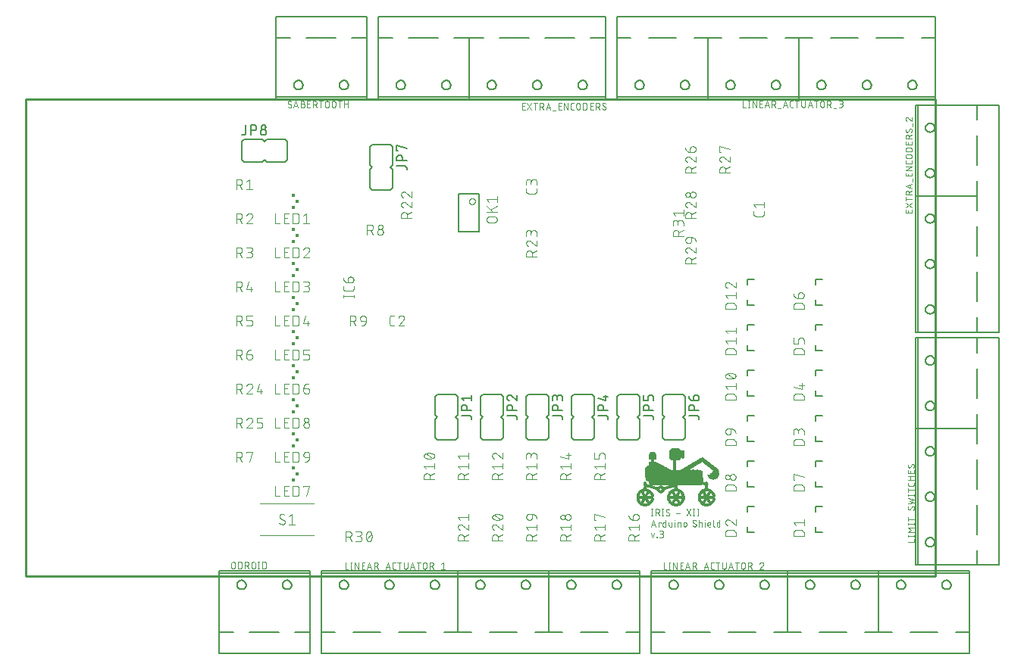
<source format=gbr>
G04 EAGLE Gerber RS-274X export*
G75*
%MOMM*%
%FSLAX34Y34*%
%LPD*%
%INSilkscreen Top*%
%IPPOS*%
%AMOC8*
5,1,8,0,0,1.08239X$1,22.5*%
G01*
%ADD10R,0.508000X0.020319*%
%ADD11R,0.487681X0.020319*%
%ADD12R,0.650238X0.020319*%
%ADD13R,0.629919X0.020319*%
%ADD14R,0.751838X0.020319*%
%ADD15R,0.731519X0.020319*%
%ADD16R,0.833119X0.020319*%
%ADD17R,0.914400X0.020319*%
%ADD18R,0.995681X0.020319*%
%ADD19R,0.995675X0.020319*%
%ADD20R,1.056638X0.020319*%
%ADD21R,1.036319X0.020319*%
%ADD22R,1.097275X0.020319*%
%ADD23R,1.117600X0.020319*%
%ADD24R,1.158238X0.020319*%
%ADD25R,1.219200X0.020319*%
%ADD26R,1.239519X0.020319*%
%ADD27R,1.280156X0.020319*%
%ADD28R,1.280163X0.020319*%
%ADD29R,1.320800X0.020319*%
%ADD30R,0.670556X0.020319*%
%ADD31R,1.361438X0.020319*%
%ADD32R,0.548638X0.020319*%
%ADD33R,0.568956X0.020319*%
%ADD34R,0.487675X0.020319*%
%ADD35R,0.528319X0.020319*%
%ADD36R,0.568963X0.020319*%
%ADD37R,0.609600X0.020319*%
%ADD38R,0.589281X0.020319*%
%ADD39R,0.670563X0.020319*%
%ADD40R,0.690881X0.020319*%
%ADD41R,0.365756X0.020319*%
%ADD42R,0.325119X0.020319*%
%ADD43R,0.690875X0.020319*%
%ADD44R,0.345438X0.020319*%
%ADD45R,0.365762X0.020319*%
%ADD46R,0.304800X0.020319*%
%ADD47R,0.284481X0.020319*%
%ADD48R,0.284475X0.020319*%
%ADD49R,0.589275X0.020319*%
%ADD50R,0.264156X0.020319*%
%ADD51R,1.930400X0.020319*%
%ADD52R,1.950719X0.020319*%
%ADD53R,0.467356X0.020319*%
%ADD54R,0.223519X0.020319*%
%ADD55R,0.711200X0.020319*%
%ADD56R,0.447038X0.020319*%
%ADD57R,1.300481X0.020319*%
%ADD58R,0.772156X0.020319*%
%ADD59R,1.178556X0.020319*%
%ADD60R,1.076963X0.020319*%
%ADD61R,0.934719X0.020319*%
%ADD62R,0.812800X0.020319*%
%ADD63R,0.426719X0.020319*%
%ADD64R,0.264163X0.020319*%
%ADD65R,2.072637X0.020319*%
%ADD66R,2.275838X0.020319*%
%ADD67R,2.418075X0.020319*%
%ADD68R,2.560319X0.020319*%
%ADD69R,2.682238X0.020319*%
%ADD70R,1.016000X0.020319*%
%ADD71R,1.259838X0.020319*%
%ADD72R,1.198875X0.020319*%
%ADD73R,1.097281X0.020319*%
%ADD74R,0.975356X0.020319*%
%ADD75R,0.955038X0.020319*%
%ADD76R,0.894075X0.020319*%
%ADD77R,0.894081X0.020319*%
%ADD78R,0.406400X0.020319*%
%ADD79R,5.486400X0.020319*%
%ADD80R,5.608319X0.020319*%
%ADD81R,5.689600X0.020319*%
%ADD82R,5.750556X0.020319*%
%ADD83R,0.386075X0.020319*%
%ADD84R,5.811519X0.020319*%
%ADD85R,6.482081X0.020319*%
%ADD86R,6.502400X0.020319*%
%ADD87R,6.522719X0.020319*%
%ADD88R,6.543038X0.020319*%
%ADD89R,6.563363X0.020319*%
%ADD90R,6.278881X0.020319*%
%ADD91R,6.238238X0.020319*%
%ADD92R,6.197600X0.020319*%
%ADD93R,6.156956X0.020319*%
%ADD94R,6.116319X0.020319*%
%ADD95R,0.243838X0.020319*%
%ADD96R,6.075681X0.020319*%
%ADD97R,0.203200X0.020319*%
%ADD98R,6.055356X0.020319*%
%ADD99R,0.162556X0.020319*%
%ADD100R,0.182881X0.020319*%
%ADD101R,0.060956X0.020319*%
%ADD102R,0.101600X0.020319*%
%ADD103R,6.096000X0.020319*%
%ADD104R,6.177275X0.020319*%
%ADD105R,6.217919X0.020319*%
%ADD106R,6.258556X0.020319*%
%ADD107R,6.278875X0.020319*%
%ADD108R,6.319519X0.020319*%
%ADD109R,6.339838X0.020319*%
%ADD110R,6.360156X0.020319*%
%ADD111R,6.380475X0.020319*%
%ADD112R,6.400800X0.020319*%
%ADD113R,6.421119X0.020319*%
%ADD114R,0.182875X0.020319*%
%ADD115R,6.441438X0.020319*%
%ADD116R,6.461756X0.020319*%
%ADD117R,6.482075X0.020319*%
%ADD118R,0.792475X0.020319*%
%ADD119R,0.853438X0.020319*%
%ADD120R,1.076956X0.020319*%
%ADD121R,0.975363X0.020319*%
%ADD122R,0.873756X0.020319*%
%ADD123R,0.772163X0.020319*%
%ADD124R,6.380481X0.020319*%
%ADD125R,2.946400X0.020319*%
%ADD126R,0.386081X0.020319*%
%ADD127R,0.792481X0.020319*%
%ADD128R,2.926081X0.020319*%
%ADD129R,2.885438X0.020319*%
%ADD130R,2.824481X0.020319*%
%ADD131R,2.783838X0.020319*%
%ADD132R,2.743200X0.020319*%
%ADD133R,0.121919X0.020319*%
%ADD134R,2.702556X0.020319*%
%ADD135R,2.661919X0.020319*%
%ADD136R,2.621275X0.020319*%
%ADD137R,2.580637X0.020319*%
%ADD138R,2.540000X0.020319*%
%ADD139R,2.499356X0.020319*%
%ADD140R,2.418081X0.020319*%
%ADD141R,2.377438X0.020319*%
%ADD142R,2.336800X0.020319*%
%ADD143R,2.296156X0.020319*%
%ADD144R,2.235200X0.020319*%
%ADD145R,2.174238X0.020319*%
%ADD146R,2.113281X0.020319*%
%ADD147R,2.011675X0.020319*%
%ADD148R,1.869438X0.020319*%
%ADD149R,1.808481X0.020319*%
%ADD150R,1.727200X0.020319*%
%ADD151R,1.625600X0.020319*%
%ADD152R,1.503681X0.020319*%
%ADD153R,1.463037X0.020319*%
%ADD154R,1.422400X0.020319*%
%ADD155R,1.402081X0.020319*%
%ADD156R,1.341119X0.020319*%
%ADD157R,1.198881X0.020319*%
%ADD158R,1.178562X0.020319*%
%ADD159R,1.137919X0.020319*%
%ADD160R,0.467363X0.020319*%
%ADD161R,0.081281X0.020319*%
%ADD162R,1.706881X0.020319*%
%ADD163R,1.747519X0.020319*%
%ADD164C,0.076200*%
%ADD165C,0.101600*%
%ADD166R,0.425000X0.325000*%
%ADD167R,0.350000X0.350000*%
%ADD168C,0.254000*%
%ADD169C,0.152400*%
%ADD170C,0.203200*%
%ADD171C,0.127000*%
%ADD172C,0.100000*%


D10*
X844702Y357530D03*
X879043Y357530D03*
D11*
X913282Y357530D03*
D12*
X844601Y357734D03*
X878942Y357734D03*
D13*
X913384Y357734D03*
D14*
X844702Y357937D03*
X879043Y357937D03*
D15*
X913282Y357937D03*
D16*
X844702Y358140D03*
X879043Y358140D03*
X913384Y358140D03*
D17*
X844702Y358343D03*
X879043Y358343D03*
X913384Y358343D03*
D18*
X844702Y358546D03*
D19*
X879043Y358546D03*
D18*
X913384Y358546D03*
D20*
X844601Y358750D03*
X878942Y358750D03*
D21*
X913384Y358750D03*
D22*
X844601Y358953D03*
D23*
X879043Y358953D03*
X913384Y358953D03*
D24*
X844702Y359156D03*
X879043Y359156D03*
X913384Y359156D03*
D25*
X844601Y359359D03*
D26*
X879043Y359359D03*
D25*
X913282Y359359D03*
D27*
X844702Y359562D03*
X879043Y359562D03*
D28*
X913384Y359562D03*
D29*
X844702Y359766D03*
X879043Y359766D03*
X913384Y359766D03*
D12*
X841146Y359969D03*
D30*
X848157Y359969D03*
D12*
X875487Y359969D03*
X882599Y359969D03*
D31*
X913384Y359969D03*
D32*
X840435Y360172D03*
X848970Y360172D03*
X874776Y360172D03*
X883310Y360172D03*
X909117Y360172D03*
D33*
X917550Y360172D03*
D34*
X839927Y360375D03*
D10*
X849376Y360375D03*
X874370Y360375D03*
X883717Y360375D03*
X908710Y360375D03*
X918058Y360375D03*
X839826Y360578D03*
X849376Y360578D03*
D35*
X874268Y360578D03*
X883818Y360578D03*
D32*
X908710Y360578D03*
D35*
X918159Y360578D03*
D32*
X839826Y360782D03*
X849376Y360782D03*
D36*
X874268Y360782D03*
D33*
X883818Y360782D03*
X908609Y360782D03*
D32*
X918058Y360782D03*
D36*
X839724Y360985D03*
D33*
X849478Y360985D03*
D37*
X874268Y360985D03*
D33*
X883818Y360985D03*
X908609Y360985D03*
X918159Y360985D03*
D38*
X839826Y361188D03*
D37*
X849478Y361188D03*
D13*
X874166Y361188D03*
D37*
X883818Y361188D03*
X908609Y361188D03*
X918159Y361188D03*
D13*
X839826Y361391D03*
X849579Y361391D03*
D12*
X874268Y361391D03*
X883818Y361391D03*
X908609Y361391D03*
D13*
X918261Y361391D03*
D12*
X839724Y361594D03*
X849478Y361594D03*
D30*
X874166Y361594D03*
D39*
X883920Y361594D03*
D30*
X908507Y361594D03*
D12*
X918159Y361594D03*
D40*
X839724Y361798D03*
D30*
X849579Y361798D03*
D41*
X872439Y361798D03*
D42*
X876097Y361798D03*
D40*
X883818Y361798D03*
D43*
X908609Y361798D03*
D30*
X918261Y361798D03*
D44*
X837997Y362001D03*
D42*
X841553Y362001D03*
X847649Y362001D03*
D41*
X851306Y362001D03*
D44*
X872338Y362001D03*
X876198Y362001D03*
D42*
X881990Y362001D03*
D41*
X885647Y362001D03*
D45*
X906780Y362001D03*
D42*
X910438Y362001D03*
X916330Y362001D03*
D45*
X919988Y362001D03*
D44*
X837794Y362204D03*
D42*
X841756Y362204D03*
D46*
X847547Y362204D03*
D44*
X851408Y362204D03*
X872134Y362204D03*
D42*
X876300Y362204D03*
X881786Y362204D03*
D44*
X885749Y362204D03*
D41*
X906577Y362204D03*
D42*
X910641Y362204D03*
X916127Y362204D03*
D44*
X920090Y362204D03*
D42*
X837692Y362407D03*
X841959Y362407D03*
X847446Y362407D03*
D44*
X851611Y362407D03*
X872134Y362407D03*
D46*
X876402Y362407D03*
D44*
X881685Y362407D03*
X885952Y362407D03*
X906475Y362407D03*
D42*
X910844Y362407D03*
X916127Y362407D03*
D44*
X920293Y362407D03*
X837590Y362610D03*
D42*
X841959Y362610D03*
X847242Y362610D03*
X851713Y362610D03*
D44*
X871931Y362610D03*
D42*
X876503Y362610D03*
X881583Y362610D03*
X886054Y362610D03*
D44*
X906272Y362610D03*
D42*
X910844Y362610D03*
X915924Y362610D03*
X920394Y362610D03*
X837489Y362814D03*
X842162Y362814D03*
X847242Y362814D03*
X851916Y362814D03*
X871830Y362814D03*
X876706Y362814D03*
X881380Y362814D03*
X886257Y362814D03*
X906170Y362814D03*
X911047Y362814D03*
X915924Y362814D03*
X920598Y362814D03*
X837286Y363017D03*
X842162Y363017D03*
X847039Y363017D03*
X851916Y363017D03*
X871626Y363017D03*
X876706Y363017D03*
X881380Y363017D03*
D46*
X886358Y363017D03*
D42*
X905967Y363017D03*
D46*
X911149Y363017D03*
D42*
X915721Y363017D03*
X920598Y363017D03*
D46*
X837184Y363220D03*
D42*
X842366Y363220D03*
X846836Y363220D03*
X852119Y363220D03*
D46*
X871525Y363220D03*
D42*
X876910Y363220D03*
X881177Y363220D03*
X886460Y363220D03*
X905967Y363220D03*
X911250Y363220D03*
X915518Y363220D03*
X920801Y363220D03*
X837082Y363423D03*
D44*
X842467Y363423D03*
D42*
X846836Y363423D03*
D46*
X852221Y363423D03*
X871525Y363423D03*
D42*
X877113Y363423D03*
X881177Y363423D03*
D46*
X886562Y363423D03*
X905866Y363423D03*
D44*
X911352Y363423D03*
D42*
X915518Y363423D03*
D46*
X920902Y363423D03*
X836981Y363626D03*
D42*
X842569Y363626D03*
X846633Y363626D03*
D46*
X852221Y363626D03*
X871322Y363626D03*
D42*
X877113Y363626D03*
X880974Y363626D03*
D46*
X886765Y363626D03*
D42*
X905764Y363626D03*
X911454Y363626D03*
X915314Y363626D03*
X921004Y363626D03*
D46*
X836981Y363830D03*
D42*
X842772Y363830D03*
X846633Y363830D03*
D46*
X852424Y363830D03*
X871322Y363830D03*
D42*
X877316Y363830D03*
X880974Y363830D03*
D46*
X886765Y363830D03*
X905662Y363830D03*
D42*
X911657Y363830D03*
X915314Y363830D03*
D46*
X921106Y363830D03*
X836778Y364033D03*
D42*
X842772Y364033D03*
X846430Y364033D03*
D46*
X852424Y364033D03*
X871118Y364033D03*
D42*
X877316Y364033D03*
X880770Y364033D03*
D46*
X886765Y364033D03*
X905459Y364033D03*
D42*
X911657Y364033D03*
X915111Y364033D03*
D46*
X921106Y364033D03*
X836778Y364236D03*
D42*
X842975Y364236D03*
X846430Y364236D03*
D47*
X852526Y364236D03*
D46*
X871118Y364236D03*
D13*
X879043Y364236D03*
D46*
X886968Y364236D03*
X905459Y364236D03*
D12*
X913486Y364236D03*
D48*
X921207Y364236D03*
D47*
X836676Y364439D03*
D12*
X844601Y364439D03*
D47*
X852526Y364439D03*
D48*
X871017Y364439D03*
D13*
X879043Y364439D03*
D46*
X886968Y364439D03*
X905459Y364439D03*
D13*
X913384Y364439D03*
D46*
X921309Y364439D03*
X836574Y364642D03*
D13*
X844702Y364642D03*
D48*
X852729Y364642D03*
X871017Y364642D03*
D49*
X879043Y364642D03*
D47*
X887070Y364642D03*
X905358Y364642D03*
D38*
X913384Y364642D03*
D47*
X921410Y364642D03*
D46*
X836574Y364846D03*
D38*
X844702Y364846D03*
D48*
X852729Y364846D03*
D46*
X870915Y364846D03*
D32*
X879043Y364846D03*
D47*
X887070Y364846D03*
X905358Y364846D03*
D33*
X913486Y364846D03*
D47*
X921410Y364846D03*
D48*
X836473Y365049D03*
D33*
X844601Y365049D03*
D48*
X852729Y365049D03*
D47*
X870814Y365049D03*
D32*
X879043Y365049D03*
D47*
X887070Y365049D03*
X905154Y365049D03*
D32*
X913384Y365049D03*
D47*
X921410Y365049D03*
D48*
X836473Y365252D03*
D32*
X844702Y365252D03*
D50*
X852830Y365252D03*
D47*
X870814Y365252D03*
D10*
X879043Y365252D03*
D46*
X887171Y365252D03*
D47*
X905154Y365252D03*
D35*
X913486Y365252D03*
D47*
X921614Y365252D03*
D48*
X836473Y365455D03*
D35*
X844601Y365455D03*
D47*
X852932Y365455D03*
X870814Y365455D03*
D10*
X879043Y365455D03*
D48*
X887273Y365455D03*
D47*
X905154Y365455D03*
D10*
X913384Y365455D03*
D47*
X921614Y365455D03*
D51*
X844702Y365658D03*
X879043Y365658D03*
X913384Y365658D03*
X844702Y365862D03*
X879043Y365862D03*
X913384Y365862D03*
X844702Y366065D03*
D52*
X878942Y366065D03*
D51*
X913384Y366065D03*
X844702Y366268D03*
D52*
X878942Y366268D03*
D51*
X913384Y366268D03*
X844702Y366471D03*
D52*
X878942Y366471D03*
D51*
X913384Y366471D03*
X844702Y366674D03*
D52*
X878942Y366674D03*
D51*
X913384Y366674D03*
X844702Y366878D03*
D52*
X878942Y366878D03*
D51*
X913384Y366878D03*
X844702Y367081D03*
D52*
X878942Y367081D03*
D51*
X913384Y367081D03*
X844702Y367284D03*
D52*
X878942Y367284D03*
D51*
X913384Y367284D03*
X844702Y367487D03*
D52*
X878942Y367487D03*
D51*
X913384Y367487D03*
X844702Y367690D03*
D52*
X878942Y367690D03*
D51*
X913384Y367690D03*
X844702Y367894D03*
D52*
X878942Y367894D03*
D51*
X913384Y367894D03*
X844702Y368097D03*
X879043Y368097D03*
X913384Y368097D03*
X844702Y368300D03*
X879043Y368300D03*
X913384Y368300D03*
D48*
X836473Y368503D03*
D53*
X844702Y368503D03*
D47*
X852932Y368503D03*
X870814Y368503D03*
D10*
X879043Y368503D03*
D48*
X887273Y368503D03*
D47*
X905154Y368503D03*
D10*
X913384Y368503D03*
D47*
X921614Y368503D03*
D48*
X836473Y368706D03*
D10*
X844702Y368706D03*
D50*
X852830Y368706D03*
D47*
X870814Y368706D03*
D10*
X879043Y368706D03*
D46*
X887171Y368706D03*
D47*
X905154Y368706D03*
D35*
X913486Y368706D03*
D47*
X921614Y368706D03*
D48*
X836473Y368910D03*
D35*
X844601Y368910D03*
D48*
X852729Y368910D03*
D47*
X870814Y368910D03*
D32*
X879043Y368910D03*
D47*
X887070Y368910D03*
X905154Y368910D03*
D32*
X913384Y368910D03*
D47*
X921410Y368910D03*
D46*
X836574Y369113D03*
D32*
X844702Y369113D03*
D48*
X852729Y369113D03*
D46*
X870915Y369113D03*
D49*
X879043Y369113D03*
D47*
X887070Y369113D03*
X905358Y369113D03*
D33*
X913486Y369113D03*
D47*
X921410Y369113D03*
D46*
X836574Y369316D03*
D33*
X844601Y369316D03*
D48*
X852729Y369316D03*
X871017Y369316D03*
D49*
X879043Y369316D03*
D47*
X887070Y369316D03*
X905358Y369316D03*
D38*
X913384Y369316D03*
D47*
X921410Y369316D03*
X836676Y369519D03*
D38*
X844702Y369519D03*
D46*
X852627Y369519D03*
D48*
X871017Y369519D03*
D37*
X879145Y369519D03*
D46*
X886968Y369519D03*
D47*
X905358Y369519D03*
D13*
X913384Y369519D03*
D46*
X921309Y369519D03*
X836778Y369722D03*
D13*
X844702Y369722D03*
D47*
X852526Y369722D03*
D46*
X871118Y369722D03*
D13*
X879043Y369722D03*
D46*
X886968Y369722D03*
X905459Y369722D03*
D13*
X913384Y369722D03*
D46*
X921309Y369722D03*
X836778Y369926D03*
D12*
X844601Y369926D03*
D46*
X852424Y369926D03*
X871118Y369926D03*
D42*
X877316Y369926D03*
X880770Y369926D03*
D46*
X886765Y369926D03*
X905459Y369926D03*
D42*
X911657Y369926D03*
X915111Y369926D03*
D48*
X921207Y369926D03*
D46*
X836981Y370129D03*
D42*
X842975Y370129D03*
X846430Y370129D03*
D46*
X852424Y370129D03*
X871322Y370129D03*
D42*
X877316Y370129D03*
X880974Y370129D03*
D46*
X886765Y370129D03*
X905662Y370129D03*
D42*
X911657Y370129D03*
D44*
X915213Y370129D03*
D46*
X921106Y370129D03*
X836981Y370332D03*
D42*
X842772Y370332D03*
X846430Y370332D03*
D46*
X852221Y370332D03*
X871322Y370332D03*
D42*
X877113Y370332D03*
X880974Y370332D03*
D46*
X886562Y370332D03*
X905662Y370332D03*
D42*
X911454Y370332D03*
X915314Y370332D03*
X921004Y370332D03*
X837082Y370535D03*
X842772Y370535D03*
X846633Y370535D03*
D46*
X852221Y370535D03*
X871525Y370535D03*
D42*
X876910Y370535D03*
X881177Y370535D03*
D46*
X886562Y370535D03*
D42*
X905764Y370535D03*
X911454Y370535D03*
X915518Y370535D03*
D46*
X920902Y370535D03*
X837184Y370738D03*
D42*
X842569Y370738D03*
X846633Y370738D03*
X852119Y370738D03*
X871626Y370738D03*
X876910Y370738D03*
D46*
X881278Y370738D03*
D42*
X886460Y370738D03*
X905967Y370738D03*
X911250Y370738D03*
X915518Y370738D03*
X920801Y370738D03*
X837286Y370942D03*
D44*
X842467Y370942D03*
D42*
X846836Y370942D03*
X851916Y370942D03*
X871626Y370942D03*
X876706Y370942D03*
X881380Y370942D03*
X886257Y370942D03*
X905967Y370942D03*
X911250Y370942D03*
X915721Y370942D03*
X920801Y370942D03*
X837489Y371145D03*
X842366Y371145D03*
X846836Y371145D03*
D44*
X851814Y371145D03*
D42*
X871830Y371145D03*
X876706Y371145D03*
D44*
X881482Y371145D03*
D42*
X886257Y371145D03*
X906170Y371145D03*
X911047Y371145D03*
X915721Y371145D03*
X920598Y371145D03*
D44*
X837590Y371348D03*
D42*
X842162Y371348D03*
X847039Y371348D03*
X851713Y371348D03*
D44*
X871931Y371348D03*
D42*
X876503Y371348D03*
X881583Y371348D03*
X886054Y371348D03*
X906170Y371348D03*
X910844Y371348D03*
X915924Y371348D03*
D44*
X920496Y371348D03*
D42*
X837692Y371551D03*
X842162Y371551D03*
X847242Y371551D03*
D44*
X851611Y371551D03*
X872134Y371551D03*
D42*
X876300Y371551D03*
X881786Y371551D03*
D44*
X885952Y371551D03*
D42*
X906374Y371551D03*
X910844Y371551D03*
X916127Y371551D03*
D44*
X920293Y371551D03*
X837794Y371754D03*
D42*
X841959Y371754D03*
X847242Y371754D03*
D44*
X851408Y371754D03*
X872134Y371754D03*
D42*
X876300Y371754D03*
X881786Y371754D03*
D44*
X885749Y371754D03*
X906475Y371754D03*
D42*
X910641Y371754D03*
X916127Y371754D03*
D44*
X920293Y371754D03*
X837997Y371958D03*
D42*
X841959Y371958D03*
X847446Y371958D03*
D41*
X851306Y371958D03*
D54*
X861771Y371958D03*
D44*
X872338Y371958D03*
D42*
X876097Y371958D03*
X881990Y371958D03*
D41*
X885647Y371958D03*
D44*
X906678Y371958D03*
D42*
X910641Y371958D03*
X916330Y371958D03*
D44*
X920090Y371958D03*
D43*
X839927Y372161D03*
D46*
X847547Y372161D03*
D41*
X851103Y372161D03*
X861873Y372161D03*
D55*
X874166Y372161D03*
D40*
X883818Y372161D03*
D43*
X908609Y372161D03*
D30*
X918261Y372161D03*
X839826Y372364D03*
D39*
X849376Y372364D03*
D56*
X861873Y372364D03*
D30*
X874166Y372364D03*
D12*
X883818Y372364D03*
D30*
X908507Y372364D03*
X918261Y372364D03*
D12*
X839927Y372567D03*
X849478Y372567D03*
D34*
X861873Y372567D03*
D12*
X874268Y372567D03*
D13*
X883920Y372567D03*
D12*
X908609Y372567D03*
D13*
X918261Y372567D03*
D37*
X839927Y372770D03*
D13*
X849376Y372770D03*
D32*
X861771Y372770D03*
D37*
X874268Y372770D03*
X883818Y372770D03*
X908609Y372770D03*
X918159Y372770D03*
X839927Y372974D03*
D38*
X849376Y372974D03*
D49*
X861771Y372974D03*
D37*
X874268Y372974D03*
D33*
X883818Y372974D03*
D37*
X908609Y372974D03*
D33*
X918159Y372974D03*
X839927Y373177D03*
X849274Y373177D03*
D13*
X861771Y373177D03*
D36*
X874268Y373177D03*
D33*
X883818Y373177D03*
X908609Y373177D03*
X918159Y373177D03*
D32*
X840029Y373380D03*
X849376Y373380D03*
D12*
X861873Y373380D03*
D35*
X874268Y373380D03*
X883818Y373380D03*
D32*
X908710Y373380D03*
D35*
X918159Y373380D03*
D10*
X840029Y373583D03*
D35*
X849274Y373583D03*
D43*
X861873Y373583D03*
D10*
X874370Y373583D03*
X883717Y373583D03*
X908710Y373583D03*
X918058Y373583D03*
D35*
X840334Y373786D03*
D32*
X848970Y373786D03*
D55*
X861771Y373786D03*
D35*
X874674Y373786D03*
D32*
X883310Y373786D03*
D10*
X908914Y373786D03*
D35*
X917753Y373786D03*
D31*
X844702Y373990D03*
D15*
X861873Y373990D03*
D31*
X879043Y373990D03*
X913384Y373990D03*
D29*
X844702Y374193D03*
D14*
X861771Y374193D03*
D57*
X878942Y374193D03*
D29*
X913384Y374193D03*
D27*
X844702Y374396D03*
D58*
X861873Y374396D03*
D27*
X879043Y374396D03*
D28*
X913384Y374396D03*
D25*
X844601Y374599D03*
D41*
X859638Y374599D03*
D44*
X864006Y374599D03*
D25*
X878942Y374599D03*
D26*
X913384Y374599D03*
D24*
X844702Y374802D03*
D42*
X859434Y374802D03*
D46*
X864210Y374802D03*
D24*
X879043Y374802D03*
D59*
X913282Y374802D03*
D23*
X844702Y375006D03*
D46*
X859333Y375006D03*
X864413Y375006D03*
D23*
X879043Y375006D03*
X913384Y375006D03*
D20*
X844601Y375209D03*
D48*
X859231Y375209D03*
D46*
X864413Y375209D03*
D20*
X878942Y375209D03*
D60*
X913384Y375209D03*
D18*
X844702Y375412D03*
D46*
X859130Y375412D03*
D47*
X864514Y375412D03*
D19*
X879043Y375412D03*
D18*
X913384Y375412D03*
D17*
X844702Y375615D03*
D47*
X859028Y375615D03*
X864514Y375615D03*
D17*
X879043Y375615D03*
D61*
X913282Y375615D03*
D62*
X844601Y375818D03*
D44*
X858723Y375818D03*
D41*
X864921Y375818D03*
D62*
X878942Y375818D03*
D16*
X913384Y375818D03*
D15*
X844601Y376022D03*
D63*
X858317Y376022D03*
X865226Y376022D03*
D55*
X879043Y376022D03*
D14*
X913384Y376022D03*
D37*
X844601Y376225D03*
D11*
X858012Y376225D03*
D10*
X865632Y376225D03*
D37*
X878942Y376225D03*
D13*
X913384Y376225D03*
D53*
X844702Y376428D03*
D49*
X857707Y376428D03*
D33*
X865937Y376428D03*
D53*
X879043Y376428D03*
D10*
X913384Y376428D03*
D48*
X844601Y376631D03*
D12*
X857402Y376631D03*
D30*
X866242Y376631D03*
D50*
X879043Y376631D03*
D46*
X913384Y376631D03*
D48*
X844601Y376834D03*
D15*
X857199Y376834D03*
X866546Y376834D03*
D50*
X879043Y376834D03*
D64*
X913384Y376834D03*
D48*
X844601Y377038D03*
D16*
X856894Y377038D03*
D62*
X866750Y377038D03*
D50*
X879043Y377038D03*
D64*
X913384Y377038D03*
D48*
X844601Y377241D03*
D61*
X856793Y377241D03*
X866953Y377241D03*
D50*
X879043Y377241D03*
D64*
X913384Y377241D03*
D48*
X844601Y377444D03*
D65*
X861873Y377444D03*
D50*
X879043Y377444D03*
D64*
X913384Y377444D03*
D48*
X844601Y377647D03*
D66*
X861873Y377647D03*
D50*
X879043Y377647D03*
D64*
X913384Y377647D03*
D48*
X844601Y377850D03*
D67*
X861771Y377850D03*
D50*
X879043Y377850D03*
D64*
X913384Y377850D03*
D48*
X844601Y378054D03*
D68*
X861873Y378054D03*
D50*
X879043Y378054D03*
D64*
X913384Y378054D03*
D48*
X844601Y378257D03*
D69*
X861873Y378257D03*
D50*
X879043Y378257D03*
D64*
X913384Y378257D03*
D48*
X844601Y378460D03*
D21*
X852830Y378460D03*
D12*
X861873Y378460D03*
D70*
X870814Y378460D03*
D50*
X879043Y378460D03*
D64*
X913384Y378460D03*
D48*
X844601Y378663D03*
D70*
X852119Y378663D03*
D13*
X861771Y378663D03*
D21*
X871525Y378663D03*
D50*
X879043Y378663D03*
D64*
X913384Y378663D03*
D48*
X844601Y378866D03*
D21*
X851408Y378866D03*
D49*
X861771Y378866D03*
D70*
X872236Y378866D03*
D50*
X879043Y378866D03*
D64*
X913384Y378866D03*
D71*
X849478Y379070D03*
D32*
X861771Y379070D03*
D71*
X874065Y379070D03*
D64*
X913384Y379070D03*
D72*
X849173Y379273D03*
D34*
X861873Y379273D03*
D59*
X874471Y379273D03*
D64*
X913384Y379273D03*
D22*
X848665Y379476D03*
D63*
X861771Y379476D03*
D73*
X874878Y379476D03*
D64*
X913384Y379476D03*
D21*
X848360Y379679D03*
D44*
X861771Y379679D03*
D70*
X875284Y379679D03*
D64*
X913384Y379679D03*
D74*
X848055Y379882D03*
D54*
X861771Y379882D03*
D75*
X875589Y379882D03*
D47*
X913282Y379882D03*
D76*
X847649Y380086D03*
D77*
X875894Y380086D03*
D42*
X913079Y380086D03*
D16*
X847344Y380289D03*
D62*
X876300Y380289D03*
D45*
X912876Y380289D03*
D14*
X846938Y380492D03*
X876605Y380492D03*
D78*
X912673Y380492D03*
D43*
X846633Y380695D03*
D79*
X879145Y380695D03*
D56*
X912470Y380695D03*
D37*
X846226Y380898D03*
D80*
X879145Y380898D03*
D11*
X912266Y380898D03*
D32*
X845922Y381102D03*
D81*
X879145Y381102D03*
D10*
X912165Y381102D03*
D56*
X845414Y381305D03*
D82*
X879043Y381305D03*
D36*
X911860Y381305D03*
D83*
X845109Y381508D03*
D84*
X879145Y381508D03*
D37*
X911657Y381508D03*
D46*
X844702Y381711D03*
D85*
X882294Y381711D03*
D48*
X844601Y381914D03*
D86*
X882193Y381914D03*
D48*
X844601Y382118D03*
D87*
X882091Y382118D03*
D48*
X844601Y382321D03*
D88*
X881990Y382321D03*
D48*
X844601Y382524D03*
D88*
X881990Y382524D03*
D48*
X844601Y382727D03*
D89*
X881888Y382727D03*
D48*
X844601Y382930D03*
D89*
X881888Y382930D03*
D48*
X844601Y383134D03*
D90*
X880262Y383134D03*
D64*
X913384Y383134D03*
D48*
X844601Y383337D03*
D91*
X880059Y383337D03*
D64*
X913384Y383337D03*
D48*
X844601Y383540D03*
D92*
X879856Y383540D03*
D64*
X913384Y383540D03*
D50*
X844702Y383743D03*
D93*
X879653Y383743D03*
D64*
X913384Y383743D03*
D50*
X844702Y383946D03*
D94*
X879450Y383946D03*
D64*
X913384Y383946D03*
D95*
X844601Y384150D03*
D96*
X879246Y384150D03*
D95*
X913282Y384150D03*
D97*
X844601Y384353D03*
D98*
X879145Y384353D03*
D54*
X913384Y384353D03*
D99*
X844601Y384556D03*
D98*
X879145Y384556D03*
D100*
X913384Y384556D03*
D101*
X844702Y384759D03*
D98*
X879145Y384759D03*
D102*
X913384Y384759D03*
D103*
X878942Y384962D03*
D104*
X878535Y385166D03*
D105*
X878332Y385369D03*
D106*
X878129Y385572D03*
D107*
X878027Y385775D03*
D108*
X877824Y385978D03*
D109*
X877722Y386182D03*
D110*
X877621Y386385D03*
D111*
X877519Y386588D03*
D112*
X877418Y386791D03*
X877418Y386994D03*
D113*
X877316Y387198D03*
D114*
X920293Y387198D03*
D115*
X877214Y387401D03*
D83*
X920293Y387401D03*
D115*
X877214Y387604D03*
D34*
X920191Y387604D03*
D116*
X877113Y387807D03*
D49*
X920293Y387807D03*
D116*
X877113Y388010D03*
D30*
X920293Y388010D03*
D116*
X877113Y388214D03*
D15*
X920191Y388214D03*
D117*
X877011Y388417D03*
D118*
X920293Y388417D03*
D117*
X877011Y388620D03*
D119*
X920191Y388620D03*
D117*
X877011Y388823D03*
D76*
X920191Y388823D03*
D117*
X877011Y389026D03*
D75*
X920293Y389026D03*
D86*
X876910Y389230D03*
D19*
X920293Y389230D03*
D86*
X876910Y389433D03*
D21*
X920293Y389433D03*
D86*
X876910Y389636D03*
D20*
X920191Y389636D03*
D86*
X876910Y389839D03*
D120*
X920293Y389839D03*
D86*
X876910Y390042D03*
D23*
X920293Y390042D03*
D86*
X876910Y390246D03*
D24*
X920293Y390246D03*
D86*
X876910Y390449D03*
D24*
X920293Y390449D03*
D86*
X876910Y390652D03*
D72*
X920293Y390652D03*
D86*
X876910Y390855D03*
D25*
X920191Y390855D03*
D86*
X876910Y391058D03*
D26*
X920293Y391058D03*
D86*
X876910Y391262D03*
D71*
X920191Y391262D03*
D86*
X876910Y391465D03*
D71*
X920191Y391465D03*
D86*
X876910Y391668D03*
D27*
X920293Y391668D03*
D86*
X876910Y391871D03*
D27*
X920293Y391871D03*
D86*
X876910Y392074D03*
D19*
X921715Y392074D03*
D86*
X876910Y392278D03*
D18*
X921918Y392278D03*
D86*
X876910Y392481D03*
D18*
X921918Y392481D03*
D86*
X876910Y392684D03*
D121*
X922020Y392684D03*
D86*
X876910Y392887D03*
D75*
X922122Y392887D03*
D86*
X876910Y393090D03*
D75*
X922325Y393090D03*
D86*
X876910Y393294D03*
D61*
X922426Y393294D03*
D86*
X876910Y393497D03*
D17*
X922528Y393497D03*
D86*
X876910Y393700D03*
D77*
X922630Y393700D03*
D85*
X876808Y393903D03*
D122*
X922731Y393903D03*
D85*
X876808Y394106D03*
D119*
X922833Y394106D03*
D85*
X876808Y394310D03*
D16*
X922934Y394310D03*
D85*
X876808Y394513D03*
D62*
X923036Y394513D03*
D116*
X876706Y394716D03*
D62*
X923036Y394716D03*
D116*
X876706Y394919D03*
D123*
X923036Y394919D03*
D116*
X876706Y395122D03*
D14*
X923138Y395122D03*
D115*
X876605Y395326D03*
D15*
X923239Y395326D03*
D113*
X876503Y395529D03*
D55*
X923341Y395529D03*
D112*
X876402Y395732D03*
D40*
X923442Y395732D03*
D124*
X876300Y395935D03*
D12*
X923442Y395935D03*
D110*
X876198Y396138D03*
D13*
X923544Y396138D03*
D109*
X876097Y396342D03*
D37*
X923646Y396342D03*
D108*
X875995Y396545D03*
D33*
X923646Y396545D03*
D90*
X875792Y396748D03*
D33*
X923646Y396748D03*
D105*
X875487Y396951D03*
D32*
X923747Y396951D03*
D125*
X859130Y397154D03*
D126*
X877824Y397154D03*
D127*
X887984Y397154D03*
D47*
X894182Y397154D03*
X898246Y397154D03*
D50*
X902411Y397154D03*
D32*
X923544Y397154D03*
D128*
X859028Y397358D03*
D126*
X877824Y397358D03*
D118*
X888187Y397358D03*
D64*
X894080Y397358D03*
X898144Y397358D03*
D50*
X902411Y397358D03*
D33*
X923442Y397358D03*
D129*
X858825Y397561D03*
D126*
X877824Y397561D03*
D127*
X888594Y397561D03*
D95*
X894182Y397561D03*
X898246Y397561D03*
X902513Y397561D03*
D33*
X923239Y397561D03*
D130*
X858520Y397764D03*
D126*
X877824Y397764D03*
D127*
X889000Y397764D03*
D97*
X894182Y397764D03*
X898246Y397764D03*
D54*
X902411Y397764D03*
D38*
X922934Y397764D03*
D131*
X858317Y397967D03*
D126*
X877824Y397967D03*
D75*
X890219Y397967D03*
D100*
X898144Y397967D03*
D114*
X902411Y397967D03*
D37*
X922833Y397967D03*
D132*
X858317Y398170D03*
D126*
X877824Y398170D03*
D17*
X890219Y398170D03*
D133*
X898246Y398170D03*
X902513Y398170D03*
D13*
X922528Y398170D03*
D134*
X858114Y398374D03*
D126*
X877824Y398374D03*
D127*
X890016Y398374D03*
D13*
X922325Y398374D03*
D135*
X857910Y398577D03*
D126*
X877824Y398577D03*
D58*
X890321Y398577D03*
D13*
X922122Y398577D03*
D136*
X857707Y398780D03*
D126*
X877824Y398780D03*
D127*
X890626Y398780D03*
D13*
X921918Y398780D03*
D137*
X857504Y398983D03*
D126*
X877824Y398983D03*
D58*
X890930Y398983D03*
D12*
X921817Y398983D03*
D138*
X857504Y399186D03*
D126*
X877824Y399186D03*
D58*
X891337Y399186D03*
D12*
X921410Y399186D03*
D139*
X857301Y399390D03*
D126*
X877824Y399390D03*
D127*
X891642Y399390D03*
D12*
X921207Y399390D03*
D140*
X857098Y399593D03*
D126*
X877824Y399593D03*
D127*
X892048Y399593D03*
D12*
X921004Y399593D03*
D141*
X856894Y399796D03*
D126*
X877824Y399796D03*
D58*
X892353Y399796D03*
D30*
X920699Y399796D03*
D142*
X856894Y399999D03*
D126*
X877824Y399999D03*
D58*
X892759Y399999D03*
D12*
X920394Y399999D03*
D143*
X856691Y400202D03*
D126*
X877824Y400202D03*
D127*
X893064Y400202D03*
D12*
X920191Y400202D03*
D144*
X856590Y400406D03*
D126*
X877824Y400406D03*
D58*
X893369Y400406D03*
D12*
X919988Y400406D03*
D145*
X856488Y400609D03*
D126*
X877824Y400609D03*
D127*
X893674Y400609D03*
D30*
X919683Y400609D03*
D146*
X856386Y400812D03*
D126*
X877824Y400812D03*
D127*
X894080Y400812D03*
D12*
X919378Y400812D03*
D65*
X856386Y401015D03*
D126*
X877824Y401015D03*
D58*
X894385Y401015D03*
D12*
X919175Y401015D03*
D147*
X856285Y401218D03*
D126*
X877824Y401218D03*
D123*
X894588Y401218D03*
D12*
X918972Y401218D03*
D51*
X856082Y401422D03*
D126*
X877824Y401422D03*
D127*
X895096Y401422D03*
D12*
X918566Y401422D03*
D148*
X855980Y401625D03*
D126*
X877824Y401625D03*
D58*
X895401Y401625D03*
D12*
X918362Y401625D03*
D149*
X856082Y401828D03*
D126*
X877824Y401828D03*
D127*
X895706Y401828D03*
D12*
X918159Y401828D03*
D150*
X856082Y402031D03*
D126*
X877824Y402031D03*
D127*
X896112Y402031D03*
D30*
X917854Y402031D03*
D151*
X856183Y402234D03*
D126*
X877824Y402234D03*
D58*
X896417Y402234D03*
D12*
X917550Y402234D03*
D152*
X856386Y402438D03*
D126*
X877824Y402438D03*
D127*
X896722Y402438D03*
D12*
X917346Y402438D03*
D153*
X856183Y402641D03*
D126*
X877824Y402641D03*
D58*
X897026Y402641D03*
D12*
X917143Y402641D03*
D154*
X855980Y402844D03*
D126*
X877824Y402844D03*
D118*
X897331Y402844D03*
D30*
X916838Y402844D03*
D155*
X855878Y403047D03*
D126*
X877824Y403047D03*
D127*
X897738Y403047D03*
D12*
X916534Y403047D03*
D156*
X855574Y403250D03*
D126*
X877824Y403250D03*
D127*
X898144Y403250D03*
D12*
X916330Y403250D03*
D29*
X855472Y403454D03*
D126*
X877824Y403454D03*
D58*
X898449Y403454D03*
D12*
X915924Y403454D03*
D27*
X855269Y403657D03*
D126*
X877824Y403657D03*
D127*
X898754Y403657D03*
D12*
X915721Y403657D03*
D26*
X855066Y403860D03*
D126*
X877824Y403860D03*
D127*
X899160Y403860D03*
D12*
X915518Y403860D03*
D157*
X854862Y404063D03*
D126*
X877824Y404063D03*
D58*
X899465Y404063D03*
D12*
X915314Y404063D03*
D24*
X854659Y404266D03*
D126*
X877824Y404266D03*
D127*
X899770Y404266D03*
D30*
X915010Y404266D03*
D23*
X854456Y404470D03*
D126*
X877824Y404470D03*
D58*
X900074Y404470D03*
D12*
X914705Y404470D03*
D73*
X854354Y404673D03*
D126*
X877824Y404673D03*
D58*
X900481Y404673D03*
D12*
X914502Y404673D03*
D20*
X854151Y404876D03*
D126*
X877824Y404876D03*
D127*
X900786Y404876D03*
D12*
X914298Y404876D03*
D18*
X853846Y405079D03*
D126*
X877824Y405079D03*
D127*
X901192Y405079D03*
D12*
X913892Y405079D03*
D74*
X853745Y405282D03*
D126*
X877824Y405282D03*
D58*
X901497Y405282D03*
D12*
X913689Y405282D03*
D61*
X853542Y405486D03*
D126*
X877824Y405486D03*
D127*
X901802Y405486D03*
D12*
X913486Y405486D03*
D77*
X853338Y405689D03*
D126*
X877824Y405689D03*
D127*
X902208Y405689D03*
D30*
X913181Y405689D03*
D119*
X853135Y405892D03*
D126*
X877824Y405892D03*
D58*
X902513Y405892D03*
D30*
X912978Y405892D03*
D127*
X853034Y406095D03*
D126*
X877824Y406095D03*
D127*
X902818Y406095D03*
D12*
X912673Y406095D03*
D123*
X852932Y406298D03*
D126*
X877824Y406298D03*
D127*
X903224Y406298D03*
D12*
X912470Y406298D03*
D55*
X852830Y406502D03*
D126*
X877824Y406502D03*
D118*
X903427Y406502D03*
D12*
X912266Y406502D03*
D38*
X852830Y406705D03*
D126*
X877824Y406705D03*
D127*
X903834Y406705D03*
D12*
X911860Y406705D03*
D50*
X853034Y406908D03*
D126*
X877824Y406908D03*
D127*
X904240Y406908D03*
D12*
X911657Y406908D03*
D50*
X853034Y407111D03*
D126*
X877824Y407111D03*
D155*
X907694Y407111D03*
D50*
X853034Y407314D03*
D126*
X877824Y407314D03*
D31*
X907694Y407314D03*
D50*
X853034Y407518D03*
D126*
X877824Y407518D03*
D27*
X907694Y407518D03*
D50*
X853034Y407721D03*
D126*
X877824Y407721D03*
D25*
X907796Y407721D03*
D50*
X853034Y407924D03*
D126*
X877824Y407924D03*
D158*
X907796Y407924D03*
D50*
X853034Y408127D03*
D126*
X877824Y408127D03*
D73*
X907796Y408127D03*
D50*
X853034Y408330D03*
D126*
X877824Y408330D03*
D20*
X907796Y408330D03*
D50*
X853034Y408534D03*
D126*
X877824Y408534D03*
D18*
X907898Y408534D03*
D50*
X853034Y408737D03*
D14*
X878637Y408737D03*
D17*
X907898Y408737D03*
D50*
X853034Y408940D03*
D119*
X878535Y408940D03*
X907999Y408940D03*
D50*
X853034Y409143D03*
D61*
X878332Y409143D03*
D62*
X907999Y409143D03*
D50*
X853034Y409346D03*
D18*
X878230Y409346D03*
D14*
X908101Y409346D03*
D12*
X852932Y409550D03*
D21*
X878230Y409550D03*
D30*
X908101Y409550D03*
D55*
X852830Y409753D03*
D22*
X878129Y409753D03*
D13*
X908101Y409753D03*
D14*
X852830Y409956D03*
D23*
X878027Y409956D03*
D33*
X908202Y409956D03*
D123*
X852932Y410159D03*
D159*
X877926Y410159D03*
D10*
X908304Y410159D03*
D127*
X852830Y410362D03*
D24*
X878027Y410362D03*
D160*
X908304Y410362D03*
D62*
X852932Y410566D03*
D157*
X877824Y410566D03*
D161*
X886866Y410566D03*
D126*
X908304Y410566D03*
D62*
X852932Y410769D03*
D157*
X877824Y410769D03*
D114*
X886765Y410769D03*
D42*
X908406Y410769D03*
D62*
X852932Y410972D03*
D25*
X877722Y410972D03*
D95*
X886663Y410972D03*
D64*
X908304Y410972D03*
D62*
X852932Y411175D03*
D26*
X877621Y411175D03*
D46*
X886562Y411175D03*
D97*
X908406Y411175D03*
D62*
X852932Y411378D03*
D26*
X877621Y411378D03*
D41*
X886257Y411378D03*
D133*
X908406Y411378D03*
D62*
X852932Y411582D03*
D71*
X877519Y411582D03*
D63*
X886155Y411582D03*
D62*
X852932Y411785D03*
D162*
X879754Y411785D03*
D62*
X852932Y411988D03*
D150*
X879653Y411988D03*
D62*
X852932Y412191D03*
D150*
X879653Y412191D03*
D62*
X852932Y412394D03*
D150*
X879653Y412394D03*
D62*
X852932Y412598D03*
D163*
X879551Y412598D03*
D62*
X852932Y412801D03*
D163*
X879551Y412801D03*
D62*
X852932Y413004D03*
D163*
X879551Y413004D03*
D62*
X852932Y413207D03*
D163*
X879551Y413207D03*
D62*
X852932Y413410D03*
D163*
X879551Y413410D03*
D62*
X852932Y413614D03*
D163*
X879551Y413614D03*
D62*
X852932Y413817D03*
D163*
X879551Y413817D03*
D62*
X852932Y414020D03*
D163*
X879551Y414020D03*
D62*
X852932Y414223D03*
D163*
X879551Y414223D03*
D62*
X852932Y414426D03*
D163*
X879551Y414426D03*
D127*
X852830Y414630D03*
D163*
X879551Y414630D03*
D127*
X852830Y414833D03*
D163*
X879551Y414833D03*
D123*
X852932Y415036D03*
D163*
X879551Y415036D03*
D123*
X852932Y415239D03*
D163*
X879551Y415239D03*
D14*
X852830Y415442D03*
D163*
X879551Y415442D03*
D15*
X852932Y415646D03*
D163*
X879551Y415646D03*
D55*
X852830Y415849D03*
D163*
X879551Y415849D03*
D40*
X852932Y416052D03*
D163*
X879551Y416052D03*
D12*
X852932Y416255D03*
D163*
X879551Y416255D03*
D37*
X852932Y416458D03*
D163*
X879551Y416458D03*
D38*
X852830Y416662D03*
D163*
X879551Y416662D03*
D32*
X852830Y416865D03*
D163*
X879551Y416865D03*
D10*
X852830Y417068D03*
D163*
X879551Y417068D03*
D56*
X852932Y417271D03*
D163*
X879551Y417271D03*
D126*
X852830Y417474D03*
D163*
X879551Y417474D03*
D47*
X852932Y417678D03*
D163*
X879551Y417678D03*
D150*
X879653Y417881D03*
X879653Y418084D03*
X879653Y418287D03*
D162*
X879754Y418490D03*
D71*
X877519Y418694D03*
D63*
X886155Y418694D03*
D26*
X877621Y418897D03*
D44*
X886358Y418897D03*
D26*
X877621Y419100D03*
D46*
X886562Y419100D03*
D25*
X877722Y419303D03*
D95*
X886663Y419303D03*
D157*
X877824Y419506D03*
D99*
X886866Y419506D03*
D59*
X877926Y419710D03*
D24*
X878027Y419913D03*
D23*
X878027Y420116D03*
X878027Y420319D03*
D120*
X878230Y420522D03*
D21*
X878230Y420726D03*
D121*
X878332Y420929D03*
D61*
X878332Y421132D03*
D119*
X878535Y421335D03*
D164*
X852303Y354355D02*
X852303Y346989D01*
X853121Y346989D02*
X851484Y346989D01*
X851484Y354355D02*
X853121Y354355D01*
X856404Y354355D02*
X856404Y346989D01*
X856404Y354355D02*
X858450Y354355D01*
X858539Y354353D01*
X858628Y354347D01*
X858717Y354337D01*
X858805Y354324D01*
X858893Y354307D01*
X858980Y354285D01*
X859065Y354260D01*
X859150Y354232D01*
X859233Y354199D01*
X859315Y354163D01*
X859395Y354124D01*
X859473Y354081D01*
X859549Y354035D01*
X859624Y353985D01*
X859696Y353932D01*
X859765Y353876D01*
X859832Y353817D01*
X859897Y353756D01*
X859958Y353691D01*
X860017Y353624D01*
X860073Y353555D01*
X860126Y353483D01*
X860176Y353408D01*
X860222Y353332D01*
X860265Y353254D01*
X860304Y353174D01*
X860340Y353092D01*
X860373Y353009D01*
X860401Y352924D01*
X860426Y352839D01*
X860448Y352752D01*
X860465Y352664D01*
X860478Y352576D01*
X860488Y352487D01*
X860494Y352398D01*
X860496Y352309D01*
X860494Y352220D01*
X860488Y352131D01*
X860478Y352042D01*
X860465Y351954D01*
X860448Y351866D01*
X860426Y351779D01*
X860401Y351694D01*
X860373Y351609D01*
X860340Y351526D01*
X860304Y351444D01*
X860265Y351364D01*
X860222Y351286D01*
X860176Y351210D01*
X860126Y351135D01*
X860073Y351063D01*
X860017Y350994D01*
X859958Y350927D01*
X859897Y350862D01*
X859832Y350801D01*
X859765Y350742D01*
X859696Y350686D01*
X859624Y350633D01*
X859549Y350583D01*
X859473Y350537D01*
X859395Y350494D01*
X859315Y350455D01*
X859233Y350419D01*
X859150Y350386D01*
X859065Y350358D01*
X858980Y350333D01*
X858893Y350311D01*
X858805Y350294D01*
X858717Y350281D01*
X858628Y350271D01*
X858539Y350265D01*
X858450Y350263D01*
X856404Y350263D01*
X858859Y350263D02*
X860496Y346989D01*
X864251Y346989D02*
X864251Y354355D01*
X863432Y346989D02*
X865069Y346989D01*
X865069Y354355D02*
X863432Y354355D01*
X870268Y346989D02*
X870346Y346991D01*
X870424Y346996D01*
X870501Y347006D01*
X870578Y347019D01*
X870654Y347035D01*
X870729Y347055D01*
X870803Y347079D01*
X870876Y347106D01*
X870948Y347137D01*
X871018Y347171D01*
X871087Y347208D01*
X871153Y347249D01*
X871218Y347293D01*
X871280Y347339D01*
X871340Y347389D01*
X871398Y347441D01*
X871453Y347496D01*
X871505Y347554D01*
X871555Y347614D01*
X871601Y347676D01*
X871645Y347741D01*
X871686Y347808D01*
X871723Y347876D01*
X871757Y347946D01*
X871788Y348018D01*
X871815Y348091D01*
X871839Y348165D01*
X871859Y348240D01*
X871875Y348316D01*
X871888Y348393D01*
X871898Y348470D01*
X871903Y348548D01*
X871905Y348626D01*
X870268Y346989D02*
X870154Y346991D01*
X870041Y346996D01*
X869927Y347006D01*
X869814Y347019D01*
X869702Y347036D01*
X869590Y347056D01*
X869479Y347080D01*
X869368Y347108D01*
X869259Y347139D01*
X869151Y347174D01*
X869044Y347213D01*
X868938Y347255D01*
X868834Y347300D01*
X868731Y347349D01*
X868630Y347402D01*
X868531Y347457D01*
X868433Y347516D01*
X868338Y347578D01*
X868245Y347643D01*
X868153Y347711D01*
X868065Y347782D01*
X867978Y347856D01*
X867894Y347933D01*
X867813Y348012D01*
X868017Y352719D02*
X868019Y352797D01*
X868024Y352875D01*
X868034Y352952D01*
X868047Y353029D01*
X868063Y353105D01*
X868083Y353180D01*
X868107Y353254D01*
X868134Y353327D01*
X868165Y353399D01*
X868199Y353469D01*
X868236Y353538D01*
X868277Y353604D01*
X868321Y353669D01*
X868367Y353731D01*
X868417Y353791D01*
X868469Y353849D01*
X868524Y353904D01*
X868582Y353956D01*
X868642Y354006D01*
X868704Y354052D01*
X868769Y354096D01*
X868836Y354137D01*
X868904Y354174D01*
X868974Y354208D01*
X869046Y354239D01*
X869119Y354266D01*
X869193Y354290D01*
X869268Y354310D01*
X869344Y354326D01*
X869421Y354339D01*
X869498Y354349D01*
X869576Y354354D01*
X869654Y354356D01*
X869654Y354355D02*
X869764Y354353D01*
X869873Y354347D01*
X869983Y354337D01*
X870091Y354324D01*
X870200Y354306D01*
X870307Y354285D01*
X870414Y354259D01*
X870520Y354230D01*
X870625Y354198D01*
X870728Y354161D01*
X870830Y354121D01*
X870931Y354077D01*
X871030Y354029D01*
X871127Y353979D01*
X871222Y353924D01*
X871315Y353866D01*
X871406Y353805D01*
X871495Y353741D01*
X868836Y351286D02*
X868769Y351328D01*
X868704Y351372D01*
X868642Y351420D01*
X868582Y351470D01*
X868524Y351523D01*
X868469Y351579D01*
X868417Y351638D01*
X868367Y351698D01*
X868320Y351762D01*
X868277Y351827D01*
X868236Y351894D01*
X868199Y351963D01*
X868165Y352034D01*
X868134Y352106D01*
X868107Y352180D01*
X868083Y352254D01*
X868063Y352330D01*
X868047Y352407D01*
X868034Y352484D01*
X868024Y352562D01*
X868019Y352641D01*
X868017Y352719D01*
X871087Y350058D02*
X871153Y350016D01*
X871218Y349972D01*
X871280Y349925D01*
X871340Y349874D01*
X871398Y349821D01*
X871453Y349765D01*
X871506Y349707D01*
X871555Y349646D01*
X871602Y349583D01*
X871645Y349518D01*
X871686Y349451D01*
X871723Y349382D01*
X871757Y349311D01*
X871788Y349239D01*
X871815Y349165D01*
X871839Y349090D01*
X871859Y349015D01*
X871875Y348938D01*
X871888Y348861D01*
X871898Y348783D01*
X871903Y348704D01*
X871905Y348626D01*
X871087Y350059D02*
X868836Y351286D01*
X878864Y349854D02*
X883775Y349854D01*
X890569Y346989D02*
X895479Y354355D01*
X890569Y354355D02*
X895479Y346989D01*
X898876Y346989D02*
X898876Y354355D01*
X898058Y346989D02*
X899694Y346989D01*
X899694Y354355D02*
X898058Y354355D01*
X903265Y354355D02*
X903265Y346989D01*
X902447Y346989D02*
X904084Y346989D01*
X904084Y354355D02*
X902447Y354355D01*
X853940Y342163D02*
X851484Y334797D01*
X856395Y334797D02*
X853940Y342163D01*
X855781Y336639D02*
X852098Y336639D01*
X859420Y334797D02*
X859420Y339708D01*
X861875Y339708D01*
X861875Y338890D01*
X867484Y342163D02*
X867484Y334797D01*
X865437Y334797D01*
X865368Y334799D01*
X865300Y334805D01*
X865231Y334814D01*
X865164Y334828D01*
X865097Y334845D01*
X865031Y334866D01*
X864967Y334890D01*
X864904Y334919D01*
X864843Y334950D01*
X864784Y334985D01*
X864726Y335023D01*
X864671Y335065D01*
X864619Y335109D01*
X864569Y335157D01*
X864521Y335207D01*
X864477Y335259D01*
X864435Y335314D01*
X864397Y335372D01*
X864362Y335431D01*
X864331Y335492D01*
X864302Y335555D01*
X864278Y335619D01*
X864257Y335685D01*
X864240Y335752D01*
X864226Y335819D01*
X864217Y335888D01*
X864211Y335956D01*
X864209Y336025D01*
X864210Y336025D02*
X864210Y338480D01*
X864209Y338480D02*
X864211Y338549D01*
X864217Y338617D01*
X864226Y338686D01*
X864240Y338753D01*
X864257Y338820D01*
X864278Y338886D01*
X864302Y338950D01*
X864331Y339013D01*
X864362Y339074D01*
X864397Y339133D01*
X864435Y339191D01*
X864477Y339246D01*
X864521Y339298D01*
X864569Y339348D01*
X864619Y339396D01*
X864671Y339440D01*
X864726Y339482D01*
X864784Y339520D01*
X864843Y339555D01*
X864904Y339586D01*
X864967Y339615D01*
X865031Y339639D01*
X865097Y339660D01*
X865164Y339677D01*
X865231Y339691D01*
X865300Y339700D01*
X865368Y339706D01*
X865437Y339708D01*
X867484Y339708D01*
X871078Y339708D02*
X871078Y336025D01*
X871080Y335956D01*
X871086Y335888D01*
X871095Y335819D01*
X871109Y335752D01*
X871126Y335685D01*
X871147Y335619D01*
X871171Y335555D01*
X871200Y335492D01*
X871231Y335431D01*
X871266Y335372D01*
X871304Y335314D01*
X871346Y335259D01*
X871390Y335207D01*
X871438Y335157D01*
X871488Y335109D01*
X871540Y335065D01*
X871595Y335023D01*
X871653Y334985D01*
X871712Y334950D01*
X871773Y334919D01*
X871836Y334890D01*
X871900Y334866D01*
X871966Y334845D01*
X872033Y334828D01*
X872100Y334814D01*
X872169Y334805D01*
X872237Y334799D01*
X872306Y334797D01*
X874352Y334797D01*
X874352Y339708D01*
X877592Y339708D02*
X877592Y334797D01*
X877387Y341754D02*
X877387Y342163D01*
X877796Y342163D01*
X877796Y341754D01*
X877387Y341754D01*
X880832Y339708D02*
X880832Y334797D01*
X880832Y339708D02*
X882878Y339708D01*
X882947Y339706D01*
X883015Y339700D01*
X883084Y339691D01*
X883151Y339677D01*
X883218Y339660D01*
X883284Y339639D01*
X883348Y339615D01*
X883411Y339586D01*
X883472Y339555D01*
X883531Y339520D01*
X883589Y339482D01*
X883644Y339440D01*
X883696Y339396D01*
X883746Y339348D01*
X883794Y339298D01*
X883838Y339246D01*
X883880Y339191D01*
X883918Y339133D01*
X883953Y339074D01*
X883984Y339013D01*
X884013Y338950D01*
X884037Y338886D01*
X884058Y338820D01*
X884075Y338753D01*
X884089Y338686D01*
X884098Y338617D01*
X884104Y338549D01*
X884106Y338480D01*
X884106Y334797D01*
X887415Y336434D02*
X887415Y338071D01*
X887417Y338150D01*
X887423Y338229D01*
X887432Y338308D01*
X887445Y338386D01*
X887463Y338463D01*
X887483Y338539D01*
X887508Y338614D01*
X887536Y338688D01*
X887567Y338761D01*
X887603Y338832D01*
X887641Y338901D01*
X887683Y338968D01*
X887728Y339033D01*
X887776Y339096D01*
X887827Y339157D01*
X887881Y339214D01*
X887937Y339270D01*
X887996Y339322D01*
X888058Y339372D01*
X888122Y339418D01*
X888188Y339462D01*
X888256Y339502D01*
X888326Y339538D01*
X888398Y339572D01*
X888472Y339602D01*
X888546Y339628D01*
X888622Y339651D01*
X888699Y339669D01*
X888776Y339685D01*
X888855Y339696D01*
X888933Y339704D01*
X889012Y339708D01*
X889092Y339708D01*
X889171Y339704D01*
X889249Y339696D01*
X889328Y339685D01*
X889405Y339669D01*
X889482Y339651D01*
X889558Y339628D01*
X889632Y339602D01*
X889706Y339572D01*
X889778Y339538D01*
X889848Y339502D01*
X889916Y339462D01*
X889982Y339418D01*
X890046Y339372D01*
X890108Y339322D01*
X890167Y339270D01*
X890223Y339214D01*
X890277Y339157D01*
X890328Y339096D01*
X890376Y339033D01*
X890421Y338968D01*
X890463Y338901D01*
X890501Y338832D01*
X890537Y338761D01*
X890568Y338688D01*
X890596Y338614D01*
X890621Y338539D01*
X890641Y338463D01*
X890659Y338386D01*
X890672Y338308D01*
X890681Y338229D01*
X890687Y338150D01*
X890689Y338071D01*
X890689Y336434D01*
X890687Y336355D01*
X890681Y336276D01*
X890672Y336197D01*
X890659Y336119D01*
X890641Y336042D01*
X890621Y335966D01*
X890596Y335891D01*
X890568Y335817D01*
X890537Y335744D01*
X890501Y335673D01*
X890463Y335604D01*
X890421Y335537D01*
X890376Y335472D01*
X890328Y335409D01*
X890277Y335348D01*
X890223Y335291D01*
X890167Y335235D01*
X890108Y335183D01*
X890046Y335133D01*
X889982Y335087D01*
X889916Y335043D01*
X889848Y335003D01*
X889778Y334967D01*
X889706Y334933D01*
X889632Y334903D01*
X889558Y334877D01*
X889482Y334854D01*
X889405Y334836D01*
X889328Y334820D01*
X889249Y334809D01*
X889171Y334801D01*
X889092Y334797D01*
X889012Y334797D01*
X888933Y334801D01*
X888855Y334809D01*
X888776Y334820D01*
X888699Y334836D01*
X888622Y334854D01*
X888546Y334877D01*
X888472Y334903D01*
X888398Y334933D01*
X888326Y334967D01*
X888256Y335003D01*
X888188Y335043D01*
X888122Y335087D01*
X888058Y335133D01*
X887996Y335183D01*
X887937Y335235D01*
X887881Y335291D01*
X887827Y335348D01*
X887776Y335409D01*
X887728Y335472D01*
X887683Y335537D01*
X887641Y335604D01*
X887603Y335673D01*
X887567Y335744D01*
X887536Y335817D01*
X887508Y335891D01*
X887483Y335966D01*
X887463Y336042D01*
X887445Y336119D01*
X887432Y336197D01*
X887423Y336276D01*
X887417Y336355D01*
X887415Y336434D01*
X899947Y334797D02*
X900025Y334799D01*
X900103Y334804D01*
X900180Y334814D01*
X900257Y334827D01*
X900333Y334843D01*
X900408Y334863D01*
X900482Y334887D01*
X900555Y334914D01*
X900627Y334945D01*
X900697Y334979D01*
X900766Y335016D01*
X900832Y335057D01*
X900897Y335101D01*
X900959Y335147D01*
X901019Y335197D01*
X901077Y335249D01*
X901132Y335304D01*
X901184Y335362D01*
X901234Y335422D01*
X901280Y335484D01*
X901324Y335549D01*
X901365Y335616D01*
X901402Y335684D01*
X901436Y335754D01*
X901467Y335826D01*
X901494Y335899D01*
X901518Y335973D01*
X901538Y336048D01*
X901554Y336124D01*
X901567Y336201D01*
X901577Y336278D01*
X901582Y336356D01*
X901584Y336434D01*
X899947Y334797D02*
X899833Y334799D01*
X899720Y334804D01*
X899606Y334814D01*
X899493Y334827D01*
X899381Y334844D01*
X899269Y334864D01*
X899158Y334888D01*
X899047Y334916D01*
X898938Y334947D01*
X898830Y334982D01*
X898723Y335021D01*
X898617Y335063D01*
X898513Y335108D01*
X898410Y335157D01*
X898309Y335210D01*
X898210Y335265D01*
X898112Y335324D01*
X898017Y335386D01*
X897924Y335451D01*
X897832Y335519D01*
X897744Y335590D01*
X897657Y335664D01*
X897573Y335741D01*
X897492Y335820D01*
X897696Y340527D02*
X897698Y340605D01*
X897703Y340683D01*
X897713Y340760D01*
X897726Y340837D01*
X897742Y340913D01*
X897762Y340988D01*
X897786Y341062D01*
X897813Y341135D01*
X897844Y341207D01*
X897878Y341277D01*
X897915Y341346D01*
X897956Y341412D01*
X898000Y341477D01*
X898046Y341539D01*
X898096Y341599D01*
X898148Y341657D01*
X898203Y341712D01*
X898261Y341764D01*
X898321Y341814D01*
X898383Y341860D01*
X898448Y341904D01*
X898515Y341945D01*
X898583Y341982D01*
X898653Y342016D01*
X898725Y342047D01*
X898798Y342074D01*
X898872Y342098D01*
X898947Y342118D01*
X899023Y342134D01*
X899100Y342147D01*
X899177Y342157D01*
X899255Y342162D01*
X899333Y342164D01*
X899333Y342163D02*
X899443Y342161D01*
X899552Y342155D01*
X899662Y342145D01*
X899770Y342132D01*
X899879Y342114D01*
X899986Y342093D01*
X900093Y342067D01*
X900199Y342038D01*
X900304Y342006D01*
X900407Y341969D01*
X900509Y341929D01*
X900610Y341885D01*
X900709Y341837D01*
X900806Y341787D01*
X900901Y341732D01*
X900994Y341674D01*
X901085Y341613D01*
X901174Y341549D01*
X898514Y339094D02*
X898447Y339136D01*
X898382Y339180D01*
X898320Y339228D01*
X898260Y339278D01*
X898202Y339331D01*
X898147Y339387D01*
X898095Y339446D01*
X898045Y339506D01*
X897998Y339570D01*
X897955Y339635D01*
X897914Y339702D01*
X897877Y339771D01*
X897843Y339842D01*
X897812Y339914D01*
X897785Y339988D01*
X897761Y340062D01*
X897741Y340138D01*
X897725Y340215D01*
X897712Y340292D01*
X897702Y340370D01*
X897697Y340449D01*
X897695Y340527D01*
X900765Y337866D02*
X900831Y337824D01*
X900896Y337780D01*
X900958Y337733D01*
X901018Y337682D01*
X901076Y337629D01*
X901131Y337573D01*
X901184Y337515D01*
X901233Y337454D01*
X901280Y337391D01*
X901323Y337326D01*
X901364Y337259D01*
X901401Y337190D01*
X901435Y337119D01*
X901466Y337047D01*
X901493Y336973D01*
X901517Y336898D01*
X901537Y336823D01*
X901553Y336746D01*
X901566Y336669D01*
X901576Y336591D01*
X901581Y336512D01*
X901583Y336434D01*
X900765Y337867D02*
X898514Y339094D01*
X904728Y342163D02*
X904728Y334797D01*
X904728Y339708D02*
X906774Y339708D01*
X906843Y339706D01*
X906911Y339700D01*
X906980Y339691D01*
X907047Y339677D01*
X907114Y339660D01*
X907180Y339639D01*
X907244Y339615D01*
X907307Y339586D01*
X907368Y339555D01*
X907427Y339520D01*
X907485Y339482D01*
X907540Y339440D01*
X907592Y339396D01*
X907642Y339348D01*
X907690Y339298D01*
X907734Y339246D01*
X907776Y339191D01*
X907814Y339133D01*
X907849Y339074D01*
X907880Y339013D01*
X907909Y338950D01*
X907933Y338886D01*
X907954Y338820D01*
X907971Y338753D01*
X907985Y338686D01*
X907994Y338617D01*
X908000Y338549D01*
X908002Y338480D01*
X908002Y334797D01*
X911242Y334797D02*
X911242Y339708D01*
X911037Y341754D02*
X911037Y342163D01*
X911446Y342163D01*
X911446Y341754D01*
X911037Y341754D01*
X915465Y334797D02*
X917511Y334797D01*
X915465Y334797D02*
X915396Y334799D01*
X915328Y334805D01*
X915259Y334814D01*
X915192Y334828D01*
X915125Y334845D01*
X915059Y334866D01*
X914995Y334890D01*
X914932Y334919D01*
X914871Y334950D01*
X914812Y334985D01*
X914754Y335023D01*
X914699Y335065D01*
X914647Y335109D01*
X914597Y335157D01*
X914549Y335207D01*
X914505Y335259D01*
X914463Y335314D01*
X914425Y335372D01*
X914390Y335431D01*
X914359Y335492D01*
X914330Y335555D01*
X914306Y335619D01*
X914285Y335685D01*
X914268Y335752D01*
X914254Y335819D01*
X914245Y335888D01*
X914239Y335956D01*
X914237Y336025D01*
X914238Y336025D02*
X914238Y338071D01*
X914240Y338150D01*
X914246Y338229D01*
X914255Y338308D01*
X914268Y338386D01*
X914286Y338463D01*
X914306Y338539D01*
X914331Y338614D01*
X914359Y338688D01*
X914390Y338761D01*
X914426Y338832D01*
X914464Y338901D01*
X914506Y338968D01*
X914551Y339033D01*
X914599Y339096D01*
X914650Y339157D01*
X914704Y339214D01*
X914760Y339270D01*
X914819Y339322D01*
X914881Y339372D01*
X914945Y339418D01*
X915011Y339462D01*
X915079Y339502D01*
X915149Y339538D01*
X915221Y339572D01*
X915295Y339602D01*
X915369Y339628D01*
X915445Y339651D01*
X915522Y339669D01*
X915599Y339685D01*
X915678Y339696D01*
X915756Y339704D01*
X915835Y339708D01*
X915915Y339708D01*
X915994Y339704D01*
X916072Y339696D01*
X916151Y339685D01*
X916228Y339669D01*
X916305Y339651D01*
X916381Y339628D01*
X916455Y339602D01*
X916529Y339572D01*
X916601Y339538D01*
X916671Y339502D01*
X916739Y339462D01*
X916805Y339418D01*
X916869Y339372D01*
X916931Y339322D01*
X916990Y339270D01*
X917046Y339214D01*
X917100Y339157D01*
X917151Y339096D01*
X917199Y339033D01*
X917244Y338968D01*
X917286Y338901D01*
X917324Y338832D01*
X917360Y338761D01*
X917391Y338688D01*
X917419Y338614D01*
X917444Y338539D01*
X917464Y338463D01*
X917482Y338386D01*
X917495Y338308D01*
X917504Y338229D01*
X917510Y338150D01*
X917512Y338071D01*
X917511Y338071D02*
X917511Y337253D01*
X914238Y337253D01*
X920661Y336025D02*
X920661Y342163D01*
X920660Y336025D02*
X920662Y335956D01*
X920668Y335888D01*
X920677Y335819D01*
X920691Y335752D01*
X920708Y335685D01*
X920729Y335619D01*
X920753Y335555D01*
X920782Y335492D01*
X920813Y335431D01*
X920848Y335372D01*
X920886Y335314D01*
X920928Y335259D01*
X920972Y335207D01*
X921020Y335157D01*
X921070Y335109D01*
X921122Y335065D01*
X921177Y335023D01*
X921235Y334985D01*
X921294Y334950D01*
X921355Y334919D01*
X921418Y334890D01*
X921482Y334866D01*
X921548Y334845D01*
X921615Y334828D01*
X921682Y334814D01*
X921751Y334805D01*
X921819Y334799D01*
X921888Y334797D01*
X927712Y334797D02*
X927712Y342163D01*
X927712Y334797D02*
X925666Y334797D01*
X925597Y334799D01*
X925529Y334805D01*
X925460Y334814D01*
X925393Y334828D01*
X925326Y334845D01*
X925260Y334866D01*
X925196Y334890D01*
X925133Y334919D01*
X925072Y334950D01*
X925013Y334985D01*
X924955Y335023D01*
X924900Y335065D01*
X924848Y335109D01*
X924798Y335157D01*
X924750Y335207D01*
X924706Y335259D01*
X924664Y335314D01*
X924626Y335372D01*
X924591Y335431D01*
X924560Y335492D01*
X924531Y335555D01*
X924507Y335619D01*
X924486Y335685D01*
X924469Y335752D01*
X924455Y335819D01*
X924446Y335888D01*
X924440Y335956D01*
X924438Y336025D01*
X924438Y338480D01*
X924440Y338549D01*
X924446Y338617D01*
X924455Y338686D01*
X924469Y338753D01*
X924486Y338820D01*
X924507Y338886D01*
X924531Y338950D01*
X924560Y339013D01*
X924591Y339074D01*
X924626Y339133D01*
X924664Y339191D01*
X924706Y339246D01*
X924750Y339298D01*
X924798Y339348D01*
X924848Y339396D01*
X924900Y339440D01*
X924955Y339482D01*
X925013Y339520D01*
X925072Y339555D01*
X925133Y339586D01*
X925196Y339615D01*
X925260Y339639D01*
X925326Y339660D01*
X925393Y339677D01*
X925460Y339691D01*
X925529Y339700D01*
X925597Y339706D01*
X925666Y339708D01*
X927712Y339708D01*
X853121Y322605D02*
X851484Y327516D01*
X854758Y327516D02*
X853121Y322605D01*
X857306Y322605D02*
X857306Y323015D01*
X857715Y323015D01*
X857715Y322605D01*
X857306Y322605D01*
X860585Y322605D02*
X862631Y322605D01*
X862631Y322606D02*
X862720Y322608D01*
X862809Y322614D01*
X862898Y322624D01*
X862986Y322637D01*
X863074Y322654D01*
X863161Y322676D01*
X863246Y322701D01*
X863331Y322729D01*
X863414Y322762D01*
X863496Y322798D01*
X863576Y322837D01*
X863654Y322880D01*
X863730Y322926D01*
X863805Y322976D01*
X863877Y323029D01*
X863946Y323085D01*
X864013Y323144D01*
X864078Y323205D01*
X864139Y323270D01*
X864198Y323337D01*
X864254Y323406D01*
X864307Y323478D01*
X864357Y323553D01*
X864403Y323629D01*
X864446Y323707D01*
X864485Y323787D01*
X864521Y323869D01*
X864554Y323952D01*
X864582Y324037D01*
X864607Y324122D01*
X864629Y324209D01*
X864646Y324297D01*
X864659Y324385D01*
X864669Y324474D01*
X864675Y324563D01*
X864677Y324652D01*
X864675Y324741D01*
X864669Y324830D01*
X864659Y324919D01*
X864646Y325007D01*
X864629Y325095D01*
X864607Y325182D01*
X864582Y325267D01*
X864554Y325352D01*
X864521Y325435D01*
X864485Y325517D01*
X864446Y325597D01*
X864403Y325675D01*
X864357Y325751D01*
X864307Y325826D01*
X864254Y325898D01*
X864198Y325967D01*
X864139Y326034D01*
X864078Y326099D01*
X864013Y326160D01*
X863946Y326219D01*
X863877Y326275D01*
X863805Y326328D01*
X863730Y326378D01*
X863654Y326424D01*
X863576Y326467D01*
X863496Y326506D01*
X863414Y326542D01*
X863331Y326575D01*
X863246Y326603D01*
X863161Y326628D01*
X863074Y326650D01*
X862986Y326667D01*
X862898Y326680D01*
X862809Y326690D01*
X862720Y326696D01*
X862631Y326698D01*
X863040Y329971D02*
X860585Y329971D01*
X863040Y329972D02*
X863119Y329970D01*
X863198Y329964D01*
X863277Y329955D01*
X863355Y329942D01*
X863432Y329924D01*
X863508Y329904D01*
X863583Y329879D01*
X863657Y329851D01*
X863730Y329820D01*
X863801Y329784D01*
X863870Y329746D01*
X863937Y329704D01*
X864002Y329659D01*
X864065Y329611D01*
X864126Y329560D01*
X864183Y329506D01*
X864239Y329450D01*
X864291Y329391D01*
X864341Y329329D01*
X864387Y329265D01*
X864431Y329199D01*
X864471Y329131D01*
X864507Y329061D01*
X864541Y328989D01*
X864571Y328915D01*
X864597Y328841D01*
X864620Y328765D01*
X864638Y328688D01*
X864654Y328611D01*
X864665Y328532D01*
X864673Y328454D01*
X864677Y328375D01*
X864677Y328295D01*
X864673Y328216D01*
X864665Y328138D01*
X864654Y328059D01*
X864638Y327982D01*
X864620Y327905D01*
X864597Y327829D01*
X864571Y327755D01*
X864541Y327681D01*
X864507Y327609D01*
X864471Y327539D01*
X864431Y327471D01*
X864387Y327405D01*
X864341Y327341D01*
X864291Y327279D01*
X864239Y327220D01*
X864183Y327164D01*
X864126Y327110D01*
X864065Y327059D01*
X864002Y327011D01*
X863937Y326966D01*
X863870Y326924D01*
X863801Y326886D01*
X863730Y326850D01*
X863657Y326819D01*
X863583Y326791D01*
X863508Y326766D01*
X863432Y326746D01*
X863355Y326728D01*
X863277Y326715D01*
X863198Y326706D01*
X863119Y326700D01*
X863040Y326698D01*
X861403Y326698D01*
X1142619Y686181D02*
X1142619Y689455D01*
X1142619Y686181D02*
X1135253Y686181D01*
X1135253Y689455D01*
X1138527Y688636D02*
X1138527Y686181D01*
X1142619Y691852D02*
X1135253Y696763D01*
X1135253Y691852D02*
X1142619Y696763D01*
X1142619Y701135D02*
X1135253Y701135D01*
X1135253Y699089D02*
X1135253Y703181D01*
X1135253Y706211D02*
X1142619Y706211D01*
X1135253Y706211D02*
X1135253Y708257D01*
X1135255Y708346D01*
X1135261Y708435D01*
X1135271Y708524D01*
X1135284Y708612D01*
X1135301Y708700D01*
X1135323Y708787D01*
X1135348Y708872D01*
X1135376Y708957D01*
X1135409Y709040D01*
X1135445Y709122D01*
X1135484Y709202D01*
X1135527Y709280D01*
X1135573Y709356D01*
X1135623Y709431D01*
X1135676Y709503D01*
X1135732Y709572D01*
X1135791Y709639D01*
X1135852Y709704D01*
X1135917Y709765D01*
X1135984Y709824D01*
X1136053Y709880D01*
X1136125Y709933D01*
X1136200Y709983D01*
X1136276Y710029D01*
X1136354Y710072D01*
X1136434Y710111D01*
X1136516Y710147D01*
X1136599Y710180D01*
X1136684Y710208D01*
X1136769Y710233D01*
X1136856Y710255D01*
X1136944Y710272D01*
X1137032Y710285D01*
X1137121Y710295D01*
X1137210Y710301D01*
X1137299Y710303D01*
X1137388Y710301D01*
X1137477Y710295D01*
X1137566Y710285D01*
X1137654Y710272D01*
X1137742Y710255D01*
X1137829Y710233D01*
X1137914Y710208D01*
X1137999Y710180D01*
X1138082Y710147D01*
X1138164Y710111D01*
X1138244Y710072D01*
X1138322Y710029D01*
X1138398Y709983D01*
X1138473Y709933D01*
X1138545Y709880D01*
X1138614Y709824D01*
X1138681Y709765D01*
X1138746Y709704D01*
X1138807Y709639D01*
X1138866Y709572D01*
X1138922Y709503D01*
X1138975Y709431D01*
X1139025Y709356D01*
X1139071Y709280D01*
X1139114Y709202D01*
X1139153Y709122D01*
X1139189Y709040D01*
X1139222Y708957D01*
X1139250Y708872D01*
X1139275Y708787D01*
X1139297Y708700D01*
X1139314Y708612D01*
X1139327Y708524D01*
X1139337Y708435D01*
X1139343Y708346D01*
X1139345Y708257D01*
X1139345Y706211D01*
X1139345Y708667D02*
X1142619Y710304D01*
X1142619Y713066D02*
X1135253Y715521D01*
X1142619Y717977D01*
X1140778Y717363D02*
X1140778Y713680D01*
X1143437Y720468D02*
X1143437Y723742D01*
X1142619Y726902D02*
X1142619Y730176D01*
X1142619Y726902D02*
X1135253Y726902D01*
X1135253Y730176D01*
X1138527Y729357D02*
X1138527Y726902D01*
X1135253Y733226D02*
X1142619Y733226D01*
X1142619Y737318D02*
X1135253Y733226D01*
X1135253Y737318D02*
X1142619Y737318D01*
X1142619Y742399D02*
X1142619Y744036D01*
X1142619Y742399D02*
X1142617Y742321D01*
X1142612Y742243D01*
X1142602Y742166D01*
X1142589Y742089D01*
X1142573Y742013D01*
X1142553Y741938D01*
X1142529Y741864D01*
X1142502Y741791D01*
X1142471Y741719D01*
X1142437Y741649D01*
X1142400Y741581D01*
X1142359Y741514D01*
X1142315Y741449D01*
X1142269Y741387D01*
X1142219Y741327D01*
X1142167Y741269D01*
X1142112Y741214D01*
X1142054Y741162D01*
X1141994Y741112D01*
X1141932Y741066D01*
X1141867Y741022D01*
X1141801Y740981D01*
X1141732Y740944D01*
X1141662Y740910D01*
X1141590Y740879D01*
X1141517Y740852D01*
X1141443Y740828D01*
X1141368Y740808D01*
X1141292Y740792D01*
X1141215Y740779D01*
X1141138Y740769D01*
X1141060Y740764D01*
X1140982Y740762D01*
X1136890Y740762D01*
X1136810Y740764D01*
X1136730Y740770D01*
X1136650Y740780D01*
X1136571Y740793D01*
X1136492Y740811D01*
X1136415Y740832D01*
X1136339Y740858D01*
X1136264Y740887D01*
X1136190Y740919D01*
X1136118Y740955D01*
X1136048Y740995D01*
X1135981Y741038D01*
X1135915Y741084D01*
X1135852Y741134D01*
X1135791Y741186D01*
X1135732Y741241D01*
X1135677Y741300D01*
X1135625Y741360D01*
X1135575Y741424D01*
X1135529Y741489D01*
X1135486Y741557D01*
X1135446Y741627D01*
X1135410Y741699D01*
X1135378Y741773D01*
X1135349Y741847D01*
X1135324Y741924D01*
X1135302Y742001D01*
X1135284Y742080D01*
X1135271Y742159D01*
X1135261Y742238D01*
X1135255Y742319D01*
X1135253Y742399D01*
X1135253Y744036D01*
X1137299Y746881D02*
X1140573Y746881D01*
X1137299Y746881D02*
X1137210Y746883D01*
X1137121Y746889D01*
X1137032Y746899D01*
X1136944Y746912D01*
X1136856Y746929D01*
X1136769Y746951D01*
X1136684Y746976D01*
X1136599Y747004D01*
X1136516Y747037D01*
X1136434Y747073D01*
X1136354Y747112D01*
X1136276Y747155D01*
X1136200Y747201D01*
X1136125Y747251D01*
X1136053Y747304D01*
X1135984Y747360D01*
X1135917Y747419D01*
X1135852Y747480D01*
X1135791Y747545D01*
X1135732Y747612D01*
X1135676Y747681D01*
X1135623Y747753D01*
X1135573Y747828D01*
X1135527Y747904D01*
X1135484Y747982D01*
X1135445Y748062D01*
X1135409Y748144D01*
X1135376Y748227D01*
X1135348Y748312D01*
X1135323Y748397D01*
X1135301Y748484D01*
X1135284Y748572D01*
X1135271Y748660D01*
X1135261Y748749D01*
X1135255Y748838D01*
X1135253Y748927D01*
X1135255Y749016D01*
X1135261Y749105D01*
X1135271Y749194D01*
X1135284Y749282D01*
X1135301Y749370D01*
X1135323Y749457D01*
X1135348Y749542D01*
X1135376Y749627D01*
X1135409Y749710D01*
X1135445Y749792D01*
X1135484Y749872D01*
X1135527Y749950D01*
X1135573Y750026D01*
X1135623Y750101D01*
X1135676Y750173D01*
X1135732Y750242D01*
X1135791Y750309D01*
X1135852Y750374D01*
X1135917Y750435D01*
X1135984Y750494D01*
X1136053Y750550D01*
X1136125Y750603D01*
X1136200Y750653D01*
X1136276Y750699D01*
X1136354Y750742D01*
X1136434Y750781D01*
X1136516Y750817D01*
X1136599Y750850D01*
X1136684Y750878D01*
X1136769Y750903D01*
X1136856Y750925D01*
X1136944Y750942D01*
X1137032Y750955D01*
X1137121Y750965D01*
X1137210Y750971D01*
X1137299Y750973D01*
X1140573Y750973D01*
X1140662Y750971D01*
X1140751Y750965D01*
X1140840Y750955D01*
X1140928Y750942D01*
X1141016Y750925D01*
X1141103Y750903D01*
X1141188Y750878D01*
X1141273Y750850D01*
X1141356Y750817D01*
X1141438Y750781D01*
X1141518Y750742D01*
X1141596Y750699D01*
X1141672Y750653D01*
X1141747Y750603D01*
X1141819Y750550D01*
X1141888Y750494D01*
X1141955Y750435D01*
X1142020Y750374D01*
X1142081Y750309D01*
X1142140Y750242D01*
X1142196Y750173D01*
X1142249Y750101D01*
X1142299Y750026D01*
X1142345Y749950D01*
X1142388Y749872D01*
X1142427Y749792D01*
X1142463Y749710D01*
X1142496Y749627D01*
X1142524Y749542D01*
X1142549Y749457D01*
X1142571Y749370D01*
X1142588Y749282D01*
X1142601Y749194D01*
X1142611Y749105D01*
X1142617Y749016D01*
X1142619Y748927D01*
X1142617Y748838D01*
X1142611Y748749D01*
X1142601Y748660D01*
X1142588Y748572D01*
X1142571Y748484D01*
X1142549Y748397D01*
X1142524Y748312D01*
X1142496Y748227D01*
X1142463Y748144D01*
X1142427Y748062D01*
X1142388Y747982D01*
X1142345Y747904D01*
X1142299Y747828D01*
X1142249Y747753D01*
X1142196Y747681D01*
X1142140Y747612D01*
X1142081Y747545D01*
X1142020Y747480D01*
X1141955Y747419D01*
X1141888Y747360D01*
X1141819Y747304D01*
X1141747Y747251D01*
X1141672Y747201D01*
X1141596Y747155D01*
X1141518Y747112D01*
X1141438Y747073D01*
X1141356Y747037D01*
X1141273Y747004D01*
X1141188Y746976D01*
X1141103Y746951D01*
X1141016Y746929D01*
X1140928Y746912D01*
X1140840Y746899D01*
X1140751Y746889D01*
X1140662Y746883D01*
X1140573Y746881D01*
X1142619Y754440D02*
X1135253Y754440D01*
X1135253Y756486D01*
X1135255Y756575D01*
X1135261Y756664D01*
X1135271Y756753D01*
X1135284Y756841D01*
X1135301Y756929D01*
X1135323Y757016D01*
X1135348Y757101D01*
X1135376Y757186D01*
X1135409Y757269D01*
X1135445Y757351D01*
X1135484Y757431D01*
X1135527Y757509D01*
X1135573Y757585D01*
X1135623Y757660D01*
X1135676Y757732D01*
X1135732Y757801D01*
X1135791Y757868D01*
X1135852Y757933D01*
X1135917Y757994D01*
X1135984Y758053D01*
X1136053Y758109D01*
X1136125Y758162D01*
X1136200Y758212D01*
X1136276Y758258D01*
X1136354Y758301D01*
X1136434Y758340D01*
X1136516Y758376D01*
X1136599Y758409D01*
X1136684Y758437D01*
X1136769Y758462D01*
X1136856Y758484D01*
X1136944Y758501D01*
X1137032Y758514D01*
X1137121Y758524D01*
X1137210Y758530D01*
X1137299Y758532D01*
X1140573Y758532D01*
X1140662Y758530D01*
X1140751Y758524D01*
X1140840Y758514D01*
X1140928Y758501D01*
X1141016Y758484D01*
X1141103Y758462D01*
X1141188Y758437D01*
X1141273Y758409D01*
X1141356Y758376D01*
X1141438Y758340D01*
X1141518Y758301D01*
X1141596Y758258D01*
X1141672Y758212D01*
X1141747Y758162D01*
X1141819Y758109D01*
X1141888Y758053D01*
X1141955Y757994D01*
X1142020Y757933D01*
X1142081Y757868D01*
X1142140Y757801D01*
X1142196Y757732D01*
X1142249Y757660D01*
X1142299Y757585D01*
X1142345Y757509D01*
X1142388Y757431D01*
X1142427Y757351D01*
X1142463Y757269D01*
X1142496Y757186D01*
X1142524Y757101D01*
X1142549Y757016D01*
X1142571Y756929D01*
X1142588Y756841D01*
X1142601Y756753D01*
X1142611Y756664D01*
X1142617Y756575D01*
X1142619Y756486D01*
X1142619Y754440D01*
X1142619Y762259D02*
X1142619Y765533D01*
X1142619Y762259D02*
X1135253Y762259D01*
X1135253Y765533D01*
X1138527Y764714D02*
X1138527Y762259D01*
X1135253Y768634D02*
X1142619Y768634D01*
X1135253Y768634D02*
X1135253Y770680D01*
X1135255Y770769D01*
X1135261Y770858D01*
X1135271Y770947D01*
X1135284Y771035D01*
X1135301Y771123D01*
X1135323Y771210D01*
X1135348Y771295D01*
X1135376Y771380D01*
X1135409Y771463D01*
X1135445Y771545D01*
X1135484Y771625D01*
X1135527Y771703D01*
X1135573Y771779D01*
X1135623Y771854D01*
X1135676Y771926D01*
X1135732Y771995D01*
X1135791Y772062D01*
X1135852Y772127D01*
X1135917Y772188D01*
X1135984Y772247D01*
X1136053Y772303D01*
X1136125Y772356D01*
X1136200Y772406D01*
X1136276Y772452D01*
X1136354Y772495D01*
X1136434Y772534D01*
X1136516Y772570D01*
X1136599Y772603D01*
X1136684Y772631D01*
X1136769Y772656D01*
X1136856Y772678D01*
X1136944Y772695D01*
X1137032Y772708D01*
X1137121Y772718D01*
X1137210Y772724D01*
X1137299Y772726D01*
X1137388Y772724D01*
X1137477Y772718D01*
X1137566Y772708D01*
X1137654Y772695D01*
X1137742Y772678D01*
X1137829Y772656D01*
X1137914Y772631D01*
X1137999Y772603D01*
X1138082Y772570D01*
X1138164Y772534D01*
X1138244Y772495D01*
X1138322Y772452D01*
X1138398Y772406D01*
X1138473Y772356D01*
X1138545Y772303D01*
X1138614Y772247D01*
X1138681Y772188D01*
X1138746Y772127D01*
X1138807Y772062D01*
X1138866Y771995D01*
X1138922Y771926D01*
X1138975Y771854D01*
X1139025Y771779D01*
X1139071Y771703D01*
X1139114Y771625D01*
X1139153Y771545D01*
X1139189Y771463D01*
X1139222Y771380D01*
X1139250Y771295D01*
X1139275Y771210D01*
X1139297Y771123D01*
X1139314Y771035D01*
X1139327Y770947D01*
X1139337Y770858D01*
X1139343Y770769D01*
X1139345Y770680D01*
X1139345Y768634D01*
X1139345Y771089D02*
X1142619Y772726D01*
X1142619Y778110D02*
X1142617Y778188D01*
X1142612Y778266D01*
X1142602Y778343D01*
X1142589Y778420D01*
X1142573Y778496D01*
X1142553Y778571D01*
X1142529Y778645D01*
X1142502Y778718D01*
X1142471Y778790D01*
X1142437Y778860D01*
X1142400Y778929D01*
X1142359Y778995D01*
X1142315Y779060D01*
X1142269Y779122D01*
X1142219Y779182D01*
X1142167Y779240D01*
X1142112Y779295D01*
X1142054Y779347D01*
X1141994Y779397D01*
X1141932Y779443D01*
X1141867Y779487D01*
X1141801Y779528D01*
X1141732Y779565D01*
X1141662Y779599D01*
X1141590Y779630D01*
X1141517Y779657D01*
X1141443Y779681D01*
X1141368Y779701D01*
X1141292Y779717D01*
X1141215Y779730D01*
X1141138Y779740D01*
X1141060Y779745D01*
X1140982Y779747D01*
X1142619Y778110D02*
X1142617Y777996D01*
X1142612Y777883D01*
X1142602Y777769D01*
X1142589Y777656D01*
X1142572Y777544D01*
X1142552Y777432D01*
X1142528Y777321D01*
X1142500Y777210D01*
X1142469Y777101D01*
X1142434Y776993D01*
X1142395Y776886D01*
X1142353Y776780D01*
X1142308Y776676D01*
X1142259Y776573D01*
X1142206Y776472D01*
X1142151Y776373D01*
X1142092Y776275D01*
X1142030Y776180D01*
X1141965Y776087D01*
X1141897Y775995D01*
X1141826Y775907D01*
X1141752Y775820D01*
X1141675Y775736D01*
X1141596Y775655D01*
X1136890Y775859D02*
X1136812Y775861D01*
X1136734Y775866D01*
X1136657Y775876D01*
X1136580Y775889D01*
X1136504Y775905D01*
X1136429Y775925D01*
X1136355Y775949D01*
X1136282Y775976D01*
X1136210Y776007D01*
X1136140Y776041D01*
X1136072Y776078D01*
X1136005Y776119D01*
X1135940Y776163D01*
X1135878Y776209D01*
X1135818Y776259D01*
X1135760Y776311D01*
X1135705Y776366D01*
X1135653Y776424D01*
X1135603Y776484D01*
X1135557Y776546D01*
X1135513Y776611D01*
X1135472Y776678D01*
X1135435Y776746D01*
X1135401Y776816D01*
X1135370Y776888D01*
X1135343Y776961D01*
X1135319Y777035D01*
X1135299Y777110D01*
X1135283Y777186D01*
X1135270Y777263D01*
X1135260Y777340D01*
X1135255Y777418D01*
X1135253Y777496D01*
X1135255Y777606D01*
X1135261Y777715D01*
X1135271Y777825D01*
X1135284Y777933D01*
X1135302Y778042D01*
X1135323Y778149D01*
X1135349Y778256D01*
X1135378Y778362D01*
X1135410Y778467D01*
X1135447Y778570D01*
X1135487Y778672D01*
X1135531Y778773D01*
X1135579Y778872D01*
X1135629Y778969D01*
X1135684Y779064D01*
X1135742Y779157D01*
X1135803Y779248D01*
X1135867Y779337D01*
X1138322Y776677D02*
X1138280Y776611D01*
X1138236Y776546D01*
X1138188Y776484D01*
X1138138Y776424D01*
X1138085Y776366D01*
X1138029Y776311D01*
X1137971Y776258D01*
X1137910Y776209D01*
X1137847Y776162D01*
X1137782Y776118D01*
X1137715Y776078D01*
X1137646Y776041D01*
X1137575Y776007D01*
X1137503Y775976D01*
X1137429Y775949D01*
X1137354Y775925D01*
X1137279Y775905D01*
X1137202Y775889D01*
X1137125Y775876D01*
X1137047Y775866D01*
X1136968Y775861D01*
X1136890Y775859D01*
X1139549Y778928D02*
X1139591Y778995D01*
X1139635Y779060D01*
X1139683Y779122D01*
X1139733Y779182D01*
X1139786Y779240D01*
X1139842Y779295D01*
X1139901Y779347D01*
X1139961Y779397D01*
X1140025Y779444D01*
X1140090Y779487D01*
X1140157Y779528D01*
X1140226Y779565D01*
X1140297Y779599D01*
X1140369Y779630D01*
X1140443Y779657D01*
X1140517Y779681D01*
X1140593Y779701D01*
X1140670Y779717D01*
X1140747Y779730D01*
X1140825Y779740D01*
X1140904Y779745D01*
X1140982Y779747D01*
X1139550Y778928D02*
X1138322Y776677D01*
X1143437Y782403D02*
X1143437Y785677D01*
X1137095Y792671D02*
X1137010Y792669D01*
X1136925Y792663D01*
X1136841Y792653D01*
X1136757Y792640D01*
X1136673Y792622D01*
X1136591Y792601D01*
X1136510Y792576D01*
X1136430Y792547D01*
X1136351Y792514D01*
X1136274Y792478D01*
X1136199Y792438D01*
X1136125Y792395D01*
X1136054Y792349D01*
X1135985Y792299D01*
X1135918Y792246D01*
X1135854Y792190D01*
X1135793Y792131D01*
X1135734Y792070D01*
X1135678Y792006D01*
X1135625Y791939D01*
X1135575Y791870D01*
X1135529Y791799D01*
X1135486Y791725D01*
X1135446Y791650D01*
X1135410Y791573D01*
X1135377Y791494D01*
X1135348Y791414D01*
X1135323Y791333D01*
X1135302Y791251D01*
X1135284Y791167D01*
X1135271Y791083D01*
X1135261Y790999D01*
X1135255Y790914D01*
X1135253Y790829D01*
X1135255Y790733D01*
X1135261Y790637D01*
X1135271Y790542D01*
X1135284Y790447D01*
X1135302Y790352D01*
X1135323Y790259D01*
X1135348Y790166D01*
X1135377Y790075D01*
X1135409Y789984D01*
X1135445Y789895D01*
X1135485Y789808D01*
X1135528Y789722D01*
X1135574Y789638D01*
X1135624Y789556D01*
X1135678Y789476D01*
X1135734Y789399D01*
X1135794Y789324D01*
X1135856Y789251D01*
X1135922Y789181D01*
X1135990Y789113D01*
X1136061Y789048D01*
X1136134Y788987D01*
X1136210Y788928D01*
X1136289Y788872D01*
X1136369Y788820D01*
X1136452Y788771D01*
X1136536Y788725D01*
X1136622Y788683D01*
X1136710Y788645D01*
X1136799Y788610D01*
X1136890Y788578D01*
X1138527Y792056D02*
X1138468Y792116D01*
X1138406Y792173D01*
X1138342Y792228D01*
X1138275Y792279D01*
X1138206Y792328D01*
X1138136Y792374D01*
X1138063Y792417D01*
X1137989Y792457D01*
X1137913Y792493D01*
X1137835Y792526D01*
X1137756Y792556D01*
X1137676Y792583D01*
X1137595Y792606D01*
X1137513Y792625D01*
X1137431Y792641D01*
X1137347Y792654D01*
X1137263Y792663D01*
X1137179Y792668D01*
X1137095Y792670D01*
X1138527Y792056D02*
X1142619Y788578D01*
X1142619Y792670D01*
D165*
X564501Y559308D02*
X561904Y559308D01*
X561805Y559310D01*
X561705Y559316D01*
X561606Y559325D01*
X561508Y559338D01*
X561410Y559355D01*
X561312Y559376D01*
X561216Y559401D01*
X561121Y559429D01*
X561027Y559461D01*
X560934Y559496D01*
X560842Y559535D01*
X560752Y559578D01*
X560664Y559623D01*
X560577Y559673D01*
X560493Y559725D01*
X560410Y559781D01*
X560330Y559839D01*
X560252Y559901D01*
X560177Y559966D01*
X560104Y560034D01*
X560034Y560104D01*
X559966Y560177D01*
X559901Y560252D01*
X559839Y560330D01*
X559781Y560410D01*
X559725Y560493D01*
X559673Y560577D01*
X559623Y560664D01*
X559578Y560752D01*
X559535Y560842D01*
X559496Y560934D01*
X559461Y561027D01*
X559429Y561121D01*
X559401Y561216D01*
X559376Y561312D01*
X559355Y561410D01*
X559338Y561508D01*
X559325Y561606D01*
X559316Y561705D01*
X559310Y561805D01*
X559308Y561904D01*
X559308Y568396D01*
X559310Y568495D01*
X559316Y568595D01*
X559325Y568694D01*
X559338Y568792D01*
X559355Y568890D01*
X559376Y568988D01*
X559401Y569084D01*
X559429Y569179D01*
X559461Y569273D01*
X559496Y569366D01*
X559535Y569458D01*
X559578Y569548D01*
X559623Y569636D01*
X559673Y569723D01*
X559725Y569807D01*
X559781Y569890D01*
X559839Y569970D01*
X559901Y570048D01*
X559966Y570123D01*
X560034Y570196D01*
X560104Y570266D01*
X560177Y570334D01*
X560252Y570399D01*
X560330Y570461D01*
X560410Y570519D01*
X560493Y570575D01*
X560577Y570627D01*
X560664Y570677D01*
X560752Y570722D01*
X560842Y570765D01*
X560934Y570804D01*
X561026Y570839D01*
X561121Y570871D01*
X561216Y570899D01*
X561312Y570924D01*
X561410Y570945D01*
X561508Y570962D01*
X561606Y570975D01*
X561705Y570984D01*
X561805Y570990D01*
X561904Y570992D01*
X564501Y570992D01*
X572436Y570992D02*
X572543Y570990D01*
X572649Y570984D01*
X572755Y570974D01*
X572861Y570961D01*
X572967Y570943D01*
X573071Y570922D01*
X573175Y570897D01*
X573278Y570868D01*
X573379Y570836D01*
X573479Y570799D01*
X573578Y570759D01*
X573676Y570716D01*
X573772Y570669D01*
X573866Y570618D01*
X573958Y570564D01*
X574048Y570507D01*
X574136Y570447D01*
X574221Y570383D01*
X574304Y570316D01*
X574385Y570246D01*
X574463Y570174D01*
X574539Y570098D01*
X574611Y570020D01*
X574681Y569939D01*
X574748Y569856D01*
X574812Y569771D01*
X574872Y569683D01*
X574929Y569593D01*
X574983Y569501D01*
X575034Y569407D01*
X575081Y569311D01*
X575124Y569213D01*
X575164Y569114D01*
X575201Y569014D01*
X575233Y568913D01*
X575262Y568810D01*
X575287Y568706D01*
X575308Y568602D01*
X575326Y568496D01*
X575339Y568390D01*
X575349Y568284D01*
X575355Y568178D01*
X575357Y568071D01*
X572436Y570992D02*
X572315Y570990D01*
X572194Y570984D01*
X572074Y570974D01*
X571953Y570961D01*
X571834Y570943D01*
X571714Y570922D01*
X571596Y570897D01*
X571479Y570868D01*
X571362Y570835D01*
X571247Y570799D01*
X571133Y570758D01*
X571020Y570715D01*
X570908Y570667D01*
X570799Y570616D01*
X570691Y570561D01*
X570584Y570503D01*
X570480Y570442D01*
X570378Y570377D01*
X570278Y570309D01*
X570180Y570238D01*
X570084Y570164D01*
X569991Y570087D01*
X569901Y570006D01*
X569813Y569923D01*
X569728Y569837D01*
X569645Y569748D01*
X569566Y569657D01*
X569489Y569563D01*
X569416Y569467D01*
X569346Y569369D01*
X569279Y569268D01*
X569215Y569165D01*
X569155Y569060D01*
X569098Y568953D01*
X569044Y568845D01*
X568994Y568735D01*
X568948Y568623D01*
X568905Y568510D01*
X568866Y568395D01*
X574384Y565799D02*
X574463Y565876D01*
X574539Y565957D01*
X574612Y566040D01*
X574682Y566125D01*
X574749Y566213D01*
X574813Y566303D01*
X574873Y566395D01*
X574930Y566490D01*
X574984Y566586D01*
X575035Y566684D01*
X575082Y566784D01*
X575126Y566886D01*
X575166Y566989D01*
X575202Y567093D01*
X575234Y567199D01*
X575263Y567305D01*
X575288Y567413D01*
X575310Y567521D01*
X575327Y567631D01*
X575341Y567740D01*
X575350Y567850D01*
X575356Y567961D01*
X575358Y568071D01*
X574384Y565799D02*
X568866Y559308D01*
X575357Y559308D01*
X518922Y592356D02*
X507238Y592356D01*
X518922Y591058D02*
X518922Y593654D01*
X507238Y593654D02*
X507238Y591058D01*
X518922Y600818D02*
X518922Y603414D01*
X518922Y600818D02*
X518920Y600719D01*
X518914Y600619D01*
X518905Y600520D01*
X518892Y600422D01*
X518875Y600324D01*
X518854Y600226D01*
X518829Y600130D01*
X518801Y600035D01*
X518769Y599941D01*
X518734Y599848D01*
X518695Y599756D01*
X518652Y599666D01*
X518607Y599578D01*
X518557Y599491D01*
X518505Y599407D01*
X518449Y599324D01*
X518391Y599244D01*
X518329Y599166D01*
X518264Y599091D01*
X518196Y599018D01*
X518126Y598948D01*
X518053Y598880D01*
X517978Y598815D01*
X517900Y598753D01*
X517820Y598695D01*
X517737Y598639D01*
X517653Y598587D01*
X517566Y598537D01*
X517478Y598492D01*
X517388Y598449D01*
X517296Y598410D01*
X517203Y598375D01*
X517109Y598343D01*
X517014Y598315D01*
X516918Y598290D01*
X516820Y598269D01*
X516722Y598252D01*
X516624Y598239D01*
X516525Y598230D01*
X516425Y598224D01*
X516326Y598222D01*
X516326Y598221D02*
X509834Y598221D01*
X509735Y598223D01*
X509635Y598229D01*
X509536Y598238D01*
X509438Y598251D01*
X509340Y598269D01*
X509242Y598289D01*
X509146Y598314D01*
X509050Y598342D01*
X508956Y598374D01*
X508863Y598409D01*
X508772Y598448D01*
X508682Y598491D01*
X508593Y598536D01*
X508507Y598586D01*
X508422Y598638D01*
X508340Y598694D01*
X508260Y598753D01*
X508182Y598814D01*
X508106Y598879D01*
X508033Y598947D01*
X507963Y599017D01*
X507895Y599090D01*
X507830Y599166D01*
X507769Y599244D01*
X507710Y599324D01*
X507654Y599406D01*
X507602Y599491D01*
X507553Y599577D01*
X507507Y599666D01*
X507464Y599756D01*
X507425Y599847D01*
X507390Y599940D01*
X507358Y600034D01*
X507330Y600130D01*
X507305Y600226D01*
X507285Y600324D01*
X507267Y600422D01*
X507254Y600520D01*
X507245Y600619D01*
X507239Y600718D01*
X507237Y600818D01*
X507238Y600818D02*
X507238Y603414D01*
X512431Y607780D02*
X512431Y611674D01*
X512433Y611773D01*
X512439Y611873D01*
X512448Y611972D01*
X512461Y612070D01*
X512478Y612168D01*
X512499Y612266D01*
X512524Y612362D01*
X512552Y612457D01*
X512584Y612551D01*
X512619Y612644D01*
X512658Y612736D01*
X512701Y612826D01*
X512746Y612914D01*
X512796Y613001D01*
X512848Y613085D01*
X512904Y613168D01*
X512962Y613248D01*
X513024Y613326D01*
X513089Y613401D01*
X513157Y613474D01*
X513227Y613544D01*
X513300Y613612D01*
X513375Y613677D01*
X513453Y613739D01*
X513533Y613797D01*
X513616Y613853D01*
X513700Y613905D01*
X513787Y613955D01*
X513875Y614000D01*
X513965Y614043D01*
X514057Y614082D01*
X514150Y614117D01*
X514244Y614149D01*
X514339Y614177D01*
X514435Y614202D01*
X514533Y614223D01*
X514631Y614240D01*
X514729Y614253D01*
X514828Y614262D01*
X514928Y614268D01*
X515027Y614270D01*
X515027Y614271D02*
X515676Y614271D01*
X515789Y614269D01*
X515902Y614263D01*
X516015Y614253D01*
X516128Y614239D01*
X516240Y614222D01*
X516351Y614200D01*
X516461Y614175D01*
X516571Y614145D01*
X516679Y614112D01*
X516786Y614075D01*
X516892Y614035D01*
X516996Y613990D01*
X517099Y613942D01*
X517200Y613891D01*
X517299Y613836D01*
X517396Y613778D01*
X517491Y613716D01*
X517584Y613651D01*
X517674Y613583D01*
X517762Y613512D01*
X517848Y613437D01*
X517931Y613360D01*
X518011Y613280D01*
X518088Y613197D01*
X518163Y613111D01*
X518234Y613023D01*
X518302Y612933D01*
X518367Y612840D01*
X518429Y612745D01*
X518487Y612648D01*
X518542Y612549D01*
X518593Y612448D01*
X518641Y612345D01*
X518686Y612241D01*
X518726Y612135D01*
X518763Y612028D01*
X518796Y611920D01*
X518826Y611810D01*
X518851Y611700D01*
X518873Y611589D01*
X518890Y611477D01*
X518904Y611364D01*
X518914Y611251D01*
X518920Y611138D01*
X518922Y611025D01*
X518920Y610912D01*
X518914Y610799D01*
X518904Y610686D01*
X518890Y610573D01*
X518873Y610461D01*
X518851Y610350D01*
X518826Y610240D01*
X518796Y610130D01*
X518763Y610022D01*
X518726Y609915D01*
X518686Y609809D01*
X518641Y609705D01*
X518593Y609602D01*
X518542Y609501D01*
X518487Y609402D01*
X518429Y609305D01*
X518367Y609210D01*
X518302Y609117D01*
X518234Y609027D01*
X518163Y608939D01*
X518088Y608853D01*
X518011Y608770D01*
X517931Y608690D01*
X517848Y608613D01*
X517762Y608538D01*
X517674Y608467D01*
X517584Y608399D01*
X517491Y608334D01*
X517396Y608272D01*
X517299Y608214D01*
X517200Y608159D01*
X517099Y608108D01*
X516996Y608060D01*
X516892Y608015D01*
X516786Y607975D01*
X516679Y607938D01*
X516571Y607905D01*
X516461Y607875D01*
X516351Y607850D01*
X516240Y607828D01*
X516128Y607811D01*
X516015Y607797D01*
X515902Y607787D01*
X515789Y607781D01*
X515676Y607779D01*
X515676Y607780D02*
X512431Y607780D01*
X512288Y607782D01*
X512145Y607788D01*
X512002Y607798D01*
X511860Y607812D01*
X511718Y607829D01*
X511576Y607851D01*
X511435Y607876D01*
X511295Y607906D01*
X511156Y607939D01*
X511018Y607976D01*
X510881Y608017D01*
X510745Y608061D01*
X510610Y608110D01*
X510477Y608162D01*
X510345Y608217D01*
X510215Y608277D01*
X510086Y608340D01*
X509959Y608406D01*
X509835Y608476D01*
X509712Y608549D01*
X509591Y608626D01*
X509472Y608705D01*
X509356Y608789D01*
X509241Y608875D01*
X509130Y608964D01*
X509021Y609057D01*
X508914Y609152D01*
X508810Y609251D01*
X508709Y609352D01*
X508610Y609456D01*
X508515Y609562D01*
X508422Y609672D01*
X508333Y609783D01*
X508247Y609897D01*
X508164Y610014D01*
X508084Y610133D01*
X508007Y610254D01*
X507934Y610376D01*
X507864Y610501D01*
X507798Y610628D01*
X507735Y610757D01*
X507675Y610887D01*
X507620Y611019D01*
X507568Y611152D01*
X507519Y611287D01*
X507475Y611423D01*
X507434Y611560D01*
X507397Y611698D01*
X507364Y611837D01*
X507334Y611977D01*
X507309Y612118D01*
X507287Y612260D01*
X507270Y612402D01*
X507256Y612544D01*
X507246Y612687D01*
X507240Y612830D01*
X507238Y612973D01*
D166*
X451575Y691625D03*
X451575Y705375D03*
D167*
X455450Y698500D03*
D165*
X431301Y685292D02*
X431301Y673608D01*
X436493Y673608D01*
X441207Y673608D02*
X446399Y673608D01*
X441207Y673608D02*
X441207Y685292D01*
X446399Y685292D01*
X445101Y680099D02*
X441207Y680099D01*
X451090Y685292D02*
X451090Y673608D01*
X451090Y685292D02*
X454335Y685292D01*
X454448Y685290D01*
X454561Y685284D01*
X454674Y685274D01*
X454787Y685260D01*
X454899Y685243D01*
X455010Y685221D01*
X455120Y685196D01*
X455230Y685166D01*
X455338Y685133D01*
X455445Y685096D01*
X455551Y685056D01*
X455655Y685011D01*
X455758Y684963D01*
X455859Y684912D01*
X455958Y684857D01*
X456055Y684799D01*
X456150Y684737D01*
X456243Y684672D01*
X456333Y684604D01*
X456421Y684533D01*
X456507Y684458D01*
X456590Y684381D01*
X456670Y684301D01*
X456747Y684218D01*
X456822Y684132D01*
X456893Y684044D01*
X456961Y683954D01*
X457026Y683861D01*
X457088Y683766D01*
X457146Y683669D01*
X457201Y683570D01*
X457252Y683469D01*
X457300Y683366D01*
X457345Y683262D01*
X457385Y683156D01*
X457422Y683049D01*
X457455Y682941D01*
X457485Y682831D01*
X457510Y682721D01*
X457532Y682610D01*
X457549Y682498D01*
X457563Y682385D01*
X457573Y682272D01*
X457579Y682159D01*
X457581Y682046D01*
X457581Y676854D01*
X457582Y676854D02*
X457580Y676741D01*
X457574Y676628D01*
X457564Y676515D01*
X457550Y676402D01*
X457533Y676290D01*
X457511Y676179D01*
X457486Y676069D01*
X457456Y675959D01*
X457423Y675851D01*
X457386Y675744D01*
X457346Y675638D01*
X457301Y675534D01*
X457253Y675431D01*
X457202Y675330D01*
X457147Y675231D01*
X457089Y675134D01*
X457027Y675039D01*
X456962Y674946D01*
X456894Y674856D01*
X456823Y674768D01*
X456748Y674682D01*
X456671Y674599D01*
X456591Y674519D01*
X456508Y674442D01*
X456422Y674367D01*
X456334Y674296D01*
X456244Y674228D01*
X456151Y674163D01*
X456056Y674101D01*
X455959Y674043D01*
X455860Y673988D01*
X455759Y673937D01*
X455656Y673889D01*
X455552Y673844D01*
X455446Y673804D01*
X455339Y673767D01*
X455231Y673734D01*
X455121Y673704D01*
X455011Y673679D01*
X454900Y673657D01*
X454788Y673640D01*
X454675Y673626D01*
X454562Y673616D01*
X454449Y673610D01*
X454336Y673608D01*
X454335Y673608D02*
X451090Y673608D01*
X462901Y682696D02*
X466146Y685292D01*
X466146Y673608D01*
X462901Y673608D02*
X469392Y673608D01*
D166*
X451575Y653525D03*
X451575Y667275D03*
D167*
X455450Y660400D03*
D165*
X431301Y647192D02*
X431301Y635508D01*
X436493Y635508D01*
X441207Y635508D02*
X446399Y635508D01*
X441207Y635508D02*
X441207Y647192D01*
X446399Y647192D01*
X445101Y641999D02*
X441207Y641999D01*
X451090Y647192D02*
X451090Y635508D01*
X451090Y647192D02*
X454335Y647192D01*
X454448Y647190D01*
X454561Y647184D01*
X454674Y647174D01*
X454787Y647160D01*
X454899Y647143D01*
X455010Y647121D01*
X455120Y647096D01*
X455230Y647066D01*
X455338Y647033D01*
X455445Y646996D01*
X455551Y646956D01*
X455655Y646911D01*
X455758Y646863D01*
X455859Y646812D01*
X455958Y646757D01*
X456055Y646699D01*
X456150Y646637D01*
X456243Y646572D01*
X456333Y646504D01*
X456421Y646433D01*
X456507Y646358D01*
X456590Y646281D01*
X456670Y646201D01*
X456747Y646118D01*
X456822Y646032D01*
X456893Y645944D01*
X456961Y645854D01*
X457026Y645761D01*
X457088Y645666D01*
X457146Y645569D01*
X457201Y645470D01*
X457252Y645369D01*
X457300Y645266D01*
X457345Y645162D01*
X457385Y645056D01*
X457422Y644949D01*
X457455Y644841D01*
X457485Y644731D01*
X457510Y644621D01*
X457532Y644510D01*
X457549Y644398D01*
X457563Y644285D01*
X457573Y644172D01*
X457579Y644059D01*
X457581Y643946D01*
X457581Y638754D01*
X457582Y638754D02*
X457580Y638641D01*
X457574Y638528D01*
X457564Y638415D01*
X457550Y638302D01*
X457533Y638190D01*
X457511Y638079D01*
X457486Y637969D01*
X457456Y637859D01*
X457423Y637751D01*
X457386Y637644D01*
X457346Y637538D01*
X457301Y637434D01*
X457253Y637331D01*
X457202Y637230D01*
X457147Y637131D01*
X457089Y637034D01*
X457027Y636939D01*
X456962Y636846D01*
X456894Y636756D01*
X456823Y636668D01*
X456748Y636582D01*
X456671Y636499D01*
X456591Y636419D01*
X456508Y636342D01*
X456422Y636267D01*
X456334Y636196D01*
X456244Y636128D01*
X456151Y636063D01*
X456056Y636001D01*
X455959Y635943D01*
X455860Y635888D01*
X455759Y635837D01*
X455656Y635789D01*
X455552Y635744D01*
X455446Y635704D01*
X455339Y635667D01*
X455231Y635634D01*
X455121Y635604D01*
X455011Y635579D01*
X454900Y635557D01*
X454788Y635540D01*
X454675Y635526D01*
X454562Y635516D01*
X454449Y635510D01*
X454336Y635508D01*
X454335Y635508D02*
X451090Y635508D01*
X466471Y647192D02*
X466578Y647190D01*
X466684Y647184D01*
X466790Y647174D01*
X466896Y647161D01*
X467002Y647143D01*
X467106Y647122D01*
X467210Y647097D01*
X467313Y647068D01*
X467414Y647036D01*
X467514Y646999D01*
X467613Y646959D01*
X467711Y646916D01*
X467807Y646869D01*
X467901Y646818D01*
X467993Y646764D01*
X468083Y646707D01*
X468171Y646647D01*
X468256Y646583D01*
X468339Y646516D01*
X468420Y646446D01*
X468498Y646374D01*
X468574Y646298D01*
X468646Y646220D01*
X468716Y646139D01*
X468783Y646056D01*
X468847Y645971D01*
X468907Y645883D01*
X468964Y645793D01*
X469018Y645701D01*
X469069Y645607D01*
X469116Y645511D01*
X469159Y645413D01*
X469199Y645314D01*
X469236Y645214D01*
X469268Y645113D01*
X469297Y645010D01*
X469322Y644906D01*
X469343Y644802D01*
X469361Y644696D01*
X469374Y644590D01*
X469384Y644484D01*
X469390Y644378D01*
X469392Y644271D01*
X466471Y647192D02*
X466350Y647190D01*
X466229Y647184D01*
X466109Y647174D01*
X465988Y647161D01*
X465869Y647143D01*
X465749Y647122D01*
X465631Y647097D01*
X465514Y647068D01*
X465397Y647035D01*
X465282Y646999D01*
X465168Y646958D01*
X465055Y646915D01*
X464943Y646867D01*
X464834Y646816D01*
X464726Y646761D01*
X464619Y646703D01*
X464515Y646642D01*
X464413Y646577D01*
X464313Y646509D01*
X464215Y646438D01*
X464119Y646364D01*
X464026Y646287D01*
X463936Y646206D01*
X463848Y646123D01*
X463763Y646037D01*
X463680Y645948D01*
X463601Y645857D01*
X463524Y645763D01*
X463451Y645667D01*
X463381Y645569D01*
X463314Y645468D01*
X463250Y645365D01*
X463190Y645260D01*
X463133Y645153D01*
X463079Y645045D01*
X463029Y644935D01*
X462983Y644823D01*
X462940Y644710D01*
X462901Y644595D01*
X468419Y641999D02*
X468498Y642076D01*
X468574Y642157D01*
X468647Y642240D01*
X468717Y642325D01*
X468784Y642413D01*
X468848Y642503D01*
X468908Y642595D01*
X468965Y642690D01*
X469019Y642786D01*
X469070Y642884D01*
X469117Y642984D01*
X469161Y643086D01*
X469201Y643189D01*
X469237Y643293D01*
X469269Y643399D01*
X469298Y643505D01*
X469323Y643613D01*
X469345Y643721D01*
X469362Y643831D01*
X469376Y643940D01*
X469385Y644050D01*
X469391Y644161D01*
X469393Y644271D01*
X468418Y641999D02*
X462901Y635508D01*
X469392Y635508D01*
D166*
X451575Y615425D03*
X451575Y629175D03*
D167*
X455450Y622300D03*
D165*
X431301Y609092D02*
X431301Y597408D01*
X436493Y597408D01*
X441207Y597408D02*
X446399Y597408D01*
X441207Y597408D02*
X441207Y609092D01*
X446399Y609092D01*
X445101Y603899D02*
X441207Y603899D01*
X451090Y609092D02*
X451090Y597408D01*
X451090Y609092D02*
X454335Y609092D01*
X454448Y609090D01*
X454561Y609084D01*
X454674Y609074D01*
X454787Y609060D01*
X454899Y609043D01*
X455010Y609021D01*
X455120Y608996D01*
X455230Y608966D01*
X455338Y608933D01*
X455445Y608896D01*
X455551Y608856D01*
X455655Y608811D01*
X455758Y608763D01*
X455859Y608712D01*
X455958Y608657D01*
X456055Y608599D01*
X456150Y608537D01*
X456243Y608472D01*
X456333Y608404D01*
X456421Y608333D01*
X456507Y608258D01*
X456590Y608181D01*
X456670Y608101D01*
X456747Y608018D01*
X456822Y607932D01*
X456893Y607844D01*
X456961Y607754D01*
X457026Y607661D01*
X457088Y607566D01*
X457146Y607469D01*
X457201Y607370D01*
X457252Y607269D01*
X457300Y607166D01*
X457345Y607062D01*
X457385Y606956D01*
X457422Y606849D01*
X457455Y606741D01*
X457485Y606631D01*
X457510Y606521D01*
X457532Y606410D01*
X457549Y606298D01*
X457563Y606185D01*
X457573Y606072D01*
X457579Y605959D01*
X457581Y605846D01*
X457581Y600654D01*
X457582Y600654D02*
X457580Y600541D01*
X457574Y600428D01*
X457564Y600315D01*
X457550Y600202D01*
X457533Y600090D01*
X457511Y599979D01*
X457486Y599869D01*
X457456Y599759D01*
X457423Y599651D01*
X457386Y599544D01*
X457346Y599438D01*
X457301Y599334D01*
X457253Y599231D01*
X457202Y599130D01*
X457147Y599031D01*
X457089Y598934D01*
X457027Y598839D01*
X456962Y598746D01*
X456894Y598656D01*
X456823Y598568D01*
X456748Y598482D01*
X456671Y598399D01*
X456591Y598319D01*
X456508Y598242D01*
X456422Y598167D01*
X456334Y598096D01*
X456244Y598028D01*
X456151Y597963D01*
X456056Y597901D01*
X455959Y597843D01*
X455860Y597788D01*
X455759Y597737D01*
X455656Y597689D01*
X455552Y597644D01*
X455446Y597604D01*
X455339Y597567D01*
X455231Y597534D01*
X455121Y597504D01*
X455011Y597479D01*
X454900Y597457D01*
X454788Y597440D01*
X454675Y597426D01*
X454562Y597416D01*
X454449Y597410D01*
X454336Y597408D01*
X454335Y597408D02*
X451090Y597408D01*
X462901Y597408D02*
X466146Y597408D01*
X466259Y597410D01*
X466372Y597416D01*
X466485Y597426D01*
X466598Y597440D01*
X466710Y597457D01*
X466821Y597479D01*
X466931Y597504D01*
X467041Y597534D01*
X467149Y597567D01*
X467256Y597604D01*
X467362Y597644D01*
X467466Y597689D01*
X467569Y597737D01*
X467670Y597788D01*
X467769Y597843D01*
X467866Y597901D01*
X467961Y597963D01*
X468054Y598028D01*
X468144Y598096D01*
X468232Y598167D01*
X468318Y598242D01*
X468401Y598319D01*
X468481Y598399D01*
X468558Y598482D01*
X468633Y598568D01*
X468704Y598656D01*
X468772Y598746D01*
X468837Y598839D01*
X468899Y598934D01*
X468957Y599031D01*
X469012Y599130D01*
X469063Y599231D01*
X469111Y599334D01*
X469156Y599438D01*
X469196Y599544D01*
X469233Y599651D01*
X469266Y599759D01*
X469296Y599869D01*
X469321Y599979D01*
X469343Y600090D01*
X469360Y600202D01*
X469374Y600315D01*
X469384Y600428D01*
X469390Y600541D01*
X469392Y600654D01*
X469390Y600767D01*
X469384Y600880D01*
X469374Y600993D01*
X469360Y601106D01*
X469343Y601218D01*
X469321Y601329D01*
X469296Y601439D01*
X469266Y601549D01*
X469233Y601657D01*
X469196Y601764D01*
X469156Y601870D01*
X469111Y601974D01*
X469063Y602077D01*
X469012Y602178D01*
X468957Y602277D01*
X468899Y602374D01*
X468837Y602469D01*
X468772Y602562D01*
X468704Y602652D01*
X468633Y602740D01*
X468558Y602826D01*
X468481Y602909D01*
X468401Y602989D01*
X468318Y603066D01*
X468232Y603141D01*
X468144Y603212D01*
X468054Y603280D01*
X467961Y603345D01*
X467866Y603407D01*
X467769Y603465D01*
X467670Y603520D01*
X467569Y603571D01*
X467466Y603619D01*
X467362Y603664D01*
X467256Y603704D01*
X467149Y603741D01*
X467041Y603774D01*
X466931Y603804D01*
X466821Y603829D01*
X466710Y603851D01*
X466598Y603868D01*
X466485Y603882D01*
X466372Y603892D01*
X466259Y603898D01*
X466146Y603900D01*
X466796Y609092D02*
X462901Y609092D01*
X466796Y609092D02*
X466897Y609090D01*
X466997Y609084D01*
X467097Y609074D01*
X467197Y609061D01*
X467296Y609043D01*
X467395Y609022D01*
X467492Y608997D01*
X467589Y608968D01*
X467684Y608935D01*
X467778Y608899D01*
X467870Y608859D01*
X467961Y608816D01*
X468050Y608769D01*
X468137Y608719D01*
X468223Y608665D01*
X468306Y608608D01*
X468386Y608548D01*
X468465Y608485D01*
X468541Y608418D01*
X468614Y608349D01*
X468684Y608277D01*
X468752Y608203D01*
X468817Y608126D01*
X468878Y608046D01*
X468937Y607964D01*
X468992Y607880D01*
X469044Y607794D01*
X469093Y607706D01*
X469138Y607616D01*
X469180Y607524D01*
X469218Y607431D01*
X469252Y607336D01*
X469283Y607241D01*
X469310Y607144D01*
X469333Y607046D01*
X469353Y606947D01*
X469368Y606847D01*
X469380Y606747D01*
X469388Y606647D01*
X469392Y606546D01*
X469392Y606446D01*
X469388Y606345D01*
X469380Y606245D01*
X469368Y606145D01*
X469353Y606045D01*
X469333Y605946D01*
X469310Y605848D01*
X469283Y605751D01*
X469252Y605656D01*
X469218Y605561D01*
X469180Y605468D01*
X469138Y605376D01*
X469093Y605286D01*
X469044Y605198D01*
X468992Y605112D01*
X468937Y605028D01*
X468878Y604946D01*
X468817Y604866D01*
X468752Y604789D01*
X468684Y604715D01*
X468614Y604643D01*
X468541Y604574D01*
X468465Y604507D01*
X468386Y604444D01*
X468306Y604384D01*
X468223Y604327D01*
X468137Y604273D01*
X468050Y604223D01*
X467961Y604176D01*
X467870Y604133D01*
X467778Y604093D01*
X467684Y604057D01*
X467589Y604024D01*
X467492Y603995D01*
X467395Y603970D01*
X467296Y603949D01*
X467197Y603931D01*
X467097Y603918D01*
X466997Y603908D01*
X466897Y603902D01*
X466796Y603900D01*
X466796Y603899D02*
X464199Y603899D01*
D166*
X451575Y577325D03*
X451575Y591075D03*
D167*
X455450Y584200D03*
D165*
X431301Y570992D02*
X431301Y559308D01*
X436493Y559308D01*
X441207Y559308D02*
X446399Y559308D01*
X441207Y559308D02*
X441207Y570992D01*
X446399Y570992D01*
X445101Y565799D02*
X441207Y565799D01*
X451090Y570992D02*
X451090Y559308D01*
X451090Y570992D02*
X454335Y570992D01*
X454448Y570990D01*
X454561Y570984D01*
X454674Y570974D01*
X454787Y570960D01*
X454899Y570943D01*
X455010Y570921D01*
X455120Y570896D01*
X455230Y570866D01*
X455338Y570833D01*
X455445Y570796D01*
X455551Y570756D01*
X455655Y570711D01*
X455758Y570663D01*
X455859Y570612D01*
X455958Y570557D01*
X456055Y570499D01*
X456150Y570437D01*
X456243Y570372D01*
X456333Y570304D01*
X456421Y570233D01*
X456507Y570158D01*
X456590Y570081D01*
X456670Y570001D01*
X456747Y569918D01*
X456822Y569832D01*
X456893Y569744D01*
X456961Y569654D01*
X457026Y569561D01*
X457088Y569466D01*
X457146Y569369D01*
X457201Y569270D01*
X457252Y569169D01*
X457300Y569066D01*
X457345Y568962D01*
X457385Y568856D01*
X457422Y568749D01*
X457455Y568641D01*
X457485Y568531D01*
X457510Y568421D01*
X457532Y568310D01*
X457549Y568198D01*
X457563Y568085D01*
X457573Y567972D01*
X457579Y567859D01*
X457581Y567746D01*
X457581Y562554D01*
X457582Y562554D02*
X457580Y562441D01*
X457574Y562328D01*
X457564Y562215D01*
X457550Y562102D01*
X457533Y561990D01*
X457511Y561879D01*
X457486Y561769D01*
X457456Y561659D01*
X457423Y561551D01*
X457386Y561444D01*
X457346Y561338D01*
X457301Y561234D01*
X457253Y561131D01*
X457202Y561030D01*
X457147Y560931D01*
X457089Y560834D01*
X457027Y560739D01*
X456962Y560646D01*
X456894Y560556D01*
X456823Y560468D01*
X456748Y560382D01*
X456671Y560299D01*
X456591Y560219D01*
X456508Y560142D01*
X456422Y560067D01*
X456334Y559996D01*
X456244Y559928D01*
X456151Y559863D01*
X456056Y559801D01*
X455959Y559743D01*
X455860Y559688D01*
X455759Y559637D01*
X455656Y559589D01*
X455552Y559544D01*
X455446Y559504D01*
X455339Y559467D01*
X455231Y559434D01*
X455121Y559404D01*
X455011Y559379D01*
X454900Y559357D01*
X454788Y559340D01*
X454675Y559326D01*
X454562Y559316D01*
X454449Y559310D01*
X454336Y559308D01*
X454335Y559308D02*
X451090Y559308D01*
X462901Y561904D02*
X465497Y570992D01*
X462901Y561904D02*
X469392Y561904D01*
X467445Y564501D02*
X467445Y559308D01*
D166*
X451575Y539225D03*
X451575Y552975D03*
D167*
X455450Y546100D03*
D165*
X431301Y532892D02*
X431301Y521208D01*
X436493Y521208D01*
X441207Y521208D02*
X446399Y521208D01*
X441207Y521208D02*
X441207Y532892D01*
X446399Y532892D01*
X445101Y527699D02*
X441207Y527699D01*
X451090Y532892D02*
X451090Y521208D01*
X451090Y532892D02*
X454335Y532892D01*
X454448Y532890D01*
X454561Y532884D01*
X454674Y532874D01*
X454787Y532860D01*
X454899Y532843D01*
X455010Y532821D01*
X455120Y532796D01*
X455230Y532766D01*
X455338Y532733D01*
X455445Y532696D01*
X455551Y532656D01*
X455655Y532611D01*
X455758Y532563D01*
X455859Y532512D01*
X455958Y532457D01*
X456055Y532399D01*
X456150Y532337D01*
X456243Y532272D01*
X456333Y532204D01*
X456421Y532133D01*
X456507Y532058D01*
X456590Y531981D01*
X456670Y531901D01*
X456747Y531818D01*
X456822Y531732D01*
X456893Y531644D01*
X456961Y531554D01*
X457026Y531461D01*
X457088Y531366D01*
X457146Y531269D01*
X457201Y531170D01*
X457252Y531069D01*
X457300Y530966D01*
X457345Y530862D01*
X457385Y530756D01*
X457422Y530649D01*
X457455Y530541D01*
X457485Y530431D01*
X457510Y530321D01*
X457532Y530210D01*
X457549Y530098D01*
X457563Y529985D01*
X457573Y529872D01*
X457579Y529759D01*
X457581Y529646D01*
X457581Y524454D01*
X457582Y524454D02*
X457580Y524341D01*
X457574Y524228D01*
X457564Y524115D01*
X457550Y524002D01*
X457533Y523890D01*
X457511Y523779D01*
X457486Y523669D01*
X457456Y523559D01*
X457423Y523451D01*
X457386Y523344D01*
X457346Y523238D01*
X457301Y523134D01*
X457253Y523031D01*
X457202Y522930D01*
X457147Y522831D01*
X457089Y522734D01*
X457027Y522639D01*
X456962Y522546D01*
X456894Y522456D01*
X456823Y522368D01*
X456748Y522282D01*
X456671Y522199D01*
X456591Y522119D01*
X456508Y522042D01*
X456422Y521967D01*
X456334Y521896D01*
X456244Y521828D01*
X456151Y521763D01*
X456056Y521701D01*
X455959Y521643D01*
X455860Y521588D01*
X455759Y521537D01*
X455656Y521489D01*
X455552Y521444D01*
X455446Y521404D01*
X455339Y521367D01*
X455231Y521334D01*
X455121Y521304D01*
X455011Y521279D01*
X454900Y521257D01*
X454788Y521240D01*
X454675Y521226D01*
X454562Y521216D01*
X454449Y521210D01*
X454336Y521208D01*
X454335Y521208D02*
X451090Y521208D01*
X462901Y521208D02*
X466796Y521208D01*
X466895Y521210D01*
X466995Y521216D01*
X467094Y521225D01*
X467192Y521238D01*
X467290Y521255D01*
X467388Y521276D01*
X467484Y521301D01*
X467579Y521329D01*
X467673Y521361D01*
X467766Y521396D01*
X467858Y521435D01*
X467948Y521478D01*
X468036Y521523D01*
X468123Y521573D01*
X468207Y521625D01*
X468290Y521681D01*
X468370Y521739D01*
X468448Y521801D01*
X468523Y521866D01*
X468596Y521934D01*
X468666Y522004D01*
X468734Y522077D01*
X468799Y522152D01*
X468861Y522230D01*
X468919Y522310D01*
X468975Y522393D01*
X469027Y522477D01*
X469077Y522564D01*
X469122Y522652D01*
X469165Y522742D01*
X469204Y522834D01*
X469239Y522927D01*
X469271Y523021D01*
X469299Y523116D01*
X469324Y523212D01*
X469345Y523310D01*
X469362Y523408D01*
X469375Y523506D01*
X469384Y523605D01*
X469390Y523705D01*
X469392Y523804D01*
X469392Y525103D01*
X469390Y525202D01*
X469384Y525302D01*
X469375Y525401D01*
X469362Y525499D01*
X469345Y525597D01*
X469324Y525695D01*
X469299Y525791D01*
X469271Y525886D01*
X469239Y525980D01*
X469204Y526073D01*
X469165Y526165D01*
X469122Y526255D01*
X469077Y526343D01*
X469027Y526430D01*
X468975Y526514D01*
X468919Y526597D01*
X468861Y526677D01*
X468799Y526755D01*
X468734Y526830D01*
X468666Y526903D01*
X468596Y526973D01*
X468523Y527041D01*
X468448Y527106D01*
X468370Y527168D01*
X468290Y527226D01*
X468207Y527282D01*
X468123Y527334D01*
X468036Y527384D01*
X467948Y527429D01*
X467858Y527472D01*
X467766Y527511D01*
X467673Y527546D01*
X467579Y527578D01*
X467484Y527606D01*
X467388Y527631D01*
X467290Y527652D01*
X467192Y527669D01*
X467094Y527682D01*
X466995Y527691D01*
X466895Y527697D01*
X466796Y527699D01*
X462901Y527699D01*
X462901Y532892D01*
X469392Y532892D01*
D166*
X451575Y501125D03*
X451575Y514875D03*
D167*
X455450Y508000D03*
D165*
X431301Y494792D02*
X431301Y483108D01*
X436493Y483108D01*
X441207Y483108D02*
X446399Y483108D01*
X441207Y483108D02*
X441207Y494792D01*
X446399Y494792D01*
X445101Y489599D02*
X441207Y489599D01*
X451090Y494792D02*
X451090Y483108D01*
X451090Y494792D02*
X454335Y494792D01*
X454448Y494790D01*
X454561Y494784D01*
X454674Y494774D01*
X454787Y494760D01*
X454899Y494743D01*
X455010Y494721D01*
X455120Y494696D01*
X455230Y494666D01*
X455338Y494633D01*
X455445Y494596D01*
X455551Y494556D01*
X455655Y494511D01*
X455758Y494463D01*
X455859Y494412D01*
X455958Y494357D01*
X456055Y494299D01*
X456150Y494237D01*
X456243Y494172D01*
X456333Y494104D01*
X456421Y494033D01*
X456507Y493958D01*
X456590Y493881D01*
X456670Y493801D01*
X456747Y493718D01*
X456822Y493632D01*
X456893Y493544D01*
X456961Y493454D01*
X457026Y493361D01*
X457088Y493266D01*
X457146Y493169D01*
X457201Y493070D01*
X457252Y492969D01*
X457300Y492866D01*
X457345Y492762D01*
X457385Y492656D01*
X457422Y492549D01*
X457455Y492441D01*
X457485Y492331D01*
X457510Y492221D01*
X457532Y492110D01*
X457549Y491998D01*
X457563Y491885D01*
X457573Y491772D01*
X457579Y491659D01*
X457581Y491546D01*
X457581Y486354D01*
X457582Y486354D02*
X457580Y486241D01*
X457574Y486128D01*
X457564Y486015D01*
X457550Y485902D01*
X457533Y485790D01*
X457511Y485679D01*
X457486Y485569D01*
X457456Y485459D01*
X457423Y485351D01*
X457386Y485244D01*
X457346Y485138D01*
X457301Y485034D01*
X457253Y484931D01*
X457202Y484830D01*
X457147Y484731D01*
X457089Y484634D01*
X457027Y484539D01*
X456962Y484446D01*
X456894Y484356D01*
X456823Y484268D01*
X456748Y484182D01*
X456671Y484099D01*
X456591Y484019D01*
X456508Y483942D01*
X456422Y483867D01*
X456334Y483796D01*
X456244Y483728D01*
X456151Y483663D01*
X456056Y483601D01*
X455959Y483543D01*
X455860Y483488D01*
X455759Y483437D01*
X455656Y483389D01*
X455552Y483344D01*
X455446Y483304D01*
X455339Y483267D01*
X455231Y483234D01*
X455121Y483204D01*
X455011Y483179D01*
X454900Y483157D01*
X454788Y483140D01*
X454675Y483126D01*
X454562Y483116D01*
X454449Y483110D01*
X454336Y483108D01*
X454335Y483108D02*
X451090Y483108D01*
X462901Y489599D02*
X466796Y489599D01*
X466895Y489597D01*
X466995Y489591D01*
X467094Y489582D01*
X467192Y489569D01*
X467290Y489552D01*
X467388Y489531D01*
X467484Y489506D01*
X467579Y489478D01*
X467673Y489446D01*
X467766Y489411D01*
X467858Y489372D01*
X467948Y489329D01*
X468036Y489284D01*
X468123Y489234D01*
X468207Y489182D01*
X468290Y489126D01*
X468370Y489068D01*
X468448Y489006D01*
X468523Y488941D01*
X468596Y488873D01*
X468666Y488803D01*
X468734Y488730D01*
X468799Y488655D01*
X468861Y488577D01*
X468919Y488497D01*
X468975Y488414D01*
X469027Y488330D01*
X469077Y488243D01*
X469122Y488155D01*
X469165Y488065D01*
X469204Y487973D01*
X469239Y487880D01*
X469271Y487786D01*
X469299Y487691D01*
X469324Y487595D01*
X469345Y487497D01*
X469362Y487399D01*
X469375Y487301D01*
X469384Y487202D01*
X469390Y487102D01*
X469392Y487003D01*
X469392Y486354D01*
X469390Y486241D01*
X469384Y486128D01*
X469374Y486015D01*
X469360Y485902D01*
X469343Y485790D01*
X469321Y485679D01*
X469296Y485569D01*
X469266Y485459D01*
X469233Y485351D01*
X469196Y485244D01*
X469156Y485138D01*
X469111Y485034D01*
X469063Y484931D01*
X469012Y484830D01*
X468957Y484731D01*
X468899Y484634D01*
X468837Y484539D01*
X468772Y484446D01*
X468704Y484356D01*
X468633Y484268D01*
X468558Y484182D01*
X468481Y484099D01*
X468401Y484019D01*
X468318Y483942D01*
X468232Y483867D01*
X468144Y483796D01*
X468054Y483728D01*
X467961Y483663D01*
X467866Y483601D01*
X467769Y483543D01*
X467670Y483488D01*
X467569Y483437D01*
X467466Y483389D01*
X467362Y483344D01*
X467256Y483304D01*
X467149Y483267D01*
X467041Y483234D01*
X466931Y483204D01*
X466821Y483179D01*
X466710Y483157D01*
X466598Y483140D01*
X466485Y483126D01*
X466372Y483116D01*
X466259Y483110D01*
X466146Y483108D01*
X466033Y483110D01*
X465920Y483116D01*
X465807Y483126D01*
X465694Y483140D01*
X465582Y483157D01*
X465471Y483179D01*
X465361Y483204D01*
X465251Y483234D01*
X465143Y483267D01*
X465036Y483304D01*
X464930Y483344D01*
X464826Y483389D01*
X464723Y483437D01*
X464622Y483488D01*
X464523Y483543D01*
X464426Y483601D01*
X464331Y483663D01*
X464238Y483728D01*
X464148Y483796D01*
X464060Y483867D01*
X463974Y483942D01*
X463891Y484019D01*
X463811Y484099D01*
X463734Y484182D01*
X463659Y484268D01*
X463588Y484356D01*
X463520Y484446D01*
X463455Y484539D01*
X463393Y484634D01*
X463335Y484731D01*
X463280Y484830D01*
X463229Y484931D01*
X463181Y485034D01*
X463136Y485138D01*
X463096Y485244D01*
X463059Y485351D01*
X463026Y485459D01*
X462996Y485569D01*
X462971Y485679D01*
X462949Y485790D01*
X462932Y485902D01*
X462918Y486015D01*
X462908Y486128D01*
X462902Y486241D01*
X462900Y486354D01*
X462901Y486354D02*
X462901Y489599D01*
X462903Y489742D01*
X462909Y489885D01*
X462919Y490028D01*
X462933Y490170D01*
X462950Y490312D01*
X462972Y490454D01*
X462997Y490595D01*
X463027Y490735D01*
X463060Y490874D01*
X463097Y491012D01*
X463138Y491149D01*
X463182Y491285D01*
X463231Y491420D01*
X463283Y491553D01*
X463338Y491685D01*
X463398Y491815D01*
X463461Y491944D01*
X463527Y492071D01*
X463597Y492195D01*
X463670Y492318D01*
X463747Y492439D01*
X463827Y492558D01*
X463910Y492674D01*
X463996Y492789D01*
X464085Y492900D01*
X464178Y493010D01*
X464273Y493116D01*
X464372Y493220D01*
X464473Y493321D01*
X464577Y493420D01*
X464683Y493515D01*
X464793Y493608D01*
X464904Y493697D01*
X465019Y493783D01*
X465135Y493866D01*
X465254Y493946D01*
X465375Y494023D01*
X465497Y494096D01*
X465622Y494166D01*
X465749Y494232D01*
X465878Y494295D01*
X466008Y494355D01*
X466140Y494410D01*
X466273Y494462D01*
X466408Y494511D01*
X466544Y494555D01*
X466681Y494596D01*
X466819Y494633D01*
X466958Y494666D01*
X467098Y494696D01*
X467239Y494721D01*
X467381Y494743D01*
X467523Y494760D01*
X467665Y494774D01*
X467808Y494784D01*
X467951Y494790D01*
X468094Y494792D01*
D166*
X451575Y386825D03*
X451575Y400575D03*
D167*
X455450Y393700D03*
D165*
X431301Y380492D02*
X431301Y368808D01*
X436493Y368808D01*
X441207Y368808D02*
X446399Y368808D01*
X441207Y368808D02*
X441207Y380492D01*
X446399Y380492D01*
X445101Y375299D02*
X441207Y375299D01*
X451090Y380492D02*
X451090Y368808D01*
X451090Y380492D02*
X454335Y380492D01*
X454448Y380490D01*
X454561Y380484D01*
X454674Y380474D01*
X454787Y380460D01*
X454899Y380443D01*
X455010Y380421D01*
X455120Y380396D01*
X455230Y380366D01*
X455338Y380333D01*
X455445Y380296D01*
X455551Y380256D01*
X455655Y380211D01*
X455758Y380163D01*
X455859Y380112D01*
X455958Y380057D01*
X456055Y379999D01*
X456150Y379937D01*
X456243Y379872D01*
X456333Y379804D01*
X456421Y379733D01*
X456507Y379658D01*
X456590Y379581D01*
X456670Y379501D01*
X456747Y379418D01*
X456822Y379332D01*
X456893Y379244D01*
X456961Y379154D01*
X457026Y379061D01*
X457088Y378966D01*
X457146Y378869D01*
X457201Y378770D01*
X457252Y378669D01*
X457300Y378566D01*
X457345Y378462D01*
X457385Y378356D01*
X457422Y378249D01*
X457455Y378141D01*
X457485Y378031D01*
X457510Y377921D01*
X457532Y377810D01*
X457549Y377698D01*
X457563Y377585D01*
X457573Y377472D01*
X457579Y377359D01*
X457581Y377246D01*
X457581Y372054D01*
X457582Y372054D02*
X457580Y371941D01*
X457574Y371828D01*
X457564Y371715D01*
X457550Y371602D01*
X457533Y371490D01*
X457511Y371379D01*
X457486Y371269D01*
X457456Y371159D01*
X457423Y371051D01*
X457386Y370944D01*
X457346Y370838D01*
X457301Y370734D01*
X457253Y370631D01*
X457202Y370530D01*
X457147Y370431D01*
X457089Y370334D01*
X457027Y370239D01*
X456962Y370146D01*
X456894Y370056D01*
X456823Y369968D01*
X456748Y369882D01*
X456671Y369799D01*
X456591Y369719D01*
X456508Y369642D01*
X456422Y369567D01*
X456334Y369496D01*
X456244Y369428D01*
X456151Y369363D01*
X456056Y369301D01*
X455959Y369243D01*
X455860Y369188D01*
X455759Y369137D01*
X455656Y369089D01*
X455552Y369044D01*
X455446Y369004D01*
X455339Y368967D01*
X455231Y368934D01*
X455121Y368904D01*
X455011Y368879D01*
X454900Y368857D01*
X454788Y368840D01*
X454675Y368826D01*
X454562Y368816D01*
X454449Y368810D01*
X454336Y368808D01*
X454335Y368808D02*
X451090Y368808D01*
X462901Y379194D02*
X462901Y380492D01*
X469392Y380492D01*
X466146Y368808D01*
X387858Y711708D02*
X387858Y723392D01*
X391104Y723392D01*
X391217Y723390D01*
X391330Y723384D01*
X391443Y723374D01*
X391556Y723360D01*
X391668Y723343D01*
X391779Y723321D01*
X391889Y723296D01*
X391999Y723266D01*
X392107Y723233D01*
X392214Y723196D01*
X392320Y723156D01*
X392424Y723111D01*
X392527Y723063D01*
X392628Y723012D01*
X392727Y722957D01*
X392824Y722899D01*
X392919Y722837D01*
X393012Y722772D01*
X393102Y722704D01*
X393190Y722633D01*
X393276Y722558D01*
X393359Y722481D01*
X393439Y722401D01*
X393516Y722318D01*
X393591Y722232D01*
X393662Y722144D01*
X393730Y722054D01*
X393795Y721961D01*
X393857Y721866D01*
X393915Y721769D01*
X393970Y721670D01*
X394021Y721569D01*
X394069Y721466D01*
X394114Y721362D01*
X394154Y721256D01*
X394191Y721149D01*
X394224Y721041D01*
X394254Y720931D01*
X394279Y720821D01*
X394301Y720710D01*
X394318Y720598D01*
X394332Y720485D01*
X394342Y720372D01*
X394348Y720259D01*
X394350Y720146D01*
X394348Y720033D01*
X394342Y719920D01*
X394332Y719807D01*
X394318Y719694D01*
X394301Y719582D01*
X394279Y719471D01*
X394254Y719361D01*
X394224Y719251D01*
X394191Y719143D01*
X394154Y719036D01*
X394114Y718930D01*
X394069Y718826D01*
X394021Y718723D01*
X393970Y718622D01*
X393915Y718523D01*
X393857Y718426D01*
X393795Y718331D01*
X393730Y718238D01*
X393662Y718148D01*
X393591Y718060D01*
X393516Y717974D01*
X393439Y717891D01*
X393359Y717811D01*
X393276Y717734D01*
X393190Y717659D01*
X393102Y717588D01*
X393012Y717520D01*
X392919Y717455D01*
X392824Y717393D01*
X392727Y717335D01*
X392628Y717280D01*
X392527Y717229D01*
X392424Y717181D01*
X392320Y717136D01*
X392214Y717096D01*
X392107Y717059D01*
X391999Y717026D01*
X391889Y716996D01*
X391779Y716971D01*
X391668Y716949D01*
X391556Y716932D01*
X391443Y716918D01*
X391330Y716908D01*
X391217Y716902D01*
X391104Y716900D01*
X391104Y716901D02*
X387858Y716901D01*
X391753Y716901D02*
X394349Y711708D01*
X399214Y720796D02*
X402460Y723392D01*
X402460Y711708D01*
X405705Y711708D02*
X399214Y711708D01*
X597408Y387858D02*
X609092Y387858D01*
X597408Y387858D02*
X597408Y391104D01*
X597410Y391217D01*
X597416Y391330D01*
X597426Y391443D01*
X597440Y391556D01*
X597457Y391668D01*
X597479Y391779D01*
X597504Y391889D01*
X597534Y391999D01*
X597567Y392107D01*
X597604Y392214D01*
X597644Y392320D01*
X597689Y392424D01*
X597737Y392527D01*
X597788Y392628D01*
X597843Y392727D01*
X597901Y392824D01*
X597963Y392919D01*
X598028Y393012D01*
X598096Y393102D01*
X598167Y393190D01*
X598242Y393276D01*
X598319Y393359D01*
X598399Y393439D01*
X598482Y393516D01*
X598568Y393591D01*
X598656Y393662D01*
X598746Y393730D01*
X598839Y393795D01*
X598934Y393857D01*
X599031Y393915D01*
X599130Y393970D01*
X599231Y394021D01*
X599334Y394069D01*
X599438Y394114D01*
X599544Y394154D01*
X599651Y394191D01*
X599759Y394224D01*
X599869Y394254D01*
X599979Y394279D01*
X600090Y394301D01*
X600202Y394318D01*
X600315Y394332D01*
X600428Y394342D01*
X600541Y394348D01*
X600654Y394350D01*
X600767Y394348D01*
X600880Y394342D01*
X600993Y394332D01*
X601106Y394318D01*
X601218Y394301D01*
X601329Y394279D01*
X601439Y394254D01*
X601549Y394224D01*
X601657Y394191D01*
X601764Y394154D01*
X601870Y394114D01*
X601974Y394069D01*
X602077Y394021D01*
X602178Y393970D01*
X602277Y393915D01*
X602374Y393857D01*
X602469Y393795D01*
X602562Y393730D01*
X602652Y393662D01*
X602740Y393591D01*
X602826Y393516D01*
X602909Y393439D01*
X602989Y393359D01*
X603066Y393276D01*
X603141Y393190D01*
X603212Y393102D01*
X603280Y393012D01*
X603345Y392919D01*
X603407Y392824D01*
X603465Y392727D01*
X603520Y392628D01*
X603571Y392527D01*
X603619Y392424D01*
X603664Y392320D01*
X603704Y392214D01*
X603741Y392107D01*
X603774Y391999D01*
X603804Y391889D01*
X603829Y391779D01*
X603851Y391668D01*
X603868Y391556D01*
X603882Y391443D01*
X603892Y391330D01*
X603898Y391217D01*
X603900Y391104D01*
X603899Y391104D02*
X603899Y387858D01*
X603899Y391753D02*
X609092Y394349D01*
X600004Y399214D02*
X597408Y402460D01*
X609092Y402460D01*
X609092Y405705D02*
X609092Y399214D01*
X603250Y410644D02*
X603020Y410647D01*
X602790Y410655D01*
X602561Y410669D01*
X602332Y410688D01*
X602103Y410713D01*
X601875Y410743D01*
X601648Y410778D01*
X601422Y410819D01*
X601197Y410865D01*
X600973Y410917D01*
X600750Y410974D01*
X600529Y411036D01*
X600309Y411104D01*
X600091Y411177D01*
X599875Y411255D01*
X599661Y411338D01*
X599449Y411426D01*
X599238Y411519D01*
X599031Y411618D01*
X598941Y411651D01*
X598852Y411687D01*
X598764Y411727D01*
X598679Y411771D01*
X598595Y411818D01*
X598513Y411868D01*
X598433Y411922D01*
X598356Y411978D01*
X598280Y412038D01*
X598207Y412101D01*
X598137Y412166D01*
X598069Y412235D01*
X598005Y412306D01*
X597943Y412379D01*
X597884Y412455D01*
X597828Y412533D01*
X597775Y412614D01*
X597726Y412696D01*
X597680Y412780D01*
X597637Y412867D01*
X597598Y412954D01*
X597562Y413044D01*
X597530Y413134D01*
X597502Y413226D01*
X597477Y413319D01*
X597456Y413413D01*
X597439Y413507D01*
X597425Y413602D01*
X597416Y413698D01*
X597410Y413794D01*
X597408Y413890D01*
X597410Y413986D01*
X597416Y414082D01*
X597425Y414178D01*
X597439Y414273D01*
X597456Y414367D01*
X597477Y414461D01*
X597502Y414554D01*
X597530Y414646D01*
X597562Y414736D01*
X597598Y414826D01*
X597637Y414914D01*
X597680Y415000D01*
X597726Y415084D01*
X597775Y415166D01*
X597828Y415247D01*
X597884Y415325D01*
X597943Y415401D01*
X598005Y415474D01*
X598069Y415545D01*
X598137Y415614D01*
X598207Y415679D01*
X598280Y415742D01*
X598356Y415802D01*
X598433Y415858D01*
X598513Y415912D01*
X598595Y415962D01*
X598679Y416009D01*
X598764Y416053D01*
X598852Y416093D01*
X598941Y416129D01*
X599031Y416162D01*
X599238Y416261D01*
X599449Y416354D01*
X599661Y416442D01*
X599875Y416525D01*
X600091Y416603D01*
X600309Y416676D01*
X600529Y416744D01*
X600750Y416806D01*
X600973Y416863D01*
X601197Y416915D01*
X601422Y416961D01*
X601648Y417002D01*
X601875Y417037D01*
X602103Y417067D01*
X602332Y417092D01*
X602561Y417111D01*
X602790Y417125D01*
X603020Y417133D01*
X603250Y417136D01*
X603250Y410644D02*
X603480Y410647D01*
X603710Y410655D01*
X603939Y410669D01*
X604168Y410688D01*
X604397Y410713D01*
X604625Y410743D01*
X604852Y410778D01*
X605078Y410819D01*
X605303Y410865D01*
X605527Y410917D01*
X605750Y410974D01*
X605971Y411036D01*
X606191Y411104D01*
X606409Y411177D01*
X606625Y411255D01*
X606839Y411338D01*
X607051Y411426D01*
X607262Y411519D01*
X607469Y411618D01*
X607559Y411651D01*
X607648Y411687D01*
X607736Y411728D01*
X607821Y411771D01*
X607905Y411818D01*
X607987Y411868D01*
X608067Y411922D01*
X608144Y411978D01*
X608220Y412038D01*
X608293Y412101D01*
X608363Y412166D01*
X608431Y412235D01*
X608495Y412306D01*
X608557Y412379D01*
X608616Y412455D01*
X608672Y412533D01*
X608725Y412614D01*
X608774Y412696D01*
X608820Y412780D01*
X608863Y412867D01*
X608902Y412954D01*
X608938Y413044D01*
X608970Y413134D01*
X608998Y413226D01*
X609023Y413319D01*
X609044Y413413D01*
X609061Y413507D01*
X609075Y413602D01*
X609084Y413698D01*
X609090Y413794D01*
X609092Y413890D01*
X607469Y416162D02*
X607262Y416261D01*
X607051Y416354D01*
X606839Y416442D01*
X606625Y416525D01*
X606409Y416603D01*
X606191Y416676D01*
X605971Y416744D01*
X605750Y416806D01*
X605527Y416863D01*
X605303Y416915D01*
X605078Y416961D01*
X604852Y417002D01*
X604625Y417037D01*
X604397Y417067D01*
X604168Y417092D01*
X603939Y417111D01*
X603710Y417125D01*
X603480Y417133D01*
X603250Y417136D01*
X607469Y416162D02*
X607559Y416129D01*
X607648Y416093D01*
X607736Y416053D01*
X607821Y416009D01*
X607905Y415962D01*
X607987Y415912D01*
X608067Y415858D01*
X608144Y415802D01*
X608220Y415742D01*
X608293Y415679D01*
X608363Y415614D01*
X608431Y415545D01*
X608495Y415474D01*
X608557Y415401D01*
X608616Y415325D01*
X608672Y415247D01*
X608725Y415166D01*
X608774Y415084D01*
X608820Y415000D01*
X608863Y414913D01*
X608902Y414826D01*
X608938Y414736D01*
X608970Y414646D01*
X608998Y414554D01*
X609023Y414461D01*
X609044Y414367D01*
X609061Y414273D01*
X609075Y414178D01*
X609084Y414082D01*
X609090Y413986D01*
X609092Y413890D01*
X606496Y411293D02*
X600004Y416486D01*
X635508Y387858D02*
X647192Y387858D01*
X635508Y387858D02*
X635508Y391104D01*
X635510Y391217D01*
X635516Y391330D01*
X635526Y391443D01*
X635540Y391556D01*
X635557Y391668D01*
X635579Y391779D01*
X635604Y391889D01*
X635634Y391999D01*
X635667Y392107D01*
X635704Y392214D01*
X635744Y392320D01*
X635789Y392424D01*
X635837Y392527D01*
X635888Y392628D01*
X635943Y392727D01*
X636001Y392824D01*
X636063Y392919D01*
X636128Y393012D01*
X636196Y393102D01*
X636267Y393190D01*
X636342Y393276D01*
X636419Y393359D01*
X636499Y393439D01*
X636582Y393516D01*
X636668Y393591D01*
X636756Y393662D01*
X636846Y393730D01*
X636939Y393795D01*
X637034Y393857D01*
X637131Y393915D01*
X637230Y393970D01*
X637331Y394021D01*
X637434Y394069D01*
X637538Y394114D01*
X637644Y394154D01*
X637751Y394191D01*
X637859Y394224D01*
X637969Y394254D01*
X638079Y394279D01*
X638190Y394301D01*
X638302Y394318D01*
X638415Y394332D01*
X638528Y394342D01*
X638641Y394348D01*
X638754Y394350D01*
X638867Y394348D01*
X638980Y394342D01*
X639093Y394332D01*
X639206Y394318D01*
X639318Y394301D01*
X639429Y394279D01*
X639539Y394254D01*
X639649Y394224D01*
X639757Y394191D01*
X639864Y394154D01*
X639970Y394114D01*
X640074Y394069D01*
X640177Y394021D01*
X640278Y393970D01*
X640377Y393915D01*
X640474Y393857D01*
X640569Y393795D01*
X640662Y393730D01*
X640752Y393662D01*
X640840Y393591D01*
X640926Y393516D01*
X641009Y393439D01*
X641089Y393359D01*
X641166Y393276D01*
X641241Y393190D01*
X641312Y393102D01*
X641380Y393012D01*
X641445Y392919D01*
X641507Y392824D01*
X641565Y392727D01*
X641620Y392628D01*
X641671Y392527D01*
X641719Y392424D01*
X641764Y392320D01*
X641804Y392214D01*
X641841Y392107D01*
X641874Y391999D01*
X641904Y391889D01*
X641929Y391779D01*
X641951Y391668D01*
X641968Y391556D01*
X641982Y391443D01*
X641992Y391330D01*
X641998Y391217D01*
X642000Y391104D01*
X641999Y391104D02*
X641999Y387858D01*
X641999Y391753D02*
X647192Y394349D01*
X638104Y399214D02*
X635508Y402460D01*
X647192Y402460D01*
X647192Y405705D02*
X647192Y399214D01*
X638104Y410644D02*
X635508Y413890D01*
X647192Y413890D01*
X647192Y417135D02*
X647192Y410644D01*
X673608Y387858D02*
X685292Y387858D01*
X673608Y387858D02*
X673608Y391104D01*
X673610Y391217D01*
X673616Y391330D01*
X673626Y391443D01*
X673640Y391556D01*
X673657Y391668D01*
X673679Y391779D01*
X673704Y391889D01*
X673734Y391999D01*
X673767Y392107D01*
X673804Y392214D01*
X673844Y392320D01*
X673889Y392424D01*
X673937Y392527D01*
X673988Y392628D01*
X674043Y392727D01*
X674101Y392824D01*
X674163Y392919D01*
X674228Y393012D01*
X674296Y393102D01*
X674367Y393190D01*
X674442Y393276D01*
X674519Y393359D01*
X674599Y393439D01*
X674682Y393516D01*
X674768Y393591D01*
X674856Y393662D01*
X674946Y393730D01*
X675039Y393795D01*
X675134Y393857D01*
X675231Y393915D01*
X675330Y393970D01*
X675431Y394021D01*
X675534Y394069D01*
X675638Y394114D01*
X675744Y394154D01*
X675851Y394191D01*
X675959Y394224D01*
X676069Y394254D01*
X676179Y394279D01*
X676290Y394301D01*
X676402Y394318D01*
X676515Y394332D01*
X676628Y394342D01*
X676741Y394348D01*
X676854Y394350D01*
X676967Y394348D01*
X677080Y394342D01*
X677193Y394332D01*
X677306Y394318D01*
X677418Y394301D01*
X677529Y394279D01*
X677639Y394254D01*
X677749Y394224D01*
X677857Y394191D01*
X677964Y394154D01*
X678070Y394114D01*
X678174Y394069D01*
X678277Y394021D01*
X678378Y393970D01*
X678477Y393915D01*
X678574Y393857D01*
X678669Y393795D01*
X678762Y393730D01*
X678852Y393662D01*
X678940Y393591D01*
X679026Y393516D01*
X679109Y393439D01*
X679189Y393359D01*
X679266Y393276D01*
X679341Y393190D01*
X679412Y393102D01*
X679480Y393012D01*
X679545Y392919D01*
X679607Y392824D01*
X679665Y392727D01*
X679720Y392628D01*
X679771Y392527D01*
X679819Y392424D01*
X679864Y392320D01*
X679904Y392214D01*
X679941Y392107D01*
X679974Y391999D01*
X680004Y391889D01*
X680029Y391779D01*
X680051Y391668D01*
X680068Y391556D01*
X680082Y391443D01*
X680092Y391330D01*
X680098Y391217D01*
X680100Y391104D01*
X680099Y391104D02*
X680099Y387858D01*
X680099Y391753D02*
X685292Y394349D01*
X676204Y399214D02*
X673608Y402460D01*
X685292Y402460D01*
X685292Y405705D02*
X685292Y399214D01*
X673608Y414214D02*
X673610Y414321D01*
X673616Y414427D01*
X673626Y414533D01*
X673639Y414639D01*
X673657Y414745D01*
X673678Y414849D01*
X673703Y414953D01*
X673732Y415056D01*
X673764Y415157D01*
X673801Y415257D01*
X673841Y415356D01*
X673884Y415454D01*
X673931Y415550D01*
X673982Y415644D01*
X674036Y415736D01*
X674093Y415826D01*
X674153Y415914D01*
X674217Y415999D01*
X674284Y416082D01*
X674354Y416163D01*
X674426Y416241D01*
X674502Y416317D01*
X674580Y416389D01*
X674661Y416459D01*
X674744Y416526D01*
X674829Y416590D01*
X674917Y416650D01*
X675007Y416707D01*
X675099Y416761D01*
X675193Y416812D01*
X675289Y416859D01*
X675387Y416902D01*
X675486Y416942D01*
X675586Y416979D01*
X675687Y417011D01*
X675790Y417040D01*
X675894Y417065D01*
X675998Y417086D01*
X676104Y417104D01*
X676210Y417117D01*
X676316Y417127D01*
X676422Y417133D01*
X676529Y417135D01*
X673608Y414214D02*
X673610Y414093D01*
X673616Y413972D01*
X673626Y413852D01*
X673639Y413731D01*
X673657Y413612D01*
X673678Y413492D01*
X673703Y413374D01*
X673732Y413257D01*
X673765Y413140D01*
X673801Y413025D01*
X673842Y412911D01*
X673885Y412798D01*
X673933Y412686D01*
X673984Y412577D01*
X674039Y412469D01*
X674097Y412362D01*
X674158Y412258D01*
X674223Y412156D01*
X674291Y412056D01*
X674362Y411958D01*
X674436Y411862D01*
X674513Y411769D01*
X674594Y411679D01*
X674677Y411591D01*
X674763Y411506D01*
X674852Y411423D01*
X674943Y411344D01*
X675037Y411267D01*
X675133Y411194D01*
X675231Y411124D01*
X675332Y411057D01*
X675435Y410993D01*
X675540Y410933D01*
X675647Y410875D01*
X675755Y410822D01*
X675865Y410772D01*
X675977Y410726D01*
X676090Y410683D01*
X676205Y410644D01*
X678801Y416161D02*
X678723Y416240D01*
X678643Y416316D01*
X678560Y416389D01*
X678474Y416459D01*
X678387Y416526D01*
X678296Y416590D01*
X678204Y416650D01*
X678110Y416708D01*
X678013Y416762D01*
X677915Y416812D01*
X677815Y416859D01*
X677714Y416903D01*
X677611Y416943D01*
X677506Y416979D01*
X677401Y417011D01*
X677294Y417040D01*
X677187Y417065D01*
X677078Y417087D01*
X676969Y417104D01*
X676860Y417118D01*
X676750Y417127D01*
X676639Y417133D01*
X676529Y417135D01*
X678801Y416162D02*
X685292Y410644D01*
X685292Y417135D01*
X711708Y387858D02*
X723392Y387858D01*
X711708Y387858D02*
X711708Y391104D01*
X711710Y391217D01*
X711716Y391330D01*
X711726Y391443D01*
X711740Y391556D01*
X711757Y391668D01*
X711779Y391779D01*
X711804Y391889D01*
X711834Y391999D01*
X711867Y392107D01*
X711904Y392214D01*
X711944Y392320D01*
X711989Y392424D01*
X712037Y392527D01*
X712088Y392628D01*
X712143Y392727D01*
X712201Y392824D01*
X712263Y392919D01*
X712328Y393012D01*
X712396Y393102D01*
X712467Y393190D01*
X712542Y393276D01*
X712619Y393359D01*
X712699Y393439D01*
X712782Y393516D01*
X712868Y393591D01*
X712956Y393662D01*
X713046Y393730D01*
X713139Y393795D01*
X713234Y393857D01*
X713331Y393915D01*
X713430Y393970D01*
X713531Y394021D01*
X713634Y394069D01*
X713738Y394114D01*
X713844Y394154D01*
X713951Y394191D01*
X714059Y394224D01*
X714169Y394254D01*
X714279Y394279D01*
X714390Y394301D01*
X714502Y394318D01*
X714615Y394332D01*
X714728Y394342D01*
X714841Y394348D01*
X714954Y394350D01*
X715067Y394348D01*
X715180Y394342D01*
X715293Y394332D01*
X715406Y394318D01*
X715518Y394301D01*
X715629Y394279D01*
X715739Y394254D01*
X715849Y394224D01*
X715957Y394191D01*
X716064Y394154D01*
X716170Y394114D01*
X716274Y394069D01*
X716377Y394021D01*
X716478Y393970D01*
X716577Y393915D01*
X716674Y393857D01*
X716769Y393795D01*
X716862Y393730D01*
X716952Y393662D01*
X717040Y393591D01*
X717126Y393516D01*
X717209Y393439D01*
X717289Y393359D01*
X717366Y393276D01*
X717441Y393190D01*
X717512Y393102D01*
X717580Y393012D01*
X717645Y392919D01*
X717707Y392824D01*
X717765Y392727D01*
X717820Y392628D01*
X717871Y392527D01*
X717919Y392424D01*
X717964Y392320D01*
X718004Y392214D01*
X718041Y392107D01*
X718074Y391999D01*
X718104Y391889D01*
X718129Y391779D01*
X718151Y391668D01*
X718168Y391556D01*
X718182Y391443D01*
X718192Y391330D01*
X718198Y391217D01*
X718200Y391104D01*
X718199Y391104D02*
X718199Y387858D01*
X718199Y391753D02*
X723392Y394349D01*
X714304Y399214D02*
X711708Y402460D01*
X723392Y402460D01*
X723392Y405705D02*
X723392Y399214D01*
X723392Y410644D02*
X723392Y413890D01*
X723390Y414003D01*
X723384Y414116D01*
X723374Y414229D01*
X723360Y414342D01*
X723343Y414454D01*
X723321Y414565D01*
X723296Y414675D01*
X723266Y414785D01*
X723233Y414893D01*
X723196Y415000D01*
X723156Y415106D01*
X723111Y415210D01*
X723063Y415313D01*
X723012Y415414D01*
X722957Y415513D01*
X722899Y415610D01*
X722837Y415705D01*
X722772Y415798D01*
X722704Y415888D01*
X722633Y415976D01*
X722558Y416062D01*
X722481Y416145D01*
X722401Y416225D01*
X722318Y416302D01*
X722232Y416377D01*
X722144Y416448D01*
X722054Y416516D01*
X721961Y416581D01*
X721866Y416643D01*
X721769Y416701D01*
X721670Y416756D01*
X721569Y416807D01*
X721466Y416855D01*
X721362Y416900D01*
X721256Y416940D01*
X721149Y416977D01*
X721041Y417010D01*
X720931Y417040D01*
X720821Y417065D01*
X720710Y417087D01*
X720598Y417104D01*
X720485Y417118D01*
X720372Y417128D01*
X720259Y417134D01*
X720146Y417136D01*
X720033Y417134D01*
X719920Y417128D01*
X719807Y417118D01*
X719694Y417104D01*
X719582Y417087D01*
X719471Y417065D01*
X719361Y417040D01*
X719251Y417010D01*
X719143Y416977D01*
X719036Y416940D01*
X718930Y416900D01*
X718826Y416855D01*
X718723Y416807D01*
X718622Y416756D01*
X718523Y416701D01*
X718426Y416643D01*
X718331Y416581D01*
X718238Y416516D01*
X718148Y416448D01*
X718060Y416377D01*
X717974Y416302D01*
X717891Y416225D01*
X717811Y416145D01*
X717734Y416062D01*
X717659Y415976D01*
X717588Y415888D01*
X717520Y415798D01*
X717455Y415705D01*
X717393Y415610D01*
X717335Y415513D01*
X717280Y415414D01*
X717229Y415313D01*
X717181Y415210D01*
X717136Y415106D01*
X717096Y415000D01*
X717059Y414893D01*
X717026Y414785D01*
X716996Y414675D01*
X716971Y414565D01*
X716949Y414454D01*
X716932Y414342D01*
X716918Y414229D01*
X716908Y414116D01*
X716902Y414003D01*
X716900Y413890D01*
X711708Y414539D02*
X711708Y410644D01*
X711708Y414539D02*
X711710Y414640D01*
X711716Y414740D01*
X711726Y414840D01*
X711739Y414940D01*
X711757Y415039D01*
X711778Y415138D01*
X711803Y415235D01*
X711832Y415332D01*
X711865Y415427D01*
X711901Y415521D01*
X711941Y415613D01*
X711984Y415704D01*
X712031Y415793D01*
X712081Y415880D01*
X712135Y415966D01*
X712192Y416049D01*
X712252Y416129D01*
X712315Y416208D01*
X712382Y416284D01*
X712451Y416357D01*
X712523Y416427D01*
X712597Y416495D01*
X712674Y416560D01*
X712754Y416621D01*
X712836Y416680D01*
X712920Y416735D01*
X713006Y416787D01*
X713094Y416836D01*
X713184Y416881D01*
X713276Y416923D01*
X713369Y416961D01*
X713464Y416995D01*
X713559Y417026D01*
X713656Y417053D01*
X713754Y417076D01*
X713853Y417096D01*
X713953Y417111D01*
X714053Y417123D01*
X714153Y417131D01*
X714254Y417135D01*
X714354Y417135D01*
X714455Y417131D01*
X714555Y417123D01*
X714655Y417111D01*
X714755Y417096D01*
X714854Y417076D01*
X714952Y417053D01*
X715049Y417026D01*
X715144Y416995D01*
X715239Y416961D01*
X715332Y416923D01*
X715424Y416881D01*
X715514Y416836D01*
X715602Y416787D01*
X715688Y416735D01*
X715772Y416680D01*
X715854Y416621D01*
X715934Y416560D01*
X716011Y416495D01*
X716085Y416427D01*
X716157Y416357D01*
X716226Y416284D01*
X716293Y416208D01*
X716356Y416129D01*
X716416Y416049D01*
X716473Y415966D01*
X716527Y415880D01*
X716577Y415793D01*
X716624Y415704D01*
X716667Y415613D01*
X716707Y415521D01*
X716743Y415427D01*
X716776Y415332D01*
X716805Y415235D01*
X716830Y415138D01*
X716851Y415039D01*
X716869Y414940D01*
X716882Y414840D01*
X716892Y414740D01*
X716898Y414640D01*
X716900Y414539D01*
X716901Y414539D02*
X716901Y411943D01*
X749808Y387858D02*
X761492Y387858D01*
X749808Y387858D02*
X749808Y391104D01*
X749810Y391217D01*
X749816Y391330D01*
X749826Y391443D01*
X749840Y391556D01*
X749857Y391668D01*
X749879Y391779D01*
X749904Y391889D01*
X749934Y391999D01*
X749967Y392107D01*
X750004Y392214D01*
X750044Y392320D01*
X750089Y392424D01*
X750137Y392527D01*
X750188Y392628D01*
X750243Y392727D01*
X750301Y392824D01*
X750363Y392919D01*
X750428Y393012D01*
X750496Y393102D01*
X750567Y393190D01*
X750642Y393276D01*
X750719Y393359D01*
X750799Y393439D01*
X750882Y393516D01*
X750968Y393591D01*
X751056Y393662D01*
X751146Y393730D01*
X751239Y393795D01*
X751334Y393857D01*
X751431Y393915D01*
X751530Y393970D01*
X751631Y394021D01*
X751734Y394069D01*
X751838Y394114D01*
X751944Y394154D01*
X752051Y394191D01*
X752159Y394224D01*
X752269Y394254D01*
X752379Y394279D01*
X752490Y394301D01*
X752602Y394318D01*
X752715Y394332D01*
X752828Y394342D01*
X752941Y394348D01*
X753054Y394350D01*
X753167Y394348D01*
X753280Y394342D01*
X753393Y394332D01*
X753506Y394318D01*
X753618Y394301D01*
X753729Y394279D01*
X753839Y394254D01*
X753949Y394224D01*
X754057Y394191D01*
X754164Y394154D01*
X754270Y394114D01*
X754374Y394069D01*
X754477Y394021D01*
X754578Y393970D01*
X754677Y393915D01*
X754774Y393857D01*
X754869Y393795D01*
X754962Y393730D01*
X755052Y393662D01*
X755140Y393591D01*
X755226Y393516D01*
X755309Y393439D01*
X755389Y393359D01*
X755466Y393276D01*
X755541Y393190D01*
X755612Y393102D01*
X755680Y393012D01*
X755745Y392919D01*
X755807Y392824D01*
X755865Y392727D01*
X755920Y392628D01*
X755971Y392527D01*
X756019Y392424D01*
X756064Y392320D01*
X756104Y392214D01*
X756141Y392107D01*
X756174Y391999D01*
X756204Y391889D01*
X756229Y391779D01*
X756251Y391668D01*
X756268Y391556D01*
X756282Y391443D01*
X756292Y391330D01*
X756298Y391217D01*
X756300Y391104D01*
X756299Y391104D02*
X756299Y387858D01*
X756299Y391753D02*
X761492Y394349D01*
X752404Y399214D02*
X749808Y402460D01*
X761492Y402460D01*
X761492Y405705D02*
X761492Y399214D01*
X758896Y410644D02*
X749808Y413241D01*
X758896Y410644D02*
X758896Y417135D01*
X756299Y415188D02*
X761492Y415188D01*
X787908Y387858D02*
X799592Y387858D01*
X787908Y387858D02*
X787908Y391104D01*
X787910Y391217D01*
X787916Y391330D01*
X787926Y391443D01*
X787940Y391556D01*
X787957Y391668D01*
X787979Y391779D01*
X788004Y391889D01*
X788034Y391999D01*
X788067Y392107D01*
X788104Y392214D01*
X788144Y392320D01*
X788189Y392424D01*
X788237Y392527D01*
X788288Y392628D01*
X788343Y392727D01*
X788401Y392824D01*
X788463Y392919D01*
X788528Y393012D01*
X788596Y393102D01*
X788667Y393190D01*
X788742Y393276D01*
X788819Y393359D01*
X788899Y393439D01*
X788982Y393516D01*
X789068Y393591D01*
X789156Y393662D01*
X789246Y393730D01*
X789339Y393795D01*
X789434Y393857D01*
X789531Y393915D01*
X789630Y393970D01*
X789731Y394021D01*
X789834Y394069D01*
X789938Y394114D01*
X790044Y394154D01*
X790151Y394191D01*
X790259Y394224D01*
X790369Y394254D01*
X790479Y394279D01*
X790590Y394301D01*
X790702Y394318D01*
X790815Y394332D01*
X790928Y394342D01*
X791041Y394348D01*
X791154Y394350D01*
X791267Y394348D01*
X791380Y394342D01*
X791493Y394332D01*
X791606Y394318D01*
X791718Y394301D01*
X791829Y394279D01*
X791939Y394254D01*
X792049Y394224D01*
X792157Y394191D01*
X792264Y394154D01*
X792370Y394114D01*
X792474Y394069D01*
X792577Y394021D01*
X792678Y393970D01*
X792777Y393915D01*
X792874Y393857D01*
X792969Y393795D01*
X793062Y393730D01*
X793152Y393662D01*
X793240Y393591D01*
X793326Y393516D01*
X793409Y393439D01*
X793489Y393359D01*
X793566Y393276D01*
X793641Y393190D01*
X793712Y393102D01*
X793780Y393012D01*
X793845Y392919D01*
X793907Y392824D01*
X793965Y392727D01*
X794020Y392628D01*
X794071Y392527D01*
X794119Y392424D01*
X794164Y392320D01*
X794204Y392214D01*
X794241Y392107D01*
X794274Y391999D01*
X794304Y391889D01*
X794329Y391779D01*
X794351Y391668D01*
X794368Y391556D01*
X794382Y391443D01*
X794392Y391330D01*
X794398Y391217D01*
X794400Y391104D01*
X794399Y391104D02*
X794399Y387858D01*
X794399Y391753D02*
X799592Y394349D01*
X790504Y399214D02*
X787908Y402460D01*
X799592Y402460D01*
X799592Y405705D02*
X799592Y399214D01*
X799592Y410644D02*
X799592Y414539D01*
X799590Y414638D01*
X799584Y414738D01*
X799575Y414837D01*
X799562Y414935D01*
X799545Y415033D01*
X799524Y415131D01*
X799499Y415227D01*
X799471Y415322D01*
X799439Y415416D01*
X799404Y415509D01*
X799365Y415601D01*
X799322Y415691D01*
X799277Y415779D01*
X799227Y415866D01*
X799175Y415950D01*
X799119Y416033D01*
X799061Y416113D01*
X798999Y416191D01*
X798934Y416266D01*
X798866Y416339D01*
X798796Y416409D01*
X798723Y416477D01*
X798648Y416542D01*
X798570Y416604D01*
X798490Y416662D01*
X798407Y416718D01*
X798323Y416770D01*
X798236Y416820D01*
X798148Y416865D01*
X798058Y416908D01*
X797966Y416947D01*
X797873Y416982D01*
X797779Y417014D01*
X797684Y417042D01*
X797588Y417067D01*
X797490Y417088D01*
X797392Y417105D01*
X797294Y417118D01*
X797195Y417127D01*
X797095Y417133D01*
X796996Y417135D01*
X795697Y417135D01*
X795598Y417133D01*
X795498Y417127D01*
X795399Y417118D01*
X795301Y417105D01*
X795203Y417088D01*
X795105Y417067D01*
X795009Y417042D01*
X794914Y417014D01*
X794820Y416982D01*
X794727Y416947D01*
X794635Y416908D01*
X794545Y416865D01*
X794457Y416820D01*
X794370Y416770D01*
X794286Y416718D01*
X794203Y416662D01*
X794123Y416604D01*
X794045Y416542D01*
X793970Y416477D01*
X793897Y416409D01*
X793827Y416339D01*
X793759Y416266D01*
X793694Y416191D01*
X793632Y416113D01*
X793574Y416033D01*
X793518Y415950D01*
X793466Y415866D01*
X793416Y415779D01*
X793371Y415691D01*
X793328Y415601D01*
X793289Y415509D01*
X793254Y415416D01*
X793222Y415322D01*
X793194Y415227D01*
X793169Y415131D01*
X793148Y415033D01*
X793131Y414935D01*
X793118Y414837D01*
X793109Y414738D01*
X793103Y414638D01*
X793101Y414539D01*
X793101Y410644D01*
X787908Y410644D01*
X787908Y417135D01*
X826008Y319465D02*
X837692Y319465D01*
X826008Y319465D02*
X826008Y322710D01*
X826010Y322823D01*
X826016Y322936D01*
X826026Y323049D01*
X826040Y323162D01*
X826057Y323274D01*
X826079Y323385D01*
X826104Y323495D01*
X826134Y323605D01*
X826167Y323713D01*
X826204Y323820D01*
X826244Y323926D01*
X826289Y324030D01*
X826337Y324133D01*
X826388Y324234D01*
X826443Y324333D01*
X826501Y324430D01*
X826563Y324525D01*
X826628Y324618D01*
X826696Y324708D01*
X826767Y324796D01*
X826842Y324882D01*
X826919Y324965D01*
X826999Y325045D01*
X827082Y325122D01*
X827168Y325197D01*
X827256Y325268D01*
X827346Y325336D01*
X827439Y325401D01*
X827534Y325463D01*
X827631Y325521D01*
X827730Y325576D01*
X827831Y325627D01*
X827934Y325675D01*
X828038Y325720D01*
X828144Y325760D01*
X828251Y325797D01*
X828359Y325830D01*
X828469Y325860D01*
X828579Y325885D01*
X828690Y325907D01*
X828802Y325924D01*
X828915Y325938D01*
X829028Y325948D01*
X829141Y325954D01*
X829254Y325956D01*
X829367Y325954D01*
X829480Y325948D01*
X829593Y325938D01*
X829706Y325924D01*
X829818Y325907D01*
X829929Y325885D01*
X830039Y325860D01*
X830149Y325830D01*
X830257Y325797D01*
X830364Y325760D01*
X830470Y325720D01*
X830574Y325675D01*
X830677Y325627D01*
X830778Y325576D01*
X830877Y325521D01*
X830974Y325463D01*
X831069Y325401D01*
X831162Y325336D01*
X831252Y325268D01*
X831340Y325197D01*
X831426Y325122D01*
X831509Y325045D01*
X831589Y324965D01*
X831666Y324882D01*
X831741Y324796D01*
X831812Y324708D01*
X831880Y324618D01*
X831945Y324525D01*
X832007Y324430D01*
X832065Y324333D01*
X832120Y324234D01*
X832171Y324133D01*
X832219Y324030D01*
X832264Y323926D01*
X832304Y323820D01*
X832341Y323713D01*
X832374Y323605D01*
X832404Y323495D01*
X832429Y323385D01*
X832451Y323274D01*
X832468Y323162D01*
X832482Y323049D01*
X832492Y322936D01*
X832498Y322823D01*
X832500Y322710D01*
X832499Y322710D02*
X832499Y319465D01*
X832499Y323359D02*
X837692Y325956D01*
X828604Y330821D02*
X826008Y334066D01*
X837692Y334066D01*
X837692Y330821D02*
X837692Y337312D01*
X831201Y342251D02*
X831201Y346146D01*
X831203Y346245D01*
X831209Y346345D01*
X831218Y346444D01*
X831231Y346542D01*
X831248Y346640D01*
X831269Y346738D01*
X831294Y346834D01*
X831322Y346929D01*
X831354Y347023D01*
X831389Y347116D01*
X831428Y347208D01*
X831471Y347298D01*
X831516Y347386D01*
X831566Y347473D01*
X831618Y347557D01*
X831674Y347640D01*
X831732Y347720D01*
X831794Y347798D01*
X831859Y347873D01*
X831927Y347946D01*
X831997Y348016D01*
X832070Y348084D01*
X832145Y348149D01*
X832223Y348211D01*
X832303Y348269D01*
X832386Y348325D01*
X832470Y348377D01*
X832557Y348427D01*
X832645Y348472D01*
X832735Y348515D01*
X832827Y348554D01*
X832920Y348589D01*
X833014Y348621D01*
X833109Y348649D01*
X833205Y348674D01*
X833303Y348695D01*
X833401Y348712D01*
X833499Y348725D01*
X833598Y348734D01*
X833698Y348740D01*
X833797Y348742D01*
X834446Y348742D01*
X834559Y348740D01*
X834672Y348734D01*
X834785Y348724D01*
X834898Y348710D01*
X835010Y348693D01*
X835121Y348671D01*
X835231Y348646D01*
X835341Y348616D01*
X835449Y348583D01*
X835556Y348546D01*
X835662Y348506D01*
X835766Y348461D01*
X835869Y348413D01*
X835970Y348362D01*
X836069Y348307D01*
X836166Y348249D01*
X836261Y348187D01*
X836354Y348122D01*
X836444Y348054D01*
X836532Y347983D01*
X836618Y347908D01*
X836701Y347831D01*
X836781Y347751D01*
X836858Y347668D01*
X836933Y347582D01*
X837004Y347494D01*
X837072Y347404D01*
X837137Y347311D01*
X837199Y347216D01*
X837257Y347119D01*
X837312Y347020D01*
X837363Y346919D01*
X837411Y346816D01*
X837456Y346712D01*
X837496Y346606D01*
X837533Y346499D01*
X837566Y346391D01*
X837596Y346281D01*
X837621Y346171D01*
X837643Y346060D01*
X837660Y345948D01*
X837674Y345835D01*
X837684Y345722D01*
X837690Y345609D01*
X837692Y345496D01*
X837690Y345383D01*
X837684Y345270D01*
X837674Y345157D01*
X837660Y345044D01*
X837643Y344932D01*
X837621Y344821D01*
X837596Y344711D01*
X837566Y344601D01*
X837533Y344493D01*
X837496Y344386D01*
X837456Y344280D01*
X837411Y344176D01*
X837363Y344073D01*
X837312Y343972D01*
X837257Y343873D01*
X837199Y343776D01*
X837137Y343681D01*
X837072Y343588D01*
X837004Y343498D01*
X836933Y343410D01*
X836858Y343324D01*
X836781Y343241D01*
X836701Y343161D01*
X836618Y343084D01*
X836532Y343009D01*
X836444Y342938D01*
X836354Y342870D01*
X836261Y342805D01*
X836166Y342743D01*
X836069Y342685D01*
X835970Y342630D01*
X835869Y342579D01*
X835766Y342531D01*
X835662Y342486D01*
X835556Y342446D01*
X835449Y342409D01*
X835341Y342376D01*
X835231Y342346D01*
X835121Y342321D01*
X835010Y342299D01*
X834898Y342282D01*
X834785Y342268D01*
X834672Y342258D01*
X834559Y342252D01*
X834446Y342250D01*
X834446Y342251D02*
X831201Y342251D01*
X831058Y342253D01*
X830915Y342259D01*
X830772Y342269D01*
X830630Y342283D01*
X830488Y342300D01*
X830346Y342322D01*
X830205Y342347D01*
X830065Y342377D01*
X829926Y342410D01*
X829788Y342447D01*
X829651Y342488D01*
X829515Y342532D01*
X829380Y342581D01*
X829247Y342633D01*
X829115Y342688D01*
X828985Y342748D01*
X828856Y342811D01*
X828729Y342877D01*
X828605Y342947D01*
X828482Y343020D01*
X828361Y343097D01*
X828242Y343176D01*
X828126Y343260D01*
X828011Y343346D01*
X827900Y343435D01*
X827791Y343528D01*
X827684Y343623D01*
X827580Y343722D01*
X827479Y343823D01*
X827380Y343927D01*
X827285Y344033D01*
X827192Y344143D01*
X827103Y344254D01*
X827017Y344368D01*
X826934Y344485D01*
X826854Y344604D01*
X826777Y344725D01*
X826704Y344847D01*
X826634Y344972D01*
X826568Y345099D01*
X826505Y345228D01*
X826445Y345358D01*
X826390Y345490D01*
X826338Y345623D01*
X826289Y345758D01*
X826245Y345894D01*
X826204Y346031D01*
X826167Y346169D01*
X826134Y346308D01*
X826104Y346448D01*
X826079Y346589D01*
X826057Y346731D01*
X826040Y346873D01*
X826026Y347015D01*
X826016Y347158D01*
X826010Y347301D01*
X826008Y347444D01*
X799592Y319465D02*
X787908Y319465D01*
X787908Y322710D01*
X787910Y322823D01*
X787916Y322936D01*
X787926Y323049D01*
X787940Y323162D01*
X787957Y323274D01*
X787979Y323385D01*
X788004Y323495D01*
X788034Y323605D01*
X788067Y323713D01*
X788104Y323820D01*
X788144Y323926D01*
X788189Y324030D01*
X788237Y324133D01*
X788288Y324234D01*
X788343Y324333D01*
X788401Y324430D01*
X788463Y324525D01*
X788528Y324618D01*
X788596Y324708D01*
X788667Y324796D01*
X788742Y324882D01*
X788819Y324965D01*
X788899Y325045D01*
X788982Y325122D01*
X789068Y325197D01*
X789156Y325268D01*
X789246Y325336D01*
X789339Y325401D01*
X789434Y325463D01*
X789531Y325521D01*
X789630Y325576D01*
X789731Y325627D01*
X789834Y325675D01*
X789938Y325720D01*
X790044Y325760D01*
X790151Y325797D01*
X790259Y325830D01*
X790369Y325860D01*
X790479Y325885D01*
X790590Y325907D01*
X790702Y325924D01*
X790815Y325938D01*
X790928Y325948D01*
X791041Y325954D01*
X791154Y325956D01*
X791267Y325954D01*
X791380Y325948D01*
X791493Y325938D01*
X791606Y325924D01*
X791718Y325907D01*
X791829Y325885D01*
X791939Y325860D01*
X792049Y325830D01*
X792157Y325797D01*
X792264Y325760D01*
X792370Y325720D01*
X792474Y325675D01*
X792577Y325627D01*
X792678Y325576D01*
X792777Y325521D01*
X792874Y325463D01*
X792969Y325401D01*
X793062Y325336D01*
X793152Y325268D01*
X793240Y325197D01*
X793326Y325122D01*
X793409Y325045D01*
X793489Y324965D01*
X793566Y324882D01*
X793641Y324796D01*
X793712Y324708D01*
X793780Y324618D01*
X793845Y324525D01*
X793907Y324430D01*
X793965Y324333D01*
X794020Y324234D01*
X794071Y324133D01*
X794119Y324030D01*
X794164Y323926D01*
X794204Y323820D01*
X794241Y323713D01*
X794274Y323605D01*
X794304Y323495D01*
X794329Y323385D01*
X794351Y323274D01*
X794368Y323162D01*
X794382Y323049D01*
X794392Y322936D01*
X794398Y322823D01*
X794400Y322710D01*
X794399Y322710D02*
X794399Y319465D01*
X794399Y323359D02*
X799592Y325956D01*
X790504Y330821D02*
X787908Y334066D01*
X799592Y334066D01*
X799592Y330821D02*
X799592Y337312D01*
X789206Y342251D02*
X787908Y342251D01*
X787908Y348742D01*
X799592Y345496D01*
X761492Y319465D02*
X749808Y319465D01*
X749808Y322710D01*
X749810Y322823D01*
X749816Y322936D01*
X749826Y323049D01*
X749840Y323162D01*
X749857Y323274D01*
X749879Y323385D01*
X749904Y323495D01*
X749934Y323605D01*
X749967Y323713D01*
X750004Y323820D01*
X750044Y323926D01*
X750089Y324030D01*
X750137Y324133D01*
X750188Y324234D01*
X750243Y324333D01*
X750301Y324430D01*
X750363Y324525D01*
X750428Y324618D01*
X750496Y324708D01*
X750567Y324796D01*
X750642Y324882D01*
X750719Y324965D01*
X750799Y325045D01*
X750882Y325122D01*
X750968Y325197D01*
X751056Y325268D01*
X751146Y325336D01*
X751239Y325401D01*
X751334Y325463D01*
X751431Y325521D01*
X751530Y325576D01*
X751631Y325627D01*
X751734Y325675D01*
X751838Y325720D01*
X751944Y325760D01*
X752051Y325797D01*
X752159Y325830D01*
X752269Y325860D01*
X752379Y325885D01*
X752490Y325907D01*
X752602Y325924D01*
X752715Y325938D01*
X752828Y325948D01*
X752941Y325954D01*
X753054Y325956D01*
X753167Y325954D01*
X753280Y325948D01*
X753393Y325938D01*
X753506Y325924D01*
X753618Y325907D01*
X753729Y325885D01*
X753839Y325860D01*
X753949Y325830D01*
X754057Y325797D01*
X754164Y325760D01*
X754270Y325720D01*
X754374Y325675D01*
X754477Y325627D01*
X754578Y325576D01*
X754677Y325521D01*
X754774Y325463D01*
X754869Y325401D01*
X754962Y325336D01*
X755052Y325268D01*
X755140Y325197D01*
X755226Y325122D01*
X755309Y325045D01*
X755389Y324965D01*
X755466Y324882D01*
X755541Y324796D01*
X755612Y324708D01*
X755680Y324618D01*
X755745Y324525D01*
X755807Y324430D01*
X755865Y324333D01*
X755920Y324234D01*
X755971Y324133D01*
X756019Y324030D01*
X756064Y323926D01*
X756104Y323820D01*
X756141Y323713D01*
X756174Y323605D01*
X756204Y323495D01*
X756229Y323385D01*
X756251Y323274D01*
X756268Y323162D01*
X756282Y323049D01*
X756292Y322936D01*
X756298Y322823D01*
X756300Y322710D01*
X756299Y322710D02*
X756299Y319465D01*
X756299Y323359D02*
X761492Y325956D01*
X752404Y330821D02*
X749808Y334066D01*
X761492Y334066D01*
X761492Y330821D02*
X761492Y337312D01*
X758246Y342250D02*
X758133Y342252D01*
X758020Y342258D01*
X757907Y342268D01*
X757794Y342282D01*
X757682Y342299D01*
X757571Y342321D01*
X757461Y342346D01*
X757351Y342376D01*
X757243Y342409D01*
X757136Y342446D01*
X757030Y342486D01*
X756926Y342531D01*
X756823Y342579D01*
X756722Y342630D01*
X756623Y342685D01*
X756526Y342743D01*
X756431Y342805D01*
X756338Y342870D01*
X756248Y342938D01*
X756160Y343009D01*
X756074Y343084D01*
X755991Y343161D01*
X755911Y343241D01*
X755834Y343324D01*
X755759Y343410D01*
X755688Y343498D01*
X755620Y343588D01*
X755555Y343681D01*
X755493Y343776D01*
X755435Y343873D01*
X755380Y343972D01*
X755329Y344073D01*
X755281Y344176D01*
X755236Y344280D01*
X755196Y344386D01*
X755159Y344493D01*
X755126Y344601D01*
X755096Y344711D01*
X755071Y344821D01*
X755049Y344932D01*
X755032Y345044D01*
X755018Y345157D01*
X755008Y345270D01*
X755002Y345383D01*
X755000Y345496D01*
X755002Y345609D01*
X755008Y345722D01*
X755018Y345835D01*
X755032Y345948D01*
X755049Y346060D01*
X755071Y346171D01*
X755096Y346281D01*
X755126Y346391D01*
X755159Y346499D01*
X755196Y346606D01*
X755236Y346712D01*
X755281Y346816D01*
X755329Y346919D01*
X755380Y347020D01*
X755435Y347119D01*
X755493Y347216D01*
X755555Y347311D01*
X755620Y347404D01*
X755688Y347494D01*
X755759Y347582D01*
X755834Y347668D01*
X755911Y347751D01*
X755991Y347831D01*
X756074Y347908D01*
X756160Y347983D01*
X756248Y348054D01*
X756338Y348122D01*
X756431Y348187D01*
X756526Y348249D01*
X756623Y348307D01*
X756722Y348362D01*
X756823Y348413D01*
X756926Y348461D01*
X757030Y348506D01*
X757136Y348546D01*
X757243Y348583D01*
X757351Y348616D01*
X757461Y348646D01*
X757571Y348671D01*
X757682Y348693D01*
X757794Y348710D01*
X757907Y348724D01*
X758020Y348734D01*
X758133Y348740D01*
X758246Y348742D01*
X758359Y348740D01*
X758472Y348734D01*
X758585Y348724D01*
X758698Y348710D01*
X758810Y348693D01*
X758921Y348671D01*
X759031Y348646D01*
X759141Y348616D01*
X759249Y348583D01*
X759356Y348546D01*
X759462Y348506D01*
X759566Y348461D01*
X759669Y348413D01*
X759770Y348362D01*
X759869Y348307D01*
X759966Y348249D01*
X760061Y348187D01*
X760154Y348122D01*
X760244Y348054D01*
X760332Y347983D01*
X760418Y347908D01*
X760501Y347831D01*
X760581Y347751D01*
X760658Y347668D01*
X760733Y347582D01*
X760804Y347494D01*
X760872Y347404D01*
X760937Y347311D01*
X760999Y347216D01*
X761057Y347119D01*
X761112Y347020D01*
X761163Y346919D01*
X761211Y346816D01*
X761256Y346712D01*
X761296Y346606D01*
X761333Y346499D01*
X761366Y346391D01*
X761396Y346281D01*
X761421Y346171D01*
X761443Y346060D01*
X761460Y345948D01*
X761474Y345835D01*
X761484Y345722D01*
X761490Y345609D01*
X761492Y345496D01*
X761490Y345383D01*
X761484Y345270D01*
X761474Y345157D01*
X761460Y345044D01*
X761443Y344932D01*
X761421Y344821D01*
X761396Y344711D01*
X761366Y344601D01*
X761333Y344493D01*
X761296Y344386D01*
X761256Y344280D01*
X761211Y344176D01*
X761163Y344073D01*
X761112Y343972D01*
X761057Y343873D01*
X760999Y343776D01*
X760937Y343681D01*
X760872Y343588D01*
X760804Y343498D01*
X760733Y343410D01*
X760658Y343324D01*
X760581Y343241D01*
X760501Y343161D01*
X760418Y343084D01*
X760332Y343009D01*
X760244Y342938D01*
X760154Y342870D01*
X760061Y342805D01*
X759966Y342743D01*
X759869Y342685D01*
X759770Y342630D01*
X759669Y342579D01*
X759566Y342531D01*
X759462Y342486D01*
X759356Y342446D01*
X759249Y342409D01*
X759141Y342376D01*
X759031Y342346D01*
X758921Y342321D01*
X758810Y342299D01*
X758698Y342282D01*
X758585Y342268D01*
X758472Y342258D01*
X758359Y342252D01*
X758246Y342250D01*
X752404Y342900D02*
X752303Y342902D01*
X752203Y342908D01*
X752103Y342918D01*
X752003Y342931D01*
X751904Y342949D01*
X751805Y342970D01*
X751708Y342995D01*
X751611Y343024D01*
X751516Y343057D01*
X751422Y343093D01*
X751330Y343133D01*
X751239Y343176D01*
X751150Y343223D01*
X751063Y343273D01*
X750977Y343327D01*
X750894Y343384D01*
X750814Y343444D01*
X750735Y343507D01*
X750659Y343574D01*
X750586Y343643D01*
X750516Y343715D01*
X750448Y343789D01*
X750383Y343866D01*
X750322Y343946D01*
X750263Y344028D01*
X750208Y344112D01*
X750156Y344198D01*
X750107Y344286D01*
X750062Y344376D01*
X750020Y344468D01*
X749982Y344561D01*
X749948Y344656D01*
X749917Y344751D01*
X749890Y344848D01*
X749867Y344946D01*
X749847Y345045D01*
X749832Y345145D01*
X749820Y345245D01*
X749812Y345345D01*
X749808Y345446D01*
X749808Y345546D01*
X749812Y345647D01*
X749820Y345747D01*
X749832Y345847D01*
X749847Y345947D01*
X749867Y346046D01*
X749890Y346144D01*
X749917Y346241D01*
X749948Y346336D01*
X749982Y346431D01*
X750020Y346524D01*
X750062Y346616D01*
X750107Y346706D01*
X750156Y346794D01*
X750208Y346880D01*
X750263Y346964D01*
X750322Y347046D01*
X750383Y347126D01*
X750448Y347203D01*
X750516Y347277D01*
X750586Y347349D01*
X750659Y347418D01*
X750735Y347485D01*
X750814Y347548D01*
X750894Y347608D01*
X750977Y347665D01*
X751063Y347719D01*
X751150Y347769D01*
X751239Y347816D01*
X751330Y347859D01*
X751422Y347899D01*
X751516Y347935D01*
X751611Y347968D01*
X751708Y347997D01*
X751805Y348022D01*
X751904Y348043D01*
X752003Y348061D01*
X752103Y348074D01*
X752203Y348084D01*
X752303Y348090D01*
X752404Y348092D01*
X752505Y348090D01*
X752605Y348084D01*
X752705Y348074D01*
X752805Y348061D01*
X752904Y348043D01*
X753003Y348022D01*
X753100Y347997D01*
X753197Y347968D01*
X753292Y347935D01*
X753386Y347899D01*
X753478Y347859D01*
X753569Y347816D01*
X753658Y347769D01*
X753745Y347719D01*
X753831Y347665D01*
X753914Y347608D01*
X753994Y347548D01*
X754073Y347485D01*
X754149Y347418D01*
X754222Y347349D01*
X754292Y347277D01*
X754360Y347203D01*
X754425Y347126D01*
X754486Y347046D01*
X754545Y346964D01*
X754600Y346880D01*
X754652Y346794D01*
X754701Y346706D01*
X754746Y346616D01*
X754788Y346524D01*
X754826Y346431D01*
X754860Y346336D01*
X754891Y346241D01*
X754918Y346144D01*
X754941Y346046D01*
X754961Y345947D01*
X754976Y345847D01*
X754988Y345747D01*
X754996Y345647D01*
X755000Y345546D01*
X755000Y345446D01*
X754996Y345345D01*
X754988Y345245D01*
X754976Y345145D01*
X754961Y345045D01*
X754941Y344946D01*
X754918Y344848D01*
X754891Y344751D01*
X754860Y344656D01*
X754826Y344561D01*
X754788Y344468D01*
X754746Y344376D01*
X754701Y344286D01*
X754652Y344198D01*
X754600Y344112D01*
X754545Y344028D01*
X754486Y343946D01*
X754425Y343866D01*
X754360Y343789D01*
X754292Y343715D01*
X754222Y343643D01*
X754149Y343574D01*
X754073Y343507D01*
X753994Y343444D01*
X753914Y343384D01*
X753831Y343327D01*
X753745Y343273D01*
X753658Y343223D01*
X753569Y343176D01*
X753478Y343133D01*
X753386Y343093D01*
X753292Y343057D01*
X753197Y343024D01*
X753100Y342995D01*
X753003Y342970D01*
X752904Y342949D01*
X752805Y342931D01*
X752705Y342918D01*
X752605Y342908D01*
X752505Y342902D01*
X752404Y342900D01*
X723392Y319465D02*
X711708Y319465D01*
X711708Y322710D01*
X711710Y322823D01*
X711716Y322936D01*
X711726Y323049D01*
X711740Y323162D01*
X711757Y323274D01*
X711779Y323385D01*
X711804Y323495D01*
X711834Y323605D01*
X711867Y323713D01*
X711904Y323820D01*
X711944Y323926D01*
X711989Y324030D01*
X712037Y324133D01*
X712088Y324234D01*
X712143Y324333D01*
X712201Y324430D01*
X712263Y324525D01*
X712328Y324618D01*
X712396Y324708D01*
X712467Y324796D01*
X712542Y324882D01*
X712619Y324965D01*
X712699Y325045D01*
X712782Y325122D01*
X712868Y325197D01*
X712956Y325268D01*
X713046Y325336D01*
X713139Y325401D01*
X713234Y325463D01*
X713331Y325521D01*
X713430Y325576D01*
X713531Y325627D01*
X713634Y325675D01*
X713738Y325720D01*
X713844Y325760D01*
X713951Y325797D01*
X714059Y325830D01*
X714169Y325860D01*
X714279Y325885D01*
X714390Y325907D01*
X714502Y325924D01*
X714615Y325938D01*
X714728Y325948D01*
X714841Y325954D01*
X714954Y325956D01*
X715067Y325954D01*
X715180Y325948D01*
X715293Y325938D01*
X715406Y325924D01*
X715518Y325907D01*
X715629Y325885D01*
X715739Y325860D01*
X715849Y325830D01*
X715957Y325797D01*
X716064Y325760D01*
X716170Y325720D01*
X716274Y325675D01*
X716377Y325627D01*
X716478Y325576D01*
X716577Y325521D01*
X716674Y325463D01*
X716769Y325401D01*
X716862Y325336D01*
X716952Y325268D01*
X717040Y325197D01*
X717126Y325122D01*
X717209Y325045D01*
X717289Y324965D01*
X717366Y324882D01*
X717441Y324796D01*
X717512Y324708D01*
X717580Y324618D01*
X717645Y324525D01*
X717707Y324430D01*
X717765Y324333D01*
X717820Y324234D01*
X717871Y324133D01*
X717919Y324030D01*
X717964Y323926D01*
X718004Y323820D01*
X718041Y323713D01*
X718074Y323605D01*
X718104Y323495D01*
X718129Y323385D01*
X718151Y323274D01*
X718168Y323162D01*
X718182Y323049D01*
X718192Y322936D01*
X718198Y322823D01*
X718200Y322710D01*
X718199Y322710D02*
X718199Y319465D01*
X718199Y323359D02*
X723392Y325956D01*
X714304Y330821D02*
X711708Y334066D01*
X723392Y334066D01*
X723392Y330821D02*
X723392Y337312D01*
X718199Y344847D02*
X718199Y348742D01*
X718199Y344847D02*
X718197Y344748D01*
X718191Y344648D01*
X718182Y344549D01*
X718169Y344451D01*
X718152Y344353D01*
X718131Y344255D01*
X718106Y344159D01*
X718078Y344064D01*
X718046Y343970D01*
X718011Y343877D01*
X717972Y343785D01*
X717929Y343695D01*
X717884Y343607D01*
X717834Y343520D01*
X717782Y343436D01*
X717726Y343353D01*
X717668Y343273D01*
X717606Y343195D01*
X717541Y343120D01*
X717473Y343047D01*
X717403Y342977D01*
X717330Y342909D01*
X717255Y342844D01*
X717177Y342782D01*
X717097Y342724D01*
X717014Y342668D01*
X716930Y342616D01*
X716843Y342566D01*
X716755Y342521D01*
X716665Y342478D01*
X716573Y342439D01*
X716480Y342404D01*
X716386Y342372D01*
X716291Y342344D01*
X716195Y342319D01*
X716097Y342298D01*
X715999Y342281D01*
X715901Y342268D01*
X715802Y342259D01*
X715702Y342253D01*
X715603Y342251D01*
X714954Y342251D01*
X714954Y342250D02*
X714841Y342252D01*
X714728Y342258D01*
X714615Y342268D01*
X714502Y342282D01*
X714390Y342299D01*
X714279Y342321D01*
X714169Y342346D01*
X714059Y342376D01*
X713951Y342409D01*
X713844Y342446D01*
X713738Y342486D01*
X713634Y342531D01*
X713531Y342579D01*
X713430Y342630D01*
X713331Y342685D01*
X713234Y342743D01*
X713139Y342805D01*
X713046Y342870D01*
X712956Y342938D01*
X712868Y343009D01*
X712782Y343084D01*
X712699Y343161D01*
X712619Y343241D01*
X712542Y343324D01*
X712467Y343410D01*
X712396Y343498D01*
X712328Y343588D01*
X712263Y343681D01*
X712201Y343776D01*
X712143Y343873D01*
X712088Y343972D01*
X712037Y344073D01*
X711989Y344176D01*
X711944Y344280D01*
X711904Y344386D01*
X711867Y344493D01*
X711834Y344601D01*
X711804Y344711D01*
X711779Y344821D01*
X711757Y344932D01*
X711740Y345044D01*
X711726Y345157D01*
X711716Y345270D01*
X711710Y345383D01*
X711708Y345496D01*
X711710Y345609D01*
X711716Y345722D01*
X711726Y345835D01*
X711740Y345948D01*
X711757Y346060D01*
X711779Y346171D01*
X711804Y346281D01*
X711834Y346391D01*
X711867Y346499D01*
X711904Y346606D01*
X711944Y346712D01*
X711989Y346816D01*
X712037Y346919D01*
X712088Y347020D01*
X712143Y347119D01*
X712201Y347216D01*
X712263Y347311D01*
X712328Y347404D01*
X712396Y347494D01*
X712467Y347582D01*
X712542Y347668D01*
X712619Y347751D01*
X712699Y347831D01*
X712782Y347908D01*
X712868Y347983D01*
X712956Y348054D01*
X713046Y348122D01*
X713139Y348187D01*
X713234Y348249D01*
X713331Y348307D01*
X713430Y348362D01*
X713531Y348413D01*
X713634Y348461D01*
X713738Y348506D01*
X713844Y348546D01*
X713951Y348583D01*
X714059Y348616D01*
X714169Y348646D01*
X714279Y348671D01*
X714390Y348693D01*
X714502Y348710D01*
X714615Y348724D01*
X714728Y348734D01*
X714841Y348740D01*
X714954Y348742D01*
X718199Y348742D01*
X718342Y348740D01*
X718485Y348734D01*
X718628Y348724D01*
X718770Y348710D01*
X718912Y348693D01*
X719054Y348671D01*
X719195Y348646D01*
X719335Y348616D01*
X719474Y348583D01*
X719612Y348546D01*
X719749Y348505D01*
X719885Y348461D01*
X720020Y348412D01*
X720153Y348360D01*
X720285Y348305D01*
X720415Y348245D01*
X720544Y348182D01*
X720671Y348116D01*
X720796Y348046D01*
X720918Y347973D01*
X721039Y347896D01*
X721158Y347816D01*
X721274Y347733D01*
X721389Y347647D01*
X721500Y347558D01*
X721610Y347465D01*
X721716Y347370D01*
X721820Y347271D01*
X721921Y347170D01*
X722020Y347066D01*
X722115Y346960D01*
X722208Y346850D01*
X722297Y346739D01*
X722383Y346624D01*
X722466Y346508D01*
X722546Y346389D01*
X722623Y346268D01*
X722696Y346146D01*
X722766Y346021D01*
X722832Y345894D01*
X722895Y345765D01*
X722955Y345635D01*
X723010Y345503D01*
X723062Y345370D01*
X723111Y345235D01*
X723155Y345099D01*
X723196Y344962D01*
X723233Y344824D01*
X723266Y344685D01*
X723296Y344545D01*
X723321Y344404D01*
X723343Y344262D01*
X723360Y344120D01*
X723374Y343978D01*
X723384Y343835D01*
X723390Y343692D01*
X723392Y343549D01*
X387858Y673608D02*
X387858Y685292D01*
X391104Y685292D01*
X391217Y685290D01*
X391330Y685284D01*
X391443Y685274D01*
X391556Y685260D01*
X391668Y685243D01*
X391779Y685221D01*
X391889Y685196D01*
X391999Y685166D01*
X392107Y685133D01*
X392214Y685096D01*
X392320Y685056D01*
X392424Y685011D01*
X392527Y684963D01*
X392628Y684912D01*
X392727Y684857D01*
X392824Y684799D01*
X392919Y684737D01*
X393012Y684672D01*
X393102Y684604D01*
X393190Y684533D01*
X393276Y684458D01*
X393359Y684381D01*
X393439Y684301D01*
X393516Y684218D01*
X393591Y684132D01*
X393662Y684044D01*
X393730Y683954D01*
X393795Y683861D01*
X393857Y683766D01*
X393915Y683669D01*
X393970Y683570D01*
X394021Y683469D01*
X394069Y683366D01*
X394114Y683262D01*
X394154Y683156D01*
X394191Y683049D01*
X394224Y682941D01*
X394254Y682831D01*
X394279Y682721D01*
X394301Y682610D01*
X394318Y682498D01*
X394332Y682385D01*
X394342Y682272D01*
X394348Y682159D01*
X394350Y682046D01*
X394348Y681933D01*
X394342Y681820D01*
X394332Y681707D01*
X394318Y681594D01*
X394301Y681482D01*
X394279Y681371D01*
X394254Y681261D01*
X394224Y681151D01*
X394191Y681043D01*
X394154Y680936D01*
X394114Y680830D01*
X394069Y680726D01*
X394021Y680623D01*
X393970Y680522D01*
X393915Y680423D01*
X393857Y680326D01*
X393795Y680231D01*
X393730Y680138D01*
X393662Y680048D01*
X393591Y679960D01*
X393516Y679874D01*
X393439Y679791D01*
X393359Y679711D01*
X393276Y679634D01*
X393190Y679559D01*
X393102Y679488D01*
X393012Y679420D01*
X392919Y679355D01*
X392824Y679293D01*
X392727Y679235D01*
X392628Y679180D01*
X392527Y679129D01*
X392424Y679081D01*
X392320Y679036D01*
X392214Y678996D01*
X392107Y678959D01*
X391999Y678926D01*
X391889Y678896D01*
X391779Y678871D01*
X391668Y678849D01*
X391556Y678832D01*
X391443Y678818D01*
X391330Y678808D01*
X391217Y678802D01*
X391104Y678800D01*
X391104Y678801D02*
X387858Y678801D01*
X391753Y678801D02*
X394349Y673608D01*
X405705Y682371D02*
X405703Y682478D01*
X405697Y682584D01*
X405687Y682690D01*
X405674Y682796D01*
X405656Y682902D01*
X405635Y683006D01*
X405610Y683110D01*
X405581Y683213D01*
X405549Y683314D01*
X405512Y683414D01*
X405472Y683513D01*
X405429Y683611D01*
X405382Y683707D01*
X405331Y683801D01*
X405277Y683893D01*
X405220Y683983D01*
X405160Y684071D01*
X405096Y684156D01*
X405029Y684239D01*
X404959Y684320D01*
X404887Y684398D01*
X404811Y684474D01*
X404733Y684546D01*
X404652Y684616D01*
X404569Y684683D01*
X404484Y684747D01*
X404396Y684807D01*
X404306Y684864D01*
X404214Y684918D01*
X404120Y684969D01*
X404024Y685016D01*
X403926Y685059D01*
X403827Y685099D01*
X403727Y685136D01*
X403626Y685168D01*
X403523Y685197D01*
X403419Y685222D01*
X403315Y685243D01*
X403209Y685261D01*
X403103Y685274D01*
X402997Y685284D01*
X402891Y685290D01*
X402784Y685292D01*
X402663Y685290D01*
X402542Y685284D01*
X402422Y685274D01*
X402301Y685261D01*
X402182Y685243D01*
X402062Y685222D01*
X401944Y685197D01*
X401827Y685168D01*
X401710Y685135D01*
X401595Y685099D01*
X401481Y685058D01*
X401368Y685015D01*
X401256Y684967D01*
X401147Y684916D01*
X401039Y684861D01*
X400932Y684803D01*
X400828Y684742D01*
X400726Y684677D01*
X400626Y684609D01*
X400528Y684538D01*
X400432Y684464D01*
X400339Y684387D01*
X400249Y684306D01*
X400161Y684223D01*
X400076Y684137D01*
X399993Y684048D01*
X399914Y683957D01*
X399837Y683863D01*
X399764Y683767D01*
X399694Y683669D01*
X399627Y683568D01*
X399563Y683465D01*
X399503Y683360D01*
X399446Y683253D01*
X399392Y683145D01*
X399342Y683035D01*
X399296Y682923D01*
X399253Y682810D01*
X399214Y682695D01*
X404732Y680099D02*
X404811Y680176D01*
X404887Y680257D01*
X404960Y680340D01*
X405030Y680425D01*
X405097Y680513D01*
X405161Y680603D01*
X405221Y680695D01*
X405278Y680790D01*
X405332Y680886D01*
X405383Y680984D01*
X405430Y681084D01*
X405474Y681186D01*
X405514Y681289D01*
X405550Y681393D01*
X405582Y681499D01*
X405611Y681605D01*
X405636Y681713D01*
X405658Y681821D01*
X405675Y681931D01*
X405689Y682040D01*
X405698Y682150D01*
X405704Y682261D01*
X405706Y682371D01*
X404732Y680099D02*
X399214Y673608D01*
X405705Y673608D01*
X673608Y319465D02*
X685292Y319465D01*
X673608Y319465D02*
X673608Y322710D01*
X673610Y322823D01*
X673616Y322936D01*
X673626Y323049D01*
X673640Y323162D01*
X673657Y323274D01*
X673679Y323385D01*
X673704Y323495D01*
X673734Y323605D01*
X673767Y323713D01*
X673804Y323820D01*
X673844Y323926D01*
X673889Y324030D01*
X673937Y324133D01*
X673988Y324234D01*
X674043Y324333D01*
X674101Y324430D01*
X674163Y324525D01*
X674228Y324618D01*
X674296Y324708D01*
X674367Y324796D01*
X674442Y324882D01*
X674519Y324965D01*
X674599Y325045D01*
X674682Y325122D01*
X674768Y325197D01*
X674856Y325268D01*
X674946Y325336D01*
X675039Y325401D01*
X675134Y325463D01*
X675231Y325521D01*
X675330Y325576D01*
X675431Y325627D01*
X675534Y325675D01*
X675638Y325720D01*
X675744Y325760D01*
X675851Y325797D01*
X675959Y325830D01*
X676069Y325860D01*
X676179Y325885D01*
X676290Y325907D01*
X676402Y325924D01*
X676515Y325938D01*
X676628Y325948D01*
X676741Y325954D01*
X676854Y325956D01*
X676967Y325954D01*
X677080Y325948D01*
X677193Y325938D01*
X677306Y325924D01*
X677418Y325907D01*
X677529Y325885D01*
X677639Y325860D01*
X677749Y325830D01*
X677857Y325797D01*
X677964Y325760D01*
X678070Y325720D01*
X678174Y325675D01*
X678277Y325627D01*
X678378Y325576D01*
X678477Y325521D01*
X678574Y325463D01*
X678669Y325401D01*
X678762Y325336D01*
X678852Y325268D01*
X678940Y325197D01*
X679026Y325122D01*
X679109Y325045D01*
X679189Y324965D01*
X679266Y324882D01*
X679341Y324796D01*
X679412Y324708D01*
X679480Y324618D01*
X679545Y324525D01*
X679607Y324430D01*
X679665Y324333D01*
X679720Y324234D01*
X679771Y324133D01*
X679819Y324030D01*
X679864Y323926D01*
X679904Y323820D01*
X679941Y323713D01*
X679974Y323605D01*
X680004Y323495D01*
X680029Y323385D01*
X680051Y323274D01*
X680068Y323162D01*
X680082Y323049D01*
X680092Y322936D01*
X680098Y322823D01*
X680100Y322710D01*
X680099Y322710D02*
X680099Y319465D01*
X680099Y323359D02*
X685292Y325956D01*
X676529Y337312D02*
X676422Y337310D01*
X676316Y337304D01*
X676210Y337294D01*
X676104Y337281D01*
X675998Y337263D01*
X675894Y337242D01*
X675790Y337217D01*
X675687Y337188D01*
X675586Y337156D01*
X675486Y337119D01*
X675387Y337079D01*
X675289Y337036D01*
X675193Y336989D01*
X675099Y336938D01*
X675007Y336884D01*
X674917Y336827D01*
X674829Y336767D01*
X674744Y336703D01*
X674661Y336636D01*
X674580Y336566D01*
X674502Y336494D01*
X674426Y336418D01*
X674354Y336340D01*
X674284Y336259D01*
X674217Y336176D01*
X674153Y336091D01*
X674093Y336003D01*
X674036Y335913D01*
X673982Y335821D01*
X673931Y335727D01*
X673884Y335631D01*
X673841Y335533D01*
X673801Y335434D01*
X673764Y335334D01*
X673732Y335233D01*
X673703Y335130D01*
X673678Y335026D01*
X673657Y334922D01*
X673639Y334816D01*
X673626Y334710D01*
X673616Y334604D01*
X673610Y334498D01*
X673608Y334391D01*
X673610Y334270D01*
X673616Y334149D01*
X673626Y334029D01*
X673639Y333908D01*
X673657Y333789D01*
X673678Y333669D01*
X673703Y333551D01*
X673732Y333434D01*
X673765Y333317D01*
X673801Y333202D01*
X673842Y333088D01*
X673885Y332975D01*
X673933Y332863D01*
X673984Y332754D01*
X674039Y332646D01*
X674097Y332539D01*
X674158Y332435D01*
X674223Y332333D01*
X674291Y332233D01*
X674362Y332135D01*
X674436Y332039D01*
X674513Y331946D01*
X674594Y331856D01*
X674677Y331768D01*
X674763Y331683D01*
X674852Y331600D01*
X674943Y331521D01*
X675037Y331444D01*
X675133Y331371D01*
X675231Y331301D01*
X675332Y331234D01*
X675435Y331170D01*
X675540Y331110D01*
X675647Y331052D01*
X675755Y330999D01*
X675865Y330949D01*
X675977Y330903D01*
X676090Y330860D01*
X676205Y330821D01*
X678801Y336338D02*
X678723Y336417D01*
X678643Y336493D01*
X678560Y336566D01*
X678474Y336636D01*
X678387Y336703D01*
X678296Y336767D01*
X678204Y336827D01*
X678110Y336885D01*
X678013Y336939D01*
X677915Y336989D01*
X677815Y337036D01*
X677714Y337080D01*
X677611Y337120D01*
X677506Y337156D01*
X677401Y337188D01*
X677294Y337217D01*
X677187Y337242D01*
X677078Y337264D01*
X676969Y337281D01*
X676860Y337295D01*
X676750Y337304D01*
X676639Y337310D01*
X676529Y337312D01*
X678801Y336338D02*
X685292Y330821D01*
X685292Y337312D01*
X679450Y342251D02*
X679220Y342254D01*
X678990Y342262D01*
X678761Y342276D01*
X678532Y342295D01*
X678303Y342320D01*
X678075Y342350D01*
X677848Y342385D01*
X677622Y342426D01*
X677397Y342472D01*
X677173Y342524D01*
X676950Y342581D01*
X676729Y342643D01*
X676509Y342711D01*
X676291Y342784D01*
X676075Y342862D01*
X675861Y342945D01*
X675649Y343033D01*
X675438Y343126D01*
X675231Y343225D01*
X675231Y343224D02*
X675141Y343257D01*
X675052Y343293D01*
X674964Y343333D01*
X674879Y343377D01*
X674795Y343424D01*
X674713Y343474D01*
X674633Y343528D01*
X674556Y343584D01*
X674480Y343644D01*
X674407Y343707D01*
X674337Y343772D01*
X674269Y343841D01*
X674205Y343912D01*
X674143Y343985D01*
X674084Y344061D01*
X674028Y344139D01*
X673975Y344220D01*
X673926Y344302D01*
X673880Y344386D01*
X673837Y344473D01*
X673798Y344560D01*
X673762Y344650D01*
X673730Y344740D01*
X673702Y344832D01*
X673677Y344925D01*
X673656Y345019D01*
X673639Y345113D01*
X673625Y345208D01*
X673616Y345304D01*
X673610Y345400D01*
X673608Y345496D01*
X673610Y345592D01*
X673616Y345688D01*
X673625Y345784D01*
X673639Y345879D01*
X673656Y345973D01*
X673677Y346067D01*
X673702Y346160D01*
X673730Y346252D01*
X673762Y346342D01*
X673798Y346432D01*
X673837Y346520D01*
X673880Y346606D01*
X673926Y346690D01*
X673975Y346772D01*
X674028Y346853D01*
X674084Y346931D01*
X674143Y347007D01*
X674205Y347080D01*
X674269Y347151D01*
X674337Y347220D01*
X674407Y347285D01*
X674480Y347348D01*
X674556Y347408D01*
X674633Y347464D01*
X674713Y347518D01*
X674795Y347568D01*
X674879Y347615D01*
X674964Y347659D01*
X675052Y347699D01*
X675141Y347735D01*
X675231Y347768D01*
X675438Y347867D01*
X675649Y347960D01*
X675861Y348048D01*
X676075Y348131D01*
X676291Y348209D01*
X676509Y348282D01*
X676729Y348350D01*
X676950Y348412D01*
X677173Y348469D01*
X677397Y348521D01*
X677622Y348567D01*
X677848Y348608D01*
X678075Y348643D01*
X678303Y348673D01*
X678532Y348698D01*
X678761Y348717D01*
X678990Y348731D01*
X679220Y348739D01*
X679450Y348742D01*
X679450Y342251D02*
X679680Y342254D01*
X679910Y342262D01*
X680139Y342276D01*
X680368Y342295D01*
X680597Y342320D01*
X680825Y342350D01*
X681052Y342385D01*
X681278Y342426D01*
X681503Y342472D01*
X681727Y342524D01*
X681950Y342581D01*
X682171Y342643D01*
X682391Y342711D01*
X682609Y342784D01*
X682825Y342862D01*
X683039Y342945D01*
X683251Y343033D01*
X683462Y343126D01*
X683669Y343225D01*
X683669Y343224D02*
X683759Y343257D01*
X683848Y343293D01*
X683936Y343334D01*
X684021Y343377D01*
X684105Y343424D01*
X684187Y343474D01*
X684267Y343528D01*
X684344Y343584D01*
X684420Y343644D01*
X684493Y343707D01*
X684563Y343772D01*
X684631Y343841D01*
X684695Y343912D01*
X684757Y343985D01*
X684816Y344061D01*
X684872Y344139D01*
X684925Y344220D01*
X684974Y344302D01*
X685020Y344386D01*
X685063Y344473D01*
X685102Y344560D01*
X685138Y344650D01*
X685170Y344740D01*
X685198Y344832D01*
X685223Y344925D01*
X685244Y345019D01*
X685261Y345113D01*
X685275Y345208D01*
X685284Y345304D01*
X685290Y345400D01*
X685292Y345496D01*
X683669Y347768D02*
X683462Y347867D01*
X683251Y347960D01*
X683039Y348048D01*
X682825Y348131D01*
X682609Y348209D01*
X682391Y348282D01*
X682171Y348350D01*
X681950Y348412D01*
X681727Y348469D01*
X681503Y348521D01*
X681278Y348567D01*
X681052Y348608D01*
X680825Y348643D01*
X680597Y348673D01*
X680368Y348698D01*
X680139Y348717D01*
X679910Y348731D01*
X679680Y348739D01*
X679450Y348742D01*
X683669Y347768D02*
X683759Y347735D01*
X683848Y347699D01*
X683936Y347659D01*
X684021Y347615D01*
X684105Y347568D01*
X684187Y347518D01*
X684267Y347464D01*
X684344Y347408D01*
X684420Y347348D01*
X684493Y347285D01*
X684563Y347220D01*
X684631Y347151D01*
X684695Y347080D01*
X684757Y347007D01*
X684816Y346931D01*
X684872Y346853D01*
X684925Y346772D01*
X684974Y346690D01*
X685020Y346606D01*
X685063Y346519D01*
X685102Y346432D01*
X685138Y346342D01*
X685170Y346252D01*
X685198Y346160D01*
X685223Y346067D01*
X685244Y345973D01*
X685261Y345879D01*
X685275Y345784D01*
X685284Y345688D01*
X685290Y345592D01*
X685292Y345496D01*
X682696Y342900D02*
X676204Y348093D01*
X647192Y319465D02*
X635508Y319465D01*
X635508Y322710D01*
X635510Y322823D01*
X635516Y322936D01*
X635526Y323049D01*
X635540Y323162D01*
X635557Y323274D01*
X635579Y323385D01*
X635604Y323495D01*
X635634Y323605D01*
X635667Y323713D01*
X635704Y323820D01*
X635744Y323926D01*
X635789Y324030D01*
X635837Y324133D01*
X635888Y324234D01*
X635943Y324333D01*
X636001Y324430D01*
X636063Y324525D01*
X636128Y324618D01*
X636196Y324708D01*
X636267Y324796D01*
X636342Y324882D01*
X636419Y324965D01*
X636499Y325045D01*
X636582Y325122D01*
X636668Y325197D01*
X636756Y325268D01*
X636846Y325336D01*
X636939Y325401D01*
X637034Y325463D01*
X637131Y325521D01*
X637230Y325576D01*
X637331Y325627D01*
X637434Y325675D01*
X637538Y325720D01*
X637644Y325760D01*
X637751Y325797D01*
X637859Y325830D01*
X637969Y325860D01*
X638079Y325885D01*
X638190Y325907D01*
X638302Y325924D01*
X638415Y325938D01*
X638528Y325948D01*
X638641Y325954D01*
X638754Y325956D01*
X638867Y325954D01*
X638980Y325948D01*
X639093Y325938D01*
X639206Y325924D01*
X639318Y325907D01*
X639429Y325885D01*
X639539Y325860D01*
X639649Y325830D01*
X639757Y325797D01*
X639864Y325760D01*
X639970Y325720D01*
X640074Y325675D01*
X640177Y325627D01*
X640278Y325576D01*
X640377Y325521D01*
X640474Y325463D01*
X640569Y325401D01*
X640662Y325336D01*
X640752Y325268D01*
X640840Y325197D01*
X640926Y325122D01*
X641009Y325045D01*
X641089Y324965D01*
X641166Y324882D01*
X641241Y324796D01*
X641312Y324708D01*
X641380Y324618D01*
X641445Y324525D01*
X641507Y324430D01*
X641565Y324333D01*
X641620Y324234D01*
X641671Y324133D01*
X641719Y324030D01*
X641764Y323926D01*
X641804Y323820D01*
X641841Y323713D01*
X641874Y323605D01*
X641904Y323495D01*
X641929Y323385D01*
X641951Y323274D01*
X641968Y323162D01*
X641982Y323049D01*
X641992Y322936D01*
X641998Y322823D01*
X642000Y322710D01*
X641999Y322710D02*
X641999Y319465D01*
X641999Y323359D02*
X647192Y325956D01*
X638429Y337312D02*
X638322Y337310D01*
X638216Y337304D01*
X638110Y337294D01*
X638004Y337281D01*
X637898Y337263D01*
X637794Y337242D01*
X637690Y337217D01*
X637587Y337188D01*
X637486Y337156D01*
X637386Y337119D01*
X637287Y337079D01*
X637189Y337036D01*
X637093Y336989D01*
X636999Y336938D01*
X636907Y336884D01*
X636817Y336827D01*
X636729Y336767D01*
X636644Y336703D01*
X636561Y336636D01*
X636480Y336566D01*
X636402Y336494D01*
X636326Y336418D01*
X636254Y336340D01*
X636184Y336259D01*
X636117Y336176D01*
X636053Y336091D01*
X635993Y336003D01*
X635936Y335913D01*
X635882Y335821D01*
X635831Y335727D01*
X635784Y335631D01*
X635741Y335533D01*
X635701Y335434D01*
X635664Y335334D01*
X635632Y335233D01*
X635603Y335130D01*
X635578Y335026D01*
X635557Y334922D01*
X635539Y334816D01*
X635526Y334710D01*
X635516Y334604D01*
X635510Y334498D01*
X635508Y334391D01*
X635510Y334270D01*
X635516Y334149D01*
X635526Y334029D01*
X635539Y333908D01*
X635557Y333789D01*
X635578Y333669D01*
X635603Y333551D01*
X635632Y333434D01*
X635665Y333317D01*
X635701Y333202D01*
X635742Y333088D01*
X635785Y332975D01*
X635833Y332863D01*
X635884Y332754D01*
X635939Y332646D01*
X635997Y332539D01*
X636058Y332435D01*
X636123Y332333D01*
X636191Y332233D01*
X636262Y332135D01*
X636336Y332039D01*
X636413Y331946D01*
X636494Y331856D01*
X636577Y331768D01*
X636663Y331683D01*
X636752Y331600D01*
X636843Y331521D01*
X636937Y331444D01*
X637033Y331371D01*
X637131Y331301D01*
X637232Y331234D01*
X637335Y331170D01*
X637440Y331110D01*
X637547Y331052D01*
X637655Y330999D01*
X637765Y330949D01*
X637877Y330903D01*
X637990Y330860D01*
X638105Y330821D01*
X640701Y336338D02*
X640623Y336417D01*
X640543Y336493D01*
X640460Y336566D01*
X640374Y336636D01*
X640287Y336703D01*
X640196Y336767D01*
X640104Y336827D01*
X640010Y336885D01*
X639913Y336939D01*
X639815Y336989D01*
X639715Y337036D01*
X639614Y337080D01*
X639511Y337120D01*
X639406Y337156D01*
X639301Y337188D01*
X639194Y337217D01*
X639087Y337242D01*
X638978Y337264D01*
X638869Y337281D01*
X638760Y337295D01*
X638650Y337304D01*
X638539Y337310D01*
X638429Y337312D01*
X640701Y336338D02*
X647192Y330821D01*
X647192Y337312D01*
X638104Y342251D02*
X635508Y345496D01*
X647192Y345496D01*
X647192Y342251D02*
X647192Y348742D01*
X387858Y635508D02*
X387858Y647192D01*
X391104Y647192D01*
X391217Y647190D01*
X391330Y647184D01*
X391443Y647174D01*
X391556Y647160D01*
X391668Y647143D01*
X391779Y647121D01*
X391889Y647096D01*
X391999Y647066D01*
X392107Y647033D01*
X392214Y646996D01*
X392320Y646956D01*
X392424Y646911D01*
X392527Y646863D01*
X392628Y646812D01*
X392727Y646757D01*
X392824Y646699D01*
X392919Y646637D01*
X393012Y646572D01*
X393102Y646504D01*
X393190Y646433D01*
X393276Y646358D01*
X393359Y646281D01*
X393439Y646201D01*
X393516Y646118D01*
X393591Y646032D01*
X393662Y645944D01*
X393730Y645854D01*
X393795Y645761D01*
X393857Y645666D01*
X393915Y645569D01*
X393970Y645470D01*
X394021Y645369D01*
X394069Y645266D01*
X394114Y645162D01*
X394154Y645056D01*
X394191Y644949D01*
X394224Y644841D01*
X394254Y644731D01*
X394279Y644621D01*
X394301Y644510D01*
X394318Y644398D01*
X394332Y644285D01*
X394342Y644172D01*
X394348Y644059D01*
X394350Y643946D01*
X394348Y643833D01*
X394342Y643720D01*
X394332Y643607D01*
X394318Y643494D01*
X394301Y643382D01*
X394279Y643271D01*
X394254Y643161D01*
X394224Y643051D01*
X394191Y642943D01*
X394154Y642836D01*
X394114Y642730D01*
X394069Y642626D01*
X394021Y642523D01*
X393970Y642422D01*
X393915Y642323D01*
X393857Y642226D01*
X393795Y642131D01*
X393730Y642038D01*
X393662Y641948D01*
X393591Y641860D01*
X393516Y641774D01*
X393439Y641691D01*
X393359Y641611D01*
X393276Y641534D01*
X393190Y641459D01*
X393102Y641388D01*
X393012Y641320D01*
X392919Y641255D01*
X392824Y641193D01*
X392727Y641135D01*
X392628Y641080D01*
X392527Y641029D01*
X392424Y640981D01*
X392320Y640936D01*
X392214Y640896D01*
X392107Y640859D01*
X391999Y640826D01*
X391889Y640796D01*
X391779Y640771D01*
X391668Y640749D01*
X391556Y640732D01*
X391443Y640718D01*
X391330Y640708D01*
X391217Y640702D01*
X391104Y640700D01*
X391104Y640701D02*
X387858Y640701D01*
X391753Y640701D02*
X394349Y635508D01*
X399214Y635508D02*
X402460Y635508D01*
X402573Y635510D01*
X402686Y635516D01*
X402799Y635526D01*
X402912Y635540D01*
X403024Y635557D01*
X403135Y635579D01*
X403245Y635604D01*
X403355Y635634D01*
X403463Y635667D01*
X403570Y635704D01*
X403676Y635744D01*
X403780Y635789D01*
X403883Y635837D01*
X403984Y635888D01*
X404083Y635943D01*
X404180Y636001D01*
X404275Y636063D01*
X404368Y636128D01*
X404458Y636196D01*
X404546Y636267D01*
X404632Y636342D01*
X404715Y636419D01*
X404795Y636499D01*
X404872Y636582D01*
X404947Y636668D01*
X405018Y636756D01*
X405086Y636846D01*
X405151Y636939D01*
X405213Y637034D01*
X405271Y637131D01*
X405326Y637230D01*
X405377Y637331D01*
X405425Y637434D01*
X405470Y637538D01*
X405510Y637644D01*
X405547Y637751D01*
X405580Y637859D01*
X405610Y637969D01*
X405635Y638079D01*
X405657Y638190D01*
X405674Y638302D01*
X405688Y638415D01*
X405698Y638528D01*
X405704Y638641D01*
X405706Y638754D01*
X405704Y638867D01*
X405698Y638980D01*
X405688Y639093D01*
X405674Y639206D01*
X405657Y639318D01*
X405635Y639429D01*
X405610Y639539D01*
X405580Y639649D01*
X405547Y639757D01*
X405510Y639864D01*
X405470Y639970D01*
X405425Y640074D01*
X405377Y640177D01*
X405326Y640278D01*
X405271Y640377D01*
X405213Y640474D01*
X405151Y640569D01*
X405086Y640662D01*
X405018Y640752D01*
X404947Y640840D01*
X404872Y640926D01*
X404795Y641009D01*
X404715Y641089D01*
X404632Y641166D01*
X404546Y641241D01*
X404458Y641312D01*
X404368Y641380D01*
X404275Y641445D01*
X404180Y641507D01*
X404083Y641565D01*
X403984Y641620D01*
X403883Y641671D01*
X403780Y641719D01*
X403676Y641764D01*
X403570Y641804D01*
X403463Y641841D01*
X403355Y641874D01*
X403245Y641904D01*
X403135Y641929D01*
X403024Y641951D01*
X402912Y641968D01*
X402799Y641982D01*
X402686Y641992D01*
X402573Y641998D01*
X402460Y642000D01*
X403109Y647192D02*
X399214Y647192D01*
X403109Y647192D02*
X403210Y647190D01*
X403310Y647184D01*
X403410Y647174D01*
X403510Y647161D01*
X403609Y647143D01*
X403708Y647122D01*
X403805Y647097D01*
X403902Y647068D01*
X403997Y647035D01*
X404091Y646999D01*
X404183Y646959D01*
X404274Y646916D01*
X404363Y646869D01*
X404450Y646819D01*
X404536Y646765D01*
X404619Y646708D01*
X404699Y646648D01*
X404778Y646585D01*
X404854Y646518D01*
X404927Y646449D01*
X404997Y646377D01*
X405065Y646303D01*
X405130Y646226D01*
X405191Y646146D01*
X405250Y646064D01*
X405305Y645980D01*
X405357Y645894D01*
X405406Y645806D01*
X405451Y645716D01*
X405493Y645624D01*
X405531Y645531D01*
X405565Y645436D01*
X405596Y645341D01*
X405623Y645244D01*
X405646Y645146D01*
X405666Y645047D01*
X405681Y644947D01*
X405693Y644847D01*
X405701Y644747D01*
X405705Y644646D01*
X405705Y644546D01*
X405701Y644445D01*
X405693Y644345D01*
X405681Y644245D01*
X405666Y644145D01*
X405646Y644046D01*
X405623Y643948D01*
X405596Y643851D01*
X405565Y643756D01*
X405531Y643661D01*
X405493Y643568D01*
X405451Y643476D01*
X405406Y643386D01*
X405357Y643298D01*
X405305Y643212D01*
X405250Y643128D01*
X405191Y643046D01*
X405130Y642966D01*
X405065Y642889D01*
X404997Y642815D01*
X404927Y642743D01*
X404854Y642674D01*
X404778Y642607D01*
X404699Y642544D01*
X404619Y642484D01*
X404536Y642427D01*
X404450Y642373D01*
X404363Y642323D01*
X404274Y642276D01*
X404183Y642233D01*
X404091Y642193D01*
X403997Y642157D01*
X403902Y642124D01*
X403805Y642095D01*
X403708Y642070D01*
X403609Y642049D01*
X403510Y642031D01*
X403410Y642018D01*
X403310Y642008D01*
X403210Y642002D01*
X403109Y642000D01*
X403109Y641999D02*
X400513Y641999D01*
X387858Y609092D02*
X387858Y597408D01*
X387858Y609092D02*
X391104Y609092D01*
X391217Y609090D01*
X391330Y609084D01*
X391443Y609074D01*
X391556Y609060D01*
X391668Y609043D01*
X391779Y609021D01*
X391889Y608996D01*
X391999Y608966D01*
X392107Y608933D01*
X392214Y608896D01*
X392320Y608856D01*
X392424Y608811D01*
X392527Y608763D01*
X392628Y608712D01*
X392727Y608657D01*
X392824Y608599D01*
X392919Y608537D01*
X393012Y608472D01*
X393102Y608404D01*
X393190Y608333D01*
X393276Y608258D01*
X393359Y608181D01*
X393439Y608101D01*
X393516Y608018D01*
X393591Y607932D01*
X393662Y607844D01*
X393730Y607754D01*
X393795Y607661D01*
X393857Y607566D01*
X393915Y607469D01*
X393970Y607370D01*
X394021Y607269D01*
X394069Y607166D01*
X394114Y607062D01*
X394154Y606956D01*
X394191Y606849D01*
X394224Y606741D01*
X394254Y606631D01*
X394279Y606521D01*
X394301Y606410D01*
X394318Y606298D01*
X394332Y606185D01*
X394342Y606072D01*
X394348Y605959D01*
X394350Y605846D01*
X394348Y605733D01*
X394342Y605620D01*
X394332Y605507D01*
X394318Y605394D01*
X394301Y605282D01*
X394279Y605171D01*
X394254Y605061D01*
X394224Y604951D01*
X394191Y604843D01*
X394154Y604736D01*
X394114Y604630D01*
X394069Y604526D01*
X394021Y604423D01*
X393970Y604322D01*
X393915Y604223D01*
X393857Y604126D01*
X393795Y604031D01*
X393730Y603938D01*
X393662Y603848D01*
X393591Y603760D01*
X393516Y603674D01*
X393439Y603591D01*
X393359Y603511D01*
X393276Y603434D01*
X393190Y603359D01*
X393102Y603288D01*
X393012Y603220D01*
X392919Y603155D01*
X392824Y603093D01*
X392727Y603035D01*
X392628Y602980D01*
X392527Y602929D01*
X392424Y602881D01*
X392320Y602836D01*
X392214Y602796D01*
X392107Y602759D01*
X391999Y602726D01*
X391889Y602696D01*
X391779Y602671D01*
X391668Y602649D01*
X391556Y602632D01*
X391443Y602618D01*
X391330Y602608D01*
X391217Y602602D01*
X391104Y602600D01*
X391104Y602601D02*
X387858Y602601D01*
X391753Y602601D02*
X394349Y597408D01*
X399214Y600004D02*
X401811Y609092D01*
X399214Y600004D02*
X405705Y600004D01*
X403758Y602601D02*
X403758Y597408D01*
X387858Y570992D02*
X387858Y559308D01*
X387858Y570992D02*
X391104Y570992D01*
X391217Y570990D01*
X391330Y570984D01*
X391443Y570974D01*
X391556Y570960D01*
X391668Y570943D01*
X391779Y570921D01*
X391889Y570896D01*
X391999Y570866D01*
X392107Y570833D01*
X392214Y570796D01*
X392320Y570756D01*
X392424Y570711D01*
X392527Y570663D01*
X392628Y570612D01*
X392727Y570557D01*
X392824Y570499D01*
X392919Y570437D01*
X393012Y570372D01*
X393102Y570304D01*
X393190Y570233D01*
X393276Y570158D01*
X393359Y570081D01*
X393439Y570001D01*
X393516Y569918D01*
X393591Y569832D01*
X393662Y569744D01*
X393730Y569654D01*
X393795Y569561D01*
X393857Y569466D01*
X393915Y569369D01*
X393970Y569270D01*
X394021Y569169D01*
X394069Y569066D01*
X394114Y568962D01*
X394154Y568856D01*
X394191Y568749D01*
X394224Y568641D01*
X394254Y568531D01*
X394279Y568421D01*
X394301Y568310D01*
X394318Y568198D01*
X394332Y568085D01*
X394342Y567972D01*
X394348Y567859D01*
X394350Y567746D01*
X394348Y567633D01*
X394342Y567520D01*
X394332Y567407D01*
X394318Y567294D01*
X394301Y567182D01*
X394279Y567071D01*
X394254Y566961D01*
X394224Y566851D01*
X394191Y566743D01*
X394154Y566636D01*
X394114Y566530D01*
X394069Y566426D01*
X394021Y566323D01*
X393970Y566222D01*
X393915Y566123D01*
X393857Y566026D01*
X393795Y565931D01*
X393730Y565838D01*
X393662Y565748D01*
X393591Y565660D01*
X393516Y565574D01*
X393439Y565491D01*
X393359Y565411D01*
X393276Y565334D01*
X393190Y565259D01*
X393102Y565188D01*
X393012Y565120D01*
X392919Y565055D01*
X392824Y564993D01*
X392727Y564935D01*
X392628Y564880D01*
X392527Y564829D01*
X392424Y564781D01*
X392320Y564736D01*
X392214Y564696D01*
X392107Y564659D01*
X391999Y564626D01*
X391889Y564596D01*
X391779Y564571D01*
X391668Y564549D01*
X391556Y564532D01*
X391443Y564518D01*
X391330Y564508D01*
X391217Y564502D01*
X391104Y564500D01*
X391104Y564501D02*
X387858Y564501D01*
X391753Y564501D02*
X394349Y559308D01*
X399214Y559308D02*
X403109Y559308D01*
X403208Y559310D01*
X403308Y559316D01*
X403407Y559325D01*
X403505Y559338D01*
X403603Y559355D01*
X403701Y559376D01*
X403797Y559401D01*
X403892Y559429D01*
X403986Y559461D01*
X404079Y559496D01*
X404171Y559535D01*
X404261Y559578D01*
X404349Y559623D01*
X404436Y559673D01*
X404520Y559725D01*
X404603Y559781D01*
X404683Y559839D01*
X404761Y559901D01*
X404836Y559966D01*
X404909Y560034D01*
X404979Y560104D01*
X405047Y560177D01*
X405112Y560252D01*
X405174Y560330D01*
X405232Y560410D01*
X405288Y560493D01*
X405340Y560577D01*
X405390Y560664D01*
X405435Y560752D01*
X405478Y560842D01*
X405517Y560934D01*
X405552Y561027D01*
X405584Y561121D01*
X405612Y561216D01*
X405637Y561312D01*
X405658Y561410D01*
X405675Y561508D01*
X405688Y561606D01*
X405697Y561705D01*
X405703Y561805D01*
X405705Y561904D01*
X405705Y563203D01*
X405703Y563302D01*
X405697Y563402D01*
X405688Y563501D01*
X405675Y563599D01*
X405658Y563697D01*
X405637Y563795D01*
X405612Y563891D01*
X405584Y563986D01*
X405552Y564080D01*
X405517Y564173D01*
X405478Y564265D01*
X405435Y564355D01*
X405390Y564443D01*
X405340Y564530D01*
X405288Y564614D01*
X405232Y564697D01*
X405174Y564777D01*
X405112Y564855D01*
X405047Y564930D01*
X404979Y565003D01*
X404909Y565073D01*
X404836Y565141D01*
X404761Y565206D01*
X404683Y565268D01*
X404603Y565326D01*
X404520Y565382D01*
X404436Y565434D01*
X404349Y565484D01*
X404261Y565529D01*
X404171Y565572D01*
X404079Y565611D01*
X403986Y565646D01*
X403892Y565678D01*
X403797Y565706D01*
X403701Y565731D01*
X403603Y565752D01*
X403505Y565769D01*
X403407Y565782D01*
X403308Y565791D01*
X403208Y565797D01*
X403109Y565799D01*
X399214Y565799D01*
X399214Y570992D01*
X405705Y570992D01*
X387858Y532892D02*
X387858Y521208D01*
X387858Y532892D02*
X391104Y532892D01*
X391217Y532890D01*
X391330Y532884D01*
X391443Y532874D01*
X391556Y532860D01*
X391668Y532843D01*
X391779Y532821D01*
X391889Y532796D01*
X391999Y532766D01*
X392107Y532733D01*
X392214Y532696D01*
X392320Y532656D01*
X392424Y532611D01*
X392527Y532563D01*
X392628Y532512D01*
X392727Y532457D01*
X392824Y532399D01*
X392919Y532337D01*
X393012Y532272D01*
X393102Y532204D01*
X393190Y532133D01*
X393276Y532058D01*
X393359Y531981D01*
X393439Y531901D01*
X393516Y531818D01*
X393591Y531732D01*
X393662Y531644D01*
X393730Y531554D01*
X393795Y531461D01*
X393857Y531366D01*
X393915Y531269D01*
X393970Y531170D01*
X394021Y531069D01*
X394069Y530966D01*
X394114Y530862D01*
X394154Y530756D01*
X394191Y530649D01*
X394224Y530541D01*
X394254Y530431D01*
X394279Y530321D01*
X394301Y530210D01*
X394318Y530098D01*
X394332Y529985D01*
X394342Y529872D01*
X394348Y529759D01*
X394350Y529646D01*
X394348Y529533D01*
X394342Y529420D01*
X394332Y529307D01*
X394318Y529194D01*
X394301Y529082D01*
X394279Y528971D01*
X394254Y528861D01*
X394224Y528751D01*
X394191Y528643D01*
X394154Y528536D01*
X394114Y528430D01*
X394069Y528326D01*
X394021Y528223D01*
X393970Y528122D01*
X393915Y528023D01*
X393857Y527926D01*
X393795Y527831D01*
X393730Y527738D01*
X393662Y527648D01*
X393591Y527560D01*
X393516Y527474D01*
X393439Y527391D01*
X393359Y527311D01*
X393276Y527234D01*
X393190Y527159D01*
X393102Y527088D01*
X393012Y527020D01*
X392919Y526955D01*
X392824Y526893D01*
X392727Y526835D01*
X392628Y526780D01*
X392527Y526729D01*
X392424Y526681D01*
X392320Y526636D01*
X392214Y526596D01*
X392107Y526559D01*
X391999Y526526D01*
X391889Y526496D01*
X391779Y526471D01*
X391668Y526449D01*
X391556Y526432D01*
X391443Y526418D01*
X391330Y526408D01*
X391217Y526402D01*
X391104Y526400D01*
X391104Y526401D02*
X387858Y526401D01*
X391753Y526401D02*
X394349Y521208D01*
X399214Y527699D02*
X403109Y527699D01*
X403208Y527697D01*
X403308Y527691D01*
X403407Y527682D01*
X403505Y527669D01*
X403603Y527652D01*
X403701Y527631D01*
X403797Y527606D01*
X403892Y527578D01*
X403986Y527546D01*
X404079Y527511D01*
X404171Y527472D01*
X404261Y527429D01*
X404349Y527384D01*
X404436Y527334D01*
X404520Y527282D01*
X404603Y527226D01*
X404683Y527168D01*
X404761Y527106D01*
X404836Y527041D01*
X404909Y526973D01*
X404979Y526903D01*
X405047Y526830D01*
X405112Y526755D01*
X405174Y526677D01*
X405232Y526597D01*
X405288Y526514D01*
X405340Y526430D01*
X405390Y526343D01*
X405435Y526255D01*
X405478Y526165D01*
X405517Y526073D01*
X405552Y525980D01*
X405584Y525886D01*
X405612Y525791D01*
X405637Y525695D01*
X405658Y525597D01*
X405675Y525499D01*
X405688Y525401D01*
X405697Y525302D01*
X405703Y525202D01*
X405705Y525103D01*
X405705Y524454D01*
X405706Y524454D02*
X405704Y524341D01*
X405698Y524228D01*
X405688Y524115D01*
X405674Y524002D01*
X405657Y523890D01*
X405635Y523779D01*
X405610Y523669D01*
X405580Y523559D01*
X405547Y523451D01*
X405510Y523344D01*
X405470Y523238D01*
X405425Y523134D01*
X405377Y523031D01*
X405326Y522930D01*
X405271Y522831D01*
X405213Y522734D01*
X405151Y522639D01*
X405086Y522546D01*
X405018Y522456D01*
X404947Y522368D01*
X404872Y522282D01*
X404795Y522199D01*
X404715Y522119D01*
X404632Y522042D01*
X404546Y521967D01*
X404458Y521896D01*
X404368Y521828D01*
X404275Y521763D01*
X404180Y521701D01*
X404083Y521643D01*
X403984Y521588D01*
X403883Y521537D01*
X403780Y521489D01*
X403676Y521444D01*
X403570Y521404D01*
X403463Y521367D01*
X403355Y521334D01*
X403245Y521304D01*
X403135Y521279D01*
X403024Y521257D01*
X402912Y521240D01*
X402799Y521226D01*
X402686Y521216D01*
X402573Y521210D01*
X402460Y521208D01*
X402347Y521210D01*
X402234Y521216D01*
X402121Y521226D01*
X402008Y521240D01*
X401896Y521257D01*
X401785Y521279D01*
X401675Y521304D01*
X401565Y521334D01*
X401457Y521367D01*
X401350Y521404D01*
X401244Y521444D01*
X401140Y521489D01*
X401037Y521537D01*
X400936Y521588D01*
X400837Y521643D01*
X400740Y521701D01*
X400645Y521763D01*
X400552Y521828D01*
X400462Y521896D01*
X400374Y521967D01*
X400288Y522042D01*
X400205Y522119D01*
X400125Y522199D01*
X400048Y522282D01*
X399973Y522368D01*
X399902Y522456D01*
X399834Y522546D01*
X399769Y522639D01*
X399707Y522734D01*
X399649Y522831D01*
X399594Y522930D01*
X399543Y523031D01*
X399495Y523134D01*
X399450Y523238D01*
X399410Y523344D01*
X399373Y523451D01*
X399340Y523559D01*
X399310Y523669D01*
X399285Y523779D01*
X399263Y523890D01*
X399246Y524002D01*
X399232Y524115D01*
X399222Y524228D01*
X399216Y524341D01*
X399214Y524454D01*
X399214Y527699D01*
X399216Y527842D01*
X399222Y527985D01*
X399232Y528128D01*
X399246Y528270D01*
X399263Y528412D01*
X399285Y528554D01*
X399310Y528695D01*
X399340Y528835D01*
X399373Y528974D01*
X399410Y529112D01*
X399451Y529249D01*
X399495Y529385D01*
X399544Y529520D01*
X399596Y529653D01*
X399651Y529785D01*
X399711Y529915D01*
X399774Y530044D01*
X399840Y530171D01*
X399910Y530295D01*
X399983Y530418D01*
X400060Y530539D01*
X400140Y530658D01*
X400223Y530774D01*
X400309Y530889D01*
X400398Y531000D01*
X400491Y531110D01*
X400586Y531216D01*
X400685Y531320D01*
X400786Y531421D01*
X400890Y531520D01*
X400996Y531615D01*
X401106Y531708D01*
X401217Y531797D01*
X401332Y531883D01*
X401448Y531966D01*
X401567Y532046D01*
X401688Y532123D01*
X401810Y532196D01*
X401935Y532266D01*
X402062Y532332D01*
X402191Y532395D01*
X402321Y532455D01*
X402453Y532510D01*
X402586Y532562D01*
X402721Y532611D01*
X402857Y532655D01*
X402994Y532696D01*
X403132Y532733D01*
X403271Y532766D01*
X403411Y532796D01*
X403552Y532821D01*
X403694Y532843D01*
X403836Y532860D01*
X403978Y532874D01*
X404121Y532884D01*
X404264Y532890D01*
X404407Y532892D01*
X387858Y418592D02*
X387858Y406908D01*
X387858Y418592D02*
X391104Y418592D01*
X391217Y418590D01*
X391330Y418584D01*
X391443Y418574D01*
X391556Y418560D01*
X391668Y418543D01*
X391779Y418521D01*
X391889Y418496D01*
X391999Y418466D01*
X392107Y418433D01*
X392214Y418396D01*
X392320Y418356D01*
X392424Y418311D01*
X392527Y418263D01*
X392628Y418212D01*
X392727Y418157D01*
X392824Y418099D01*
X392919Y418037D01*
X393012Y417972D01*
X393102Y417904D01*
X393190Y417833D01*
X393276Y417758D01*
X393359Y417681D01*
X393439Y417601D01*
X393516Y417518D01*
X393591Y417432D01*
X393662Y417344D01*
X393730Y417254D01*
X393795Y417161D01*
X393857Y417066D01*
X393915Y416969D01*
X393970Y416870D01*
X394021Y416769D01*
X394069Y416666D01*
X394114Y416562D01*
X394154Y416456D01*
X394191Y416349D01*
X394224Y416241D01*
X394254Y416131D01*
X394279Y416021D01*
X394301Y415910D01*
X394318Y415798D01*
X394332Y415685D01*
X394342Y415572D01*
X394348Y415459D01*
X394350Y415346D01*
X394348Y415233D01*
X394342Y415120D01*
X394332Y415007D01*
X394318Y414894D01*
X394301Y414782D01*
X394279Y414671D01*
X394254Y414561D01*
X394224Y414451D01*
X394191Y414343D01*
X394154Y414236D01*
X394114Y414130D01*
X394069Y414026D01*
X394021Y413923D01*
X393970Y413822D01*
X393915Y413723D01*
X393857Y413626D01*
X393795Y413531D01*
X393730Y413438D01*
X393662Y413348D01*
X393591Y413260D01*
X393516Y413174D01*
X393439Y413091D01*
X393359Y413011D01*
X393276Y412934D01*
X393190Y412859D01*
X393102Y412788D01*
X393012Y412720D01*
X392919Y412655D01*
X392824Y412593D01*
X392727Y412535D01*
X392628Y412480D01*
X392527Y412429D01*
X392424Y412381D01*
X392320Y412336D01*
X392214Y412296D01*
X392107Y412259D01*
X391999Y412226D01*
X391889Y412196D01*
X391779Y412171D01*
X391668Y412149D01*
X391556Y412132D01*
X391443Y412118D01*
X391330Y412108D01*
X391217Y412102D01*
X391104Y412100D01*
X391104Y412101D02*
X387858Y412101D01*
X391753Y412101D02*
X394349Y406908D01*
X399214Y417294D02*
X399214Y418592D01*
X405705Y418592D01*
X402460Y406908D01*
X534095Y660908D02*
X534095Y672592D01*
X537340Y672592D01*
X537453Y672590D01*
X537566Y672584D01*
X537679Y672574D01*
X537792Y672560D01*
X537904Y672543D01*
X538015Y672521D01*
X538125Y672496D01*
X538235Y672466D01*
X538343Y672433D01*
X538450Y672396D01*
X538556Y672356D01*
X538660Y672311D01*
X538763Y672263D01*
X538864Y672212D01*
X538963Y672157D01*
X539060Y672099D01*
X539155Y672037D01*
X539248Y671972D01*
X539338Y671904D01*
X539426Y671833D01*
X539512Y671758D01*
X539595Y671681D01*
X539675Y671601D01*
X539752Y671518D01*
X539827Y671432D01*
X539898Y671344D01*
X539966Y671254D01*
X540031Y671161D01*
X540093Y671066D01*
X540151Y670969D01*
X540206Y670870D01*
X540257Y670769D01*
X540305Y670666D01*
X540350Y670562D01*
X540390Y670456D01*
X540427Y670349D01*
X540460Y670241D01*
X540490Y670131D01*
X540515Y670021D01*
X540537Y669910D01*
X540554Y669798D01*
X540568Y669685D01*
X540578Y669572D01*
X540584Y669459D01*
X540586Y669346D01*
X540584Y669233D01*
X540578Y669120D01*
X540568Y669007D01*
X540554Y668894D01*
X540537Y668782D01*
X540515Y668671D01*
X540490Y668561D01*
X540460Y668451D01*
X540427Y668343D01*
X540390Y668236D01*
X540350Y668130D01*
X540305Y668026D01*
X540257Y667923D01*
X540206Y667822D01*
X540151Y667723D01*
X540093Y667626D01*
X540031Y667531D01*
X539966Y667438D01*
X539898Y667348D01*
X539827Y667260D01*
X539752Y667174D01*
X539675Y667091D01*
X539595Y667011D01*
X539512Y666934D01*
X539426Y666859D01*
X539338Y666788D01*
X539248Y666720D01*
X539155Y666655D01*
X539060Y666593D01*
X538963Y666535D01*
X538864Y666480D01*
X538763Y666429D01*
X538660Y666381D01*
X538556Y666336D01*
X538450Y666296D01*
X538343Y666259D01*
X538235Y666226D01*
X538125Y666196D01*
X538015Y666171D01*
X537904Y666149D01*
X537792Y666132D01*
X537679Y666118D01*
X537566Y666108D01*
X537453Y666102D01*
X537340Y666100D01*
X537340Y666101D02*
X534095Y666101D01*
X537989Y666101D02*
X540586Y660908D01*
X545450Y664154D02*
X545452Y664267D01*
X545458Y664380D01*
X545468Y664493D01*
X545482Y664606D01*
X545499Y664718D01*
X545521Y664829D01*
X545546Y664939D01*
X545576Y665049D01*
X545609Y665157D01*
X545646Y665264D01*
X545686Y665370D01*
X545731Y665474D01*
X545779Y665577D01*
X545830Y665678D01*
X545885Y665777D01*
X545943Y665874D01*
X546005Y665969D01*
X546070Y666062D01*
X546138Y666152D01*
X546209Y666240D01*
X546284Y666326D01*
X546361Y666409D01*
X546441Y666489D01*
X546524Y666566D01*
X546610Y666641D01*
X546698Y666712D01*
X546788Y666780D01*
X546881Y666845D01*
X546976Y666907D01*
X547073Y666965D01*
X547172Y667020D01*
X547273Y667071D01*
X547376Y667119D01*
X547480Y667164D01*
X547586Y667204D01*
X547693Y667241D01*
X547801Y667274D01*
X547911Y667304D01*
X548021Y667329D01*
X548132Y667351D01*
X548244Y667368D01*
X548357Y667382D01*
X548470Y667392D01*
X548583Y667398D01*
X548696Y667400D01*
X548809Y667398D01*
X548922Y667392D01*
X549035Y667382D01*
X549148Y667368D01*
X549260Y667351D01*
X549371Y667329D01*
X549481Y667304D01*
X549591Y667274D01*
X549699Y667241D01*
X549806Y667204D01*
X549912Y667164D01*
X550016Y667119D01*
X550119Y667071D01*
X550220Y667020D01*
X550319Y666965D01*
X550416Y666907D01*
X550511Y666845D01*
X550604Y666780D01*
X550694Y666712D01*
X550782Y666641D01*
X550868Y666566D01*
X550951Y666489D01*
X551031Y666409D01*
X551108Y666326D01*
X551183Y666240D01*
X551254Y666152D01*
X551322Y666062D01*
X551387Y665969D01*
X551449Y665874D01*
X551507Y665777D01*
X551562Y665678D01*
X551613Y665577D01*
X551661Y665474D01*
X551706Y665370D01*
X551746Y665264D01*
X551783Y665157D01*
X551816Y665049D01*
X551846Y664939D01*
X551871Y664829D01*
X551893Y664718D01*
X551910Y664606D01*
X551924Y664493D01*
X551934Y664380D01*
X551940Y664267D01*
X551942Y664154D01*
X551940Y664041D01*
X551934Y663928D01*
X551924Y663815D01*
X551910Y663702D01*
X551893Y663590D01*
X551871Y663479D01*
X551846Y663369D01*
X551816Y663259D01*
X551783Y663151D01*
X551746Y663044D01*
X551706Y662938D01*
X551661Y662834D01*
X551613Y662731D01*
X551562Y662630D01*
X551507Y662531D01*
X551449Y662434D01*
X551387Y662339D01*
X551322Y662246D01*
X551254Y662156D01*
X551183Y662068D01*
X551108Y661982D01*
X551031Y661899D01*
X550951Y661819D01*
X550868Y661742D01*
X550782Y661667D01*
X550694Y661596D01*
X550604Y661528D01*
X550511Y661463D01*
X550416Y661401D01*
X550319Y661343D01*
X550220Y661288D01*
X550119Y661237D01*
X550016Y661189D01*
X549912Y661144D01*
X549806Y661104D01*
X549699Y661067D01*
X549591Y661034D01*
X549481Y661004D01*
X549371Y660979D01*
X549260Y660957D01*
X549148Y660940D01*
X549035Y660926D01*
X548922Y660916D01*
X548809Y660910D01*
X548696Y660908D01*
X548583Y660910D01*
X548470Y660916D01*
X548357Y660926D01*
X548244Y660940D01*
X548132Y660957D01*
X548021Y660979D01*
X547911Y661004D01*
X547801Y661034D01*
X547693Y661067D01*
X547586Y661104D01*
X547480Y661144D01*
X547376Y661189D01*
X547273Y661237D01*
X547172Y661288D01*
X547073Y661343D01*
X546976Y661401D01*
X546881Y661463D01*
X546788Y661528D01*
X546698Y661596D01*
X546610Y661667D01*
X546524Y661742D01*
X546441Y661819D01*
X546361Y661899D01*
X546284Y661982D01*
X546209Y662068D01*
X546138Y662156D01*
X546070Y662246D01*
X546005Y662339D01*
X545943Y662434D01*
X545885Y662531D01*
X545830Y662630D01*
X545779Y662731D01*
X545731Y662834D01*
X545686Y662938D01*
X545646Y663044D01*
X545609Y663151D01*
X545576Y663259D01*
X545546Y663369D01*
X545521Y663479D01*
X545499Y663590D01*
X545482Y663702D01*
X545468Y663815D01*
X545458Y663928D01*
X545452Y664041D01*
X545450Y664154D01*
X546100Y669996D02*
X546102Y670097D01*
X546108Y670197D01*
X546118Y670297D01*
X546131Y670397D01*
X546149Y670496D01*
X546170Y670595D01*
X546195Y670692D01*
X546224Y670789D01*
X546257Y670884D01*
X546293Y670978D01*
X546333Y671070D01*
X546376Y671161D01*
X546423Y671250D01*
X546473Y671337D01*
X546527Y671423D01*
X546584Y671506D01*
X546644Y671586D01*
X546707Y671665D01*
X546774Y671741D01*
X546843Y671814D01*
X546915Y671884D01*
X546989Y671952D01*
X547066Y672017D01*
X547146Y672078D01*
X547228Y672137D01*
X547312Y672192D01*
X547398Y672244D01*
X547486Y672293D01*
X547576Y672338D01*
X547668Y672380D01*
X547761Y672418D01*
X547856Y672452D01*
X547951Y672483D01*
X548048Y672510D01*
X548146Y672533D01*
X548245Y672553D01*
X548345Y672568D01*
X548445Y672580D01*
X548545Y672588D01*
X548646Y672592D01*
X548746Y672592D01*
X548847Y672588D01*
X548947Y672580D01*
X549047Y672568D01*
X549147Y672553D01*
X549246Y672533D01*
X549344Y672510D01*
X549441Y672483D01*
X549536Y672452D01*
X549631Y672418D01*
X549724Y672380D01*
X549816Y672338D01*
X549906Y672293D01*
X549994Y672244D01*
X550080Y672192D01*
X550164Y672137D01*
X550246Y672078D01*
X550326Y672017D01*
X550403Y671952D01*
X550477Y671884D01*
X550549Y671814D01*
X550618Y671741D01*
X550685Y671665D01*
X550748Y671586D01*
X550808Y671506D01*
X550865Y671423D01*
X550919Y671337D01*
X550969Y671250D01*
X551016Y671161D01*
X551059Y671070D01*
X551099Y670978D01*
X551135Y670884D01*
X551168Y670789D01*
X551197Y670692D01*
X551222Y670595D01*
X551243Y670496D01*
X551261Y670397D01*
X551274Y670297D01*
X551284Y670197D01*
X551290Y670097D01*
X551292Y669996D01*
X551290Y669895D01*
X551284Y669795D01*
X551274Y669695D01*
X551261Y669595D01*
X551243Y669496D01*
X551222Y669397D01*
X551197Y669300D01*
X551168Y669203D01*
X551135Y669108D01*
X551099Y669014D01*
X551059Y668922D01*
X551016Y668831D01*
X550969Y668742D01*
X550919Y668655D01*
X550865Y668569D01*
X550808Y668486D01*
X550748Y668406D01*
X550685Y668327D01*
X550618Y668251D01*
X550549Y668178D01*
X550477Y668108D01*
X550403Y668040D01*
X550326Y667975D01*
X550246Y667914D01*
X550164Y667855D01*
X550080Y667800D01*
X549994Y667748D01*
X549906Y667699D01*
X549816Y667654D01*
X549724Y667612D01*
X549631Y667574D01*
X549536Y667540D01*
X549441Y667509D01*
X549344Y667482D01*
X549246Y667459D01*
X549147Y667439D01*
X549047Y667424D01*
X548947Y667412D01*
X548847Y667404D01*
X548746Y667400D01*
X548646Y667400D01*
X548545Y667404D01*
X548445Y667412D01*
X548345Y667424D01*
X548245Y667439D01*
X548146Y667459D01*
X548048Y667482D01*
X547951Y667509D01*
X547856Y667540D01*
X547761Y667574D01*
X547668Y667612D01*
X547576Y667654D01*
X547486Y667699D01*
X547398Y667748D01*
X547312Y667800D01*
X547228Y667855D01*
X547146Y667914D01*
X547066Y667975D01*
X546989Y668040D01*
X546915Y668108D01*
X546843Y668178D01*
X546774Y668251D01*
X546707Y668327D01*
X546644Y668406D01*
X546584Y668486D01*
X546527Y668569D01*
X546473Y668655D01*
X546423Y668742D01*
X546376Y668831D01*
X546333Y668922D01*
X546293Y669014D01*
X546257Y669108D01*
X546224Y669203D01*
X546195Y669300D01*
X546170Y669397D01*
X546149Y669496D01*
X546131Y669595D01*
X546118Y669695D01*
X546108Y669795D01*
X546102Y669895D01*
X546100Y669996D01*
X514858Y570992D02*
X514858Y559308D01*
X514858Y570992D02*
X518104Y570992D01*
X518217Y570990D01*
X518330Y570984D01*
X518443Y570974D01*
X518556Y570960D01*
X518668Y570943D01*
X518779Y570921D01*
X518889Y570896D01*
X518999Y570866D01*
X519107Y570833D01*
X519214Y570796D01*
X519320Y570756D01*
X519424Y570711D01*
X519527Y570663D01*
X519628Y570612D01*
X519727Y570557D01*
X519824Y570499D01*
X519919Y570437D01*
X520012Y570372D01*
X520102Y570304D01*
X520190Y570233D01*
X520276Y570158D01*
X520359Y570081D01*
X520439Y570001D01*
X520516Y569918D01*
X520591Y569832D01*
X520662Y569744D01*
X520730Y569654D01*
X520795Y569561D01*
X520857Y569466D01*
X520915Y569369D01*
X520970Y569270D01*
X521021Y569169D01*
X521069Y569066D01*
X521114Y568962D01*
X521154Y568856D01*
X521191Y568749D01*
X521224Y568641D01*
X521254Y568531D01*
X521279Y568421D01*
X521301Y568310D01*
X521318Y568198D01*
X521332Y568085D01*
X521342Y567972D01*
X521348Y567859D01*
X521350Y567746D01*
X521348Y567633D01*
X521342Y567520D01*
X521332Y567407D01*
X521318Y567294D01*
X521301Y567182D01*
X521279Y567071D01*
X521254Y566961D01*
X521224Y566851D01*
X521191Y566743D01*
X521154Y566636D01*
X521114Y566530D01*
X521069Y566426D01*
X521021Y566323D01*
X520970Y566222D01*
X520915Y566123D01*
X520857Y566026D01*
X520795Y565931D01*
X520730Y565838D01*
X520662Y565748D01*
X520591Y565660D01*
X520516Y565574D01*
X520439Y565491D01*
X520359Y565411D01*
X520276Y565334D01*
X520190Y565259D01*
X520102Y565188D01*
X520012Y565120D01*
X519919Y565055D01*
X519824Y564993D01*
X519727Y564935D01*
X519628Y564880D01*
X519527Y564829D01*
X519424Y564781D01*
X519320Y564736D01*
X519214Y564696D01*
X519107Y564659D01*
X518999Y564626D01*
X518889Y564596D01*
X518779Y564571D01*
X518668Y564549D01*
X518556Y564532D01*
X518443Y564518D01*
X518330Y564508D01*
X518217Y564502D01*
X518104Y564500D01*
X518104Y564501D02*
X514858Y564501D01*
X518753Y564501D02*
X521349Y559308D01*
X528811Y564501D02*
X532705Y564501D01*
X528811Y564501D02*
X528712Y564503D01*
X528612Y564509D01*
X528513Y564518D01*
X528415Y564531D01*
X528317Y564548D01*
X528219Y564569D01*
X528123Y564594D01*
X528028Y564622D01*
X527934Y564654D01*
X527841Y564689D01*
X527749Y564728D01*
X527659Y564771D01*
X527571Y564816D01*
X527484Y564866D01*
X527400Y564918D01*
X527317Y564974D01*
X527237Y565032D01*
X527159Y565094D01*
X527084Y565159D01*
X527011Y565227D01*
X526941Y565297D01*
X526873Y565370D01*
X526808Y565445D01*
X526746Y565523D01*
X526688Y565603D01*
X526632Y565686D01*
X526580Y565770D01*
X526530Y565857D01*
X526485Y565945D01*
X526442Y566035D01*
X526403Y566127D01*
X526368Y566220D01*
X526336Y566314D01*
X526308Y566409D01*
X526283Y566505D01*
X526262Y566603D01*
X526245Y566701D01*
X526232Y566799D01*
X526223Y566898D01*
X526217Y566998D01*
X526215Y567097D01*
X526214Y567097D02*
X526214Y567746D01*
X526216Y567859D01*
X526222Y567972D01*
X526232Y568085D01*
X526246Y568198D01*
X526263Y568310D01*
X526285Y568421D01*
X526310Y568531D01*
X526340Y568641D01*
X526373Y568749D01*
X526410Y568856D01*
X526450Y568962D01*
X526495Y569066D01*
X526543Y569169D01*
X526594Y569270D01*
X526649Y569369D01*
X526707Y569466D01*
X526769Y569561D01*
X526834Y569654D01*
X526902Y569744D01*
X526973Y569832D01*
X527048Y569918D01*
X527125Y570001D01*
X527205Y570081D01*
X527288Y570158D01*
X527374Y570233D01*
X527462Y570304D01*
X527552Y570372D01*
X527645Y570437D01*
X527740Y570499D01*
X527837Y570557D01*
X527936Y570612D01*
X528037Y570663D01*
X528140Y570711D01*
X528244Y570756D01*
X528350Y570796D01*
X528457Y570833D01*
X528565Y570866D01*
X528675Y570896D01*
X528785Y570921D01*
X528896Y570943D01*
X529008Y570960D01*
X529121Y570974D01*
X529234Y570984D01*
X529347Y570990D01*
X529460Y570992D01*
X529573Y570990D01*
X529686Y570984D01*
X529799Y570974D01*
X529912Y570960D01*
X530024Y570943D01*
X530135Y570921D01*
X530245Y570896D01*
X530355Y570866D01*
X530463Y570833D01*
X530570Y570796D01*
X530676Y570756D01*
X530780Y570711D01*
X530883Y570663D01*
X530984Y570612D01*
X531083Y570557D01*
X531180Y570499D01*
X531275Y570437D01*
X531368Y570372D01*
X531458Y570304D01*
X531546Y570233D01*
X531632Y570158D01*
X531715Y570081D01*
X531795Y570001D01*
X531872Y569918D01*
X531947Y569832D01*
X532018Y569744D01*
X532086Y569654D01*
X532151Y569561D01*
X532213Y569466D01*
X532271Y569369D01*
X532326Y569270D01*
X532377Y569169D01*
X532425Y569066D01*
X532470Y568962D01*
X532510Y568856D01*
X532547Y568749D01*
X532580Y568641D01*
X532610Y568531D01*
X532635Y568421D01*
X532657Y568310D01*
X532674Y568198D01*
X532688Y568085D01*
X532698Y567972D01*
X532704Y567859D01*
X532706Y567746D01*
X532705Y567746D02*
X532705Y564501D01*
X532706Y564501D02*
X532704Y564358D01*
X532698Y564215D01*
X532688Y564072D01*
X532674Y563930D01*
X532657Y563788D01*
X532635Y563646D01*
X532610Y563505D01*
X532580Y563365D01*
X532547Y563226D01*
X532510Y563088D01*
X532469Y562951D01*
X532425Y562815D01*
X532376Y562680D01*
X532324Y562547D01*
X532269Y562415D01*
X532209Y562285D01*
X532146Y562156D01*
X532080Y562029D01*
X532010Y561905D01*
X531937Y561782D01*
X531860Y561661D01*
X531780Y561542D01*
X531697Y561426D01*
X531611Y561311D01*
X531522Y561200D01*
X531429Y561090D01*
X531334Y560984D01*
X531235Y560880D01*
X531134Y560779D01*
X531030Y560680D01*
X530924Y560585D01*
X530814Y560492D01*
X530703Y560403D01*
X530588Y560317D01*
X530472Y560234D01*
X530353Y560154D01*
X530232Y560077D01*
X530110Y560004D01*
X529985Y559934D01*
X529858Y559868D01*
X529729Y559805D01*
X529599Y559745D01*
X529467Y559690D01*
X529334Y559638D01*
X529199Y559589D01*
X529063Y559545D01*
X528926Y559504D01*
X528788Y559467D01*
X528649Y559434D01*
X528509Y559404D01*
X528368Y559379D01*
X528226Y559357D01*
X528084Y559340D01*
X527942Y559326D01*
X527799Y559316D01*
X527656Y559310D01*
X527513Y559308D01*
D168*
X152400Y812800D02*
X1168400Y8128
... [452888 chars truncated]
</source>
